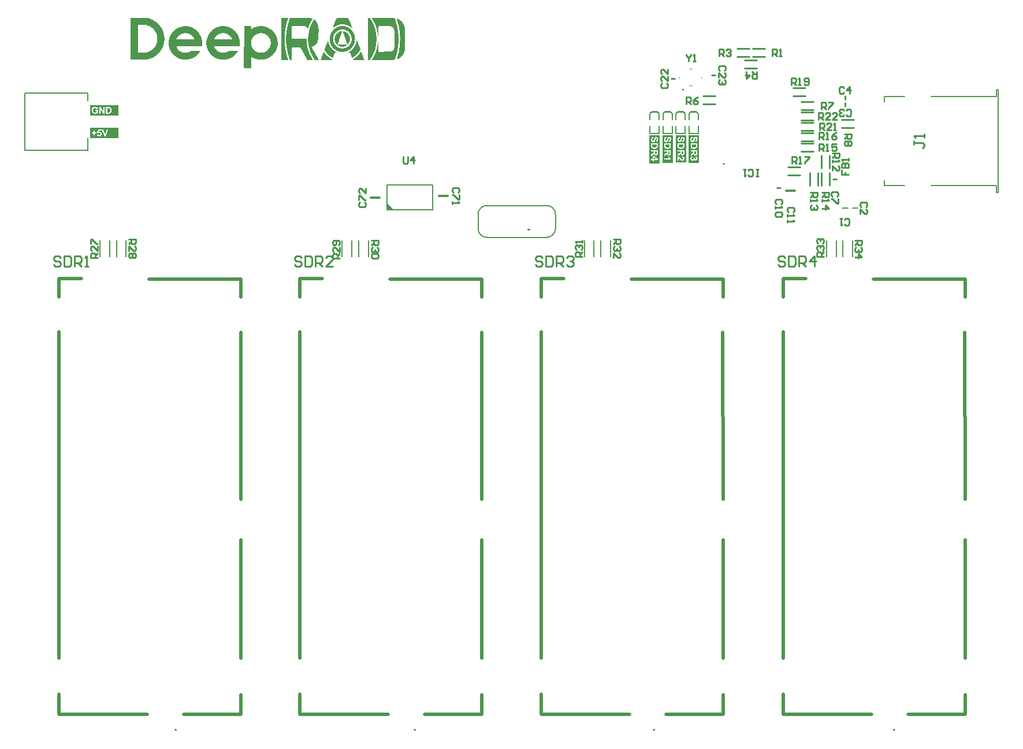
<source format=gto>
G04*
G04 #@! TF.GenerationSoftware,Altium Limited,Altium Designer,22.11.1 (43)*
G04*
G04 Layer_Color=65535*
%FSLAX25Y25*%
%MOIN*%
G70*
G04*
G04 #@! TF.SameCoordinates,C5D6164D-5D78-48BC-AB56-747E864F78F7*
G04*
G04*
G04 #@! TF.FilePolarity,Positive*
G04*
G01*
G75*
%ADD10C,0.00787*%
%ADD11C,0.00500*%
%ADD12C,0.01181*%
%ADD13C,0.01968*%
%ADD14C,0.00600*%
%ADD15C,0.01200*%
%ADD16C,0.00394*%
%ADD17C,0.01000*%
G36*
X56951Y431654D02*
X57012Y431633D01*
X57250Y431602D01*
X57528Y431572D01*
X57631Y431551D01*
X57652D01*
X58023Y431530D01*
X58085Y431510D01*
X58322Y431479D01*
X58487Y431458D01*
X58766Y431427D01*
X58848Y431407D01*
X59085Y431376D01*
X59188Y431355D01*
X59405Y431262D01*
X59611Y431200D01*
X59952Y431128D01*
X60055Y431087D01*
X60168Y431015D01*
X60354Y430932D01*
X60601Y430870D01*
X60735Y430819D01*
X60993Y430685D01*
X61282Y430602D01*
X61447Y430540D01*
X61674Y430396D01*
X61756Y430375D01*
X61859Y430334D01*
X62024Y430272D01*
X62189Y430107D01*
X62231Y430087D01*
X62334Y430045D01*
X62561Y429922D01*
X62602Y429880D01*
X62643Y429860D01*
X62684Y429818D01*
X62829Y429757D01*
X62973Y429674D01*
X63056Y429592D01*
X63365Y429427D01*
X63551Y429241D01*
X63736Y429138D01*
X63808Y429066D01*
X63829Y429024D01*
X63881Y428973D01*
X63922Y428952D01*
X64066Y428849D01*
X64149Y428767D01*
X64190Y428746D01*
X64252Y428684D01*
X64293Y428663D01*
X64407Y428571D01*
X64541Y428437D01*
X64582Y428416D01*
X65025Y427973D01*
X65036Y427942D01*
X65077Y427921D01*
X65190Y427808D01*
X65211Y427766D01*
X65273Y427704D01*
X65293Y427663D01*
X65324Y427632D01*
X65366Y427612D01*
X65417Y427560D01*
X65438Y427519D01*
X65572Y427323D01*
X65613Y427282D01*
X65654Y427261D01*
X65747Y427168D01*
X65768Y427127D01*
X65871Y426982D01*
X65922Y426931D01*
X65964Y426910D01*
X66139Y426611D01*
X66180Y426570D01*
X66201Y426529D01*
X66242Y426487D01*
X66263Y426446D01*
X66387Y426219D01*
X66438Y426168D01*
X66479Y426147D01*
X66552Y426075D01*
X66572Y426034D01*
X66675Y425848D01*
X66737Y425786D01*
X66758Y425745D01*
X66882Y425477D01*
X66933Y425343D01*
X67016Y425219D01*
X67108Y425064D01*
X67139Y424951D01*
X67181Y424848D01*
X67253Y424734D01*
X67335Y424652D01*
X67356Y424611D01*
X67397Y424508D01*
X67428Y424394D01*
X67449Y424312D01*
X67490Y424208D01*
X67593Y424043D01*
X67624Y423971D01*
X67665Y423868D01*
X67748Y423538D01*
X67789Y423394D01*
X67830Y423291D01*
X67923Y423033D01*
X67964Y422868D01*
X68006Y422620D01*
X68026Y422517D01*
X68068Y422352D01*
X68109Y422249D01*
X68160Y422115D01*
X68181Y422032D01*
X68222Y421888D01*
X68243Y421744D01*
X68263Y421537D01*
X68284Y421393D01*
X68315Y421135D01*
X68336Y420950D01*
X68356Y420826D01*
X68397Y420599D01*
X68418Y420517D01*
X68439Y420413D01*
X68459Y420248D01*
X68480Y419918D01*
X68490Y419186D01*
X68470Y419124D01*
X68449Y418671D01*
X68428Y418609D01*
X68387Y418444D01*
X68367Y418299D01*
X68346Y418217D01*
X68325Y418011D01*
X68305Y417866D01*
X68284Y417660D01*
X68263Y417516D01*
X68233Y417278D01*
X68212Y417155D01*
X68191Y417072D01*
X68160Y416959D01*
X68078Y416773D01*
X68037Y416629D01*
X67995Y416381D01*
X67944Y416144D01*
X67923Y416062D01*
X67872Y415928D01*
X67799Y415732D01*
X67779Y415649D01*
X67748Y415536D01*
X67686Y415288D01*
X67614Y415092D01*
X67531Y414968D01*
X67500Y414937D01*
X67438Y414731D01*
X67397Y414566D01*
X67315Y414422D01*
X67212Y414319D01*
X67170Y414216D01*
X67119Y414082D01*
X67077Y413978D01*
X67005Y413865D01*
X66964Y413824D01*
X66902Y413679D01*
X66851Y413545D01*
X66809Y413442D01*
X66747Y413339D01*
X66706Y413318D01*
X66613Y413164D01*
X66593Y413081D01*
X66531Y413019D01*
X66510Y412978D01*
X66366Y412834D01*
X66222Y412566D01*
X66180Y412524D01*
X66160Y412483D01*
X66077Y412401D01*
X66057Y412359D01*
X65974Y412215D01*
X65871Y412112D01*
X65850Y412071D01*
X65809Y412029D01*
X65788Y411988D01*
X65654Y411792D01*
X65613Y411772D01*
X65582Y411741D01*
X65562Y411699D01*
X65397Y411534D01*
X65376Y411493D01*
X65170Y411287D01*
X65149Y411246D01*
X65056Y411132D01*
X65015Y411112D01*
X64922Y411019D01*
X64902Y410978D01*
X64860Y410936D01*
X64840Y410895D01*
X64788Y410843D01*
X64747Y410823D01*
X64633Y410730D01*
X64479Y410575D01*
X64438Y410555D01*
X64396Y410513D01*
X64355Y410493D01*
X64272Y410410D01*
X64231Y410390D01*
X64108Y410266D01*
X64066Y410245D01*
X63984Y410163D01*
X63942Y410142D01*
X63778Y409977D01*
X63736Y409957D01*
X63540Y409823D01*
X63468Y409750D01*
X63427Y409730D01*
X63386Y409688D01*
X63303Y409668D01*
X62891Y409379D01*
X62808Y409358D01*
X62695Y409266D01*
X62602Y409152D01*
X62458Y409090D01*
X62231Y408967D01*
X62189Y408925D01*
X61880Y408802D01*
X61612Y408657D01*
X61571Y408616D01*
X61364Y408554D01*
X61168Y408482D01*
X61045Y408399D01*
X60972Y408327D01*
X60828Y408286D01*
X60746Y408265D01*
X60601Y408224D01*
X60251Y408059D01*
X60086Y408018D01*
X59745Y407946D01*
X59642Y407925D01*
X59560Y407904D01*
X59353Y407822D01*
X59271Y407801D01*
X59158Y407770D01*
X59075Y407750D01*
X58869Y407729D01*
X58786Y407708D01*
X58498Y407688D01*
X58436Y407667D01*
X58219Y407616D01*
X58054Y407554D01*
X57972Y407533D01*
X57868Y407513D01*
X57703Y407492D01*
X57477Y407471D01*
X57229Y407451D01*
X49175Y407440D01*
X49031Y407523D01*
X49020Y431376D01*
X49041Y431437D01*
X49093Y431572D01*
X49134Y431613D01*
X49299Y431654D01*
X49515Y431664D01*
X49546Y431654D01*
X49608Y431675D01*
X56951Y431654D01*
D02*
G37*
G36*
X151723Y431551D02*
X151784Y431530D01*
X151867Y431510D01*
X152011Y431489D01*
X152094Y431468D01*
X152444Y431427D01*
X152651Y431407D01*
X153001Y431386D01*
X153063Y431365D01*
X153104Y431345D01*
X153166Y431283D01*
X153311Y431221D01*
X153393Y431200D01*
X153537Y431180D01*
X153672Y431149D01*
X153837Y431066D01*
X153847Y431015D01*
X153795Y430942D01*
X153733Y430798D01*
X153672Y430695D01*
X153507Y430530D01*
X153465Y430427D01*
X153445Y430386D01*
X153342Y430241D01*
X153259Y430118D01*
X153156Y429849D01*
X153053Y429664D01*
X152970Y429519D01*
X152929Y429416D01*
X152877Y429282D01*
X152774Y429117D01*
X152723Y429066D01*
X152620Y428839D01*
X152517Y428653D01*
X152434Y428571D01*
X152393Y428468D01*
X152331Y428220D01*
X152279Y428086D01*
X152104Y427704D01*
X152042Y427457D01*
X151980Y427292D01*
X151918Y427230D01*
X151836Y427044D01*
X151795Y426900D01*
X151774Y426859D01*
Y426838D01*
X151702Y426642D01*
X151650Y426591D01*
X151568Y426405D01*
X151527Y426261D01*
X151496Y426085D01*
X151475Y425962D01*
X151392Y425735D01*
X151269Y425528D01*
X151186Y425446D01*
X151104Y425425D01*
X151063Y425446D01*
X151032Y425477D01*
X150990Y425621D01*
X150949Y425786D01*
X150867Y425931D01*
X150825Y425972D01*
X150805Y426013D01*
X150702Y426116D01*
X150681Y426158D01*
X150557Y426281D01*
X150547Y426312D01*
X150506Y426333D01*
X150444Y426395D01*
X150402Y426415D01*
X150258Y426518D01*
X150217Y426539D01*
X150186Y426570D01*
X150176Y426601D01*
X150134Y426622D01*
X149949Y426704D01*
X149681Y426725D01*
X149619Y426745D01*
X149413Y426828D01*
X149206Y426848D01*
X149124Y426869D01*
X142153Y426848D01*
X142080Y426776D01*
X141998Y426591D01*
X142018Y419537D01*
X142091Y419465D01*
X142235Y419423D01*
X142297Y419444D01*
X149784Y419465D01*
X150093Y419609D01*
X150176Y419630D01*
X150238Y419650D01*
X150320Y419630D01*
X150351Y419599D01*
X150392Y419496D01*
X150413Y419351D01*
X150433Y419269D01*
X150454Y417907D01*
X150475Y417846D01*
X150506Y417588D01*
X150526Y417464D01*
X150567Y417196D01*
X150588Y417093D01*
X150609Y416928D01*
X150629Y416722D01*
X150691Y415917D01*
X150733Y415711D01*
X150774Y415608D01*
X150825Y415494D01*
X150867Y415391D01*
X150908Y415247D01*
X150928Y415164D01*
X150970Y414752D01*
X150990Y414669D01*
X151021Y414473D01*
X151042Y414370D01*
X151083Y414267D01*
X151135Y414092D01*
X151176Y413947D01*
X151197Y413865D01*
X151227Y413731D01*
X151269Y413525D01*
X151289Y413442D01*
X151310Y413339D01*
X151372Y413174D01*
X151444Y412999D01*
X151475Y412885D01*
X151496Y412782D01*
X151516Y412658D01*
X151537Y412555D01*
X151558Y412473D01*
X151609Y412339D01*
X151630Y412297D01*
X151692Y412236D01*
X151712Y412194D01*
X151753Y412091D01*
X151795Y411926D01*
X151877Y411699D01*
X152001Y411514D01*
X152083Y411225D01*
X152104Y411142D01*
X152145Y411039D01*
X152310Y410689D01*
X152372Y410441D01*
X152424Y410307D01*
X152517Y410214D01*
X152537Y410173D01*
X152578Y410132D01*
X152651Y409936D01*
X152723Y409781D01*
X152785Y409719D01*
X152805Y409678D01*
X152847Y409637D01*
X152908Y409492D01*
X152960Y409358D01*
X153063Y409193D01*
X153177Y408936D01*
X153342Y408626D01*
X153403Y408564D01*
X153486Y408358D01*
X153507Y408317D01*
X153641Y408183D01*
X153672Y408173D01*
X153692Y408131D01*
X153837Y407863D01*
X154022Y407595D01*
X154043Y407513D01*
X154063Y407368D01*
X154084Y407306D01*
X154053Y407255D01*
X154012Y407234D01*
X153909Y407193D01*
X151063Y407213D01*
X150990Y407286D01*
X150970Y407327D01*
X150898Y407420D01*
X150794Y407482D01*
X150722Y407533D01*
X150691Y407647D01*
X150671Y407729D01*
X150588Y407935D01*
X150537Y407987D01*
X150516Y408028D01*
X150433Y408152D01*
X150413Y408234D01*
X150248Y408544D01*
X150186Y408647D01*
X150124Y408791D01*
X150011Y409008D01*
X149969Y409028D01*
X149938Y409059D01*
X149918Y409101D01*
X149835Y409286D01*
X149753Y409431D01*
X149650Y409534D01*
X149577Y409730D01*
X149516Y409895D01*
X149382Y410132D01*
X149299Y410256D01*
X149268Y410369D01*
X149196Y410483D01*
X149103Y410596D01*
X149072Y410627D01*
X149052Y410709D01*
X148948Y410936D01*
X148928Y410978D01*
X148783Y411122D01*
X148742Y411225D01*
X148670Y411421D01*
X148567Y411586D01*
X148536Y411617D01*
X148474Y411761D01*
X148412Y411968D01*
X148330Y412112D01*
X148299Y412143D01*
X148258Y412163D01*
X148165Y412318D01*
X148144Y412401D01*
X148051Y412514D01*
X147979Y412586D01*
X147938Y412689D01*
X147845Y412947D01*
X147793Y413019D01*
X147752Y413061D01*
X147732Y413102D01*
X147690Y413143D01*
X147649Y413246D01*
X147556Y413504D01*
X147525Y413535D01*
X147515Y413566D01*
X147484Y413576D01*
X147463Y413618D01*
X147422Y413659D01*
X147360Y413803D01*
X147267Y414061D01*
X147226Y414102D01*
X147185Y414123D01*
X147092Y414216D01*
X146968Y414442D01*
X146938Y414473D01*
X146793Y414535D01*
X146711Y414556D01*
X146607Y414597D01*
X142153Y414577D01*
X142080Y414504D01*
X142060Y414442D01*
X141998Y414298D01*
X141977Y407389D01*
X141957Y407327D01*
X141895Y407224D01*
X141730Y407203D01*
X141059Y407193D01*
X140946Y407286D01*
X140863Y407471D01*
X140843Y407513D01*
X140740Y407657D01*
X140637Y407884D01*
X140616Y408007D01*
X140595Y408069D01*
X140554Y408214D01*
X140503Y408348D01*
X140451Y408461D01*
X140368Y408791D01*
X140338Y408925D01*
X140296Y409132D01*
X140276Y409214D01*
X140234Y409317D01*
X140142Y409492D01*
X140100Y409657D01*
X140080Y409802D01*
X140038Y409967D01*
X139987Y410101D01*
X139956Y410132D01*
X139894Y410235D01*
X139832Y410379D01*
X139812Y410462D01*
X139760Y410802D01*
X139719Y411008D01*
X139678Y411112D01*
X139626Y411287D01*
X139585Y411431D01*
X139564Y411514D01*
X139543Y411658D01*
X139523Y411741D01*
X139492Y411937D01*
X139471Y412060D01*
X139451Y412246D01*
X139430Y412370D01*
X139409Y412473D01*
X139337Y412710D01*
X139317Y412792D01*
X139275Y412937D01*
X139244Y413153D01*
X139203Y413566D01*
X139182Y413669D01*
X139162Y413793D01*
X139141Y413896D01*
X139100Y413999D01*
X139069Y414092D01*
X139028Y414236D01*
X139007Y414319D01*
X138966Y414669D01*
X138935Y415030D01*
X138914Y415237D01*
X138873Y415608D01*
X138811Y416020D01*
X138791Y416103D01*
X138770Y416227D01*
X138749Y416392D01*
X138729Y416680D01*
X138708Y417155D01*
X138667Y418392D01*
X138657Y420465D01*
X138677Y420527D01*
X138708Y421692D01*
X138729Y422187D01*
X138749Y422455D01*
X138770Y422620D01*
X138811Y422847D01*
X138853Y423095D01*
X138894Y423425D01*
X138914Y423610D01*
X138956Y424064D01*
X138976Y424312D01*
X139017Y424580D01*
X139059Y424745D01*
X139100Y424848D01*
X139152Y425023D01*
X139172Y425106D01*
X139203Y425281D01*
X139224Y425467D01*
X139244Y425673D01*
X139265Y425838D01*
X139286Y425962D01*
X139327Y426127D01*
X139420Y426426D01*
X139440Y426508D01*
X139461Y426714D01*
X139523Y427147D01*
X139543Y427230D01*
X139595Y427467D01*
X139626Y427581D01*
X139647Y427663D01*
X139708Y427808D01*
X139750Y427973D01*
X139812Y428406D01*
X139832Y428488D01*
X139935Y428674D01*
X140038Y428901D01*
X140059Y428983D01*
X140131Y429323D01*
X140173Y429427D01*
X140286Y429684D01*
X140317Y429818D01*
X140338Y429901D01*
X140379Y430107D01*
X140441Y430355D01*
X140482Y430458D01*
X140554Y430633D01*
X140585Y430747D01*
X140606Y430829D01*
X140637Y430942D01*
X140667Y431077D01*
X140771Y431242D01*
X140822Y431293D01*
X140905Y431437D01*
X140977Y431510D01*
X141018Y431530D01*
X141121Y431572D01*
X141224Y431551D01*
X141286Y431572D01*
X151723Y431551D01*
D02*
G37*
G36*
X139636D02*
X139729Y431499D01*
X139750Y431458D01*
X139791Y431355D01*
X139801Y431303D01*
X139760Y431097D01*
X139739Y431015D01*
X139708Y430901D01*
X139698Y430891D01*
X139667Y430860D01*
X139605Y430716D01*
X139564Y430613D01*
X139502Y430365D01*
X139471Y430231D01*
X139451Y430128D01*
X139409Y429963D01*
X139368Y429860D01*
X139317Y429746D01*
X139234Y429458D01*
X139203Y429262D01*
X139162Y429097D01*
X139121Y428993D01*
X139048Y428921D01*
X139007Y428818D01*
X138966Y428674D01*
X138945Y428529D01*
X138925Y428447D01*
X138894Y428251D01*
X138873Y428168D01*
X138811Y428003D01*
X138780Y427973D01*
X138749Y427859D01*
X138708Y427694D01*
X138646Y427282D01*
X138605Y427075D01*
X138584Y426993D01*
X138523Y426683D01*
X138461Y426436D01*
X138440Y426333D01*
X138419Y426209D01*
X138388Y425931D01*
X138368Y425848D01*
X138347Y425559D01*
X138327Y425497D01*
X138296Y425363D01*
X138244Y425188D01*
X138182Y424982D01*
X138162Y424899D01*
X138120Y424549D01*
X138100Y424342D01*
X138079Y424013D01*
X138058Y423930D01*
X138028Y423713D01*
X137945Y423301D01*
X137883Y422930D01*
X137863Y422723D01*
X137842Y422352D01*
X137821Y421878D01*
X137801Y421177D01*
X137780Y420640D01*
X137759Y419630D01*
X137749Y419310D01*
X137770Y419248D01*
X137790Y417660D01*
X137811Y417598D01*
X137842Y416495D01*
X137863Y416123D01*
X137883Y415938D01*
X137924Y415670D01*
X137945Y415567D01*
X137966Y415443D01*
X137986Y415340D01*
X138007Y415257D01*
X138028Y415154D01*
X138048Y415030D01*
X138069Y414865D01*
X138089Y414638D01*
X138110Y414370D01*
X138131Y414164D01*
X138172Y413917D01*
X138192Y413834D01*
X138223Y413721D01*
X138306Y413432D01*
X138327Y413349D01*
X138368Y413061D01*
X138419Y412658D01*
X138461Y412411D01*
X138523Y412163D01*
X138584Y411854D01*
X138605Y411772D01*
X138646Y411565D01*
X138729Y411070D01*
X138749Y410988D01*
X138791Y410885D01*
X138842Y410771D01*
X138883Y410627D01*
X138904Y410544D01*
X138925Y410400D01*
X138945Y410318D01*
X138976Y410122D01*
X139038Y409957D01*
X139090Y409884D01*
X139152Y409781D01*
X139213Y409534D01*
X139244Y409358D01*
X139265Y409276D01*
X139368Y408987D01*
X139420Y408853D01*
X139461Y408688D01*
X139513Y408430D01*
X139533Y408348D01*
X139564Y408234D01*
X139605Y408131D01*
X139729Y407863D01*
X139770Y407698D01*
X139791Y407554D01*
X139822Y407296D01*
X139781Y407234D01*
X139636Y407193D01*
X135944Y407213D01*
X135852Y407306D01*
X135790Y407657D01*
X135810Y407719D01*
X135800Y431303D01*
X135831Y431376D01*
X135924Y431489D01*
X135986Y431551D01*
X136068Y431572D01*
X136161Y431561D01*
X139430Y431572D01*
X139492Y431551D01*
X139554Y431572D01*
X139636Y431551D01*
D02*
G37*
G36*
X172121D02*
X173193Y431530D01*
X173255Y431510D01*
X173544Y431468D01*
X173626Y431448D01*
X173843Y431417D01*
X174090Y431376D01*
X174193Y431334D01*
X174410Y431242D01*
X174493Y431221D01*
X174688Y431149D01*
X174812Y431066D01*
X174874Y431004D01*
X174905Y430891D01*
X174977Y430654D01*
X175018Y430489D01*
X175070Y430355D01*
X175173Y430190D01*
X175225Y430056D01*
X175266Y429891D01*
X175338Y429695D01*
X175369Y429664D01*
X175390Y429623D01*
X175493Y429478D01*
X175524Y429365D01*
X175544Y429241D01*
X175565Y429138D01*
X175627Y428973D01*
X175740Y428756D01*
X175782Y428612D01*
X175812Y428478D01*
X175843Y428364D01*
X175864Y428282D01*
X175916Y428148D01*
X176039Y427900D01*
X176070Y427787D01*
X176091Y427704D01*
X176143Y427488D01*
X176173Y427416D01*
X176266Y427302D01*
X176338Y427230D01*
X176380Y427086D01*
X176400Y427003D01*
X176431Y426848D01*
X176472Y426745D01*
X176503Y426714D01*
X176524Y426673D01*
X176565Y426632D01*
X176607Y426487D01*
X176637Y426312D01*
X176658Y426230D01*
X176730Y425992D01*
X176761Y425879D01*
X176833Y425745D01*
X176854Y425663D01*
X176833Y425436D01*
X176803Y425425D01*
X176751Y425477D01*
X176730Y425601D01*
X176637Y425714D01*
X176514Y425735D01*
X176349Y425900D01*
X176307Y425920D01*
X176194Y426013D01*
X176122Y426065D01*
X175998Y426147D01*
X175916Y426168D01*
X175874Y426209D01*
X175833Y426230D01*
X175730Y426333D01*
X175689Y426353D01*
X175524Y426457D01*
X175379Y426539D01*
X175328Y426611D01*
X175297Y426642D01*
X175256Y426663D01*
X175132Y426745D01*
X175049Y426766D01*
X175008Y426807D01*
X174967Y426828D01*
X174822Y426931D01*
X174709Y426962D01*
X174389Y427075D01*
X174204Y427178D01*
X174059Y427240D01*
X173925Y427271D01*
X173760Y427313D01*
X173657Y427354D01*
X173606Y427405D01*
X173564Y427426D01*
X173379Y427508D01*
X173214Y427550D01*
X172873Y427601D01*
X172708Y427642D01*
X172605Y427684D01*
X172430Y427735D01*
X172265Y427777D01*
X171749Y427797D01*
X171481Y427818D01*
X170141Y427797D01*
X170079Y427777D01*
X169769Y427756D01*
X169666Y427715D01*
X169532Y427663D01*
X169357Y427612D01*
X169274Y427591D01*
X169037Y427560D01*
X168913Y427539D01*
X168748Y427498D01*
X168583Y427395D01*
X168449Y427323D01*
X168119Y427240D01*
X168016Y427199D01*
X167975Y427178D01*
X167934Y427137D01*
X167707Y427034D01*
X167562Y426993D01*
X167274Y426890D01*
X167191Y426807D01*
X167150Y426787D01*
X166882Y426642D01*
X166830Y426591D01*
X166810Y426549D01*
X166758Y426498D01*
X166614Y426415D01*
X166469Y426312D01*
X166428Y426292D01*
X166366Y426230D01*
X166325Y426209D01*
X166098Y426085D01*
X165985Y425992D01*
X165964Y425951D01*
X165851Y425920D01*
X165727Y425941D01*
X165696Y425910D01*
X165675Y425704D01*
X165644Y425673D01*
X165593Y425683D01*
X165572Y425766D01*
X165593Y425869D01*
X165675Y425992D01*
X165717Y426137D01*
X165737Y426343D01*
X165778Y426446D01*
X165861Y426714D01*
X165882Y426797D01*
X166026Y427106D01*
X166047Y427251D01*
X166067Y427416D01*
X166170Y427560D01*
X166222Y427612D01*
X166253Y427622D01*
X166294Y427725D01*
X166366Y428045D01*
X166438Y428158D01*
X166521Y428282D01*
X166583Y428529D01*
X166645Y428756D01*
X166665Y428839D01*
X166707Y428983D01*
X166872Y429334D01*
X166892Y429416D01*
X166923Y429592D01*
X166944Y429674D01*
X166995Y429746D01*
X167037Y429787D01*
X167057Y429829D01*
X167119Y429932D01*
X167140Y430014D01*
X167160Y430159D01*
X167181Y430241D01*
X167284Y430427D01*
X167346Y430489D01*
X167408Y430695D01*
X167449Y430860D01*
X167573Y431087D01*
X167624Y431138D01*
X167666Y431159D01*
X167789Y431242D01*
X168058Y431365D01*
X168140Y431386D01*
X168429Y431427D01*
X168511Y431448D01*
X168748Y431479D01*
X168872Y431499D01*
X168975Y431520D01*
X169140Y431541D01*
X170295Y431561D01*
X171708Y431572D01*
X171729D01*
X172121Y431551D01*
D02*
G37*
G36*
X124621Y426807D02*
X124920Y426776D01*
X125106Y426756D01*
X125312Y426735D01*
X125580Y426714D01*
X125787Y426694D01*
X125952Y426673D01*
X126075Y426652D01*
X126158Y426632D01*
X126292Y426580D01*
X126519Y426477D01*
X126653Y426446D01*
X126859Y426405D01*
X127024Y426364D01*
X127189Y426302D01*
X127323Y426230D01*
X127468Y426188D01*
X127715Y426127D01*
X127921Y426044D01*
X128231Y425900D01*
X128488Y425807D01*
X128561Y425755D01*
X128684Y425632D01*
X128767Y425611D01*
X129035Y425467D01*
X129241Y425322D01*
X129468Y425198D01*
X129509Y425157D01*
X129551Y425137D01*
X129592Y425095D01*
X129932Y424920D01*
X129953Y424879D01*
X129984Y424827D01*
X130025Y424807D01*
X130087Y424745D01*
X130231Y424662D01*
X130283Y424611D01*
X130303Y424569D01*
X130396Y424477D01*
X130438Y424456D01*
X130551Y424363D01*
X130613Y424301D01*
X130633Y424260D01*
X130747Y424188D01*
X130840Y424116D01*
X130860Y424074D01*
X130922Y424013D01*
X130932Y423982D01*
X130974Y423961D01*
X131087Y423868D01*
X131149Y423806D01*
X131170Y423765D01*
X131263Y423652D01*
X131397Y423518D01*
X131417Y423476D01*
X131510Y423363D01*
X131623Y423270D01*
X131706Y423126D01*
X131757Y423074D01*
X131799Y423053D01*
X131912Y422961D01*
X131953Y422858D01*
X132057Y422672D01*
X132098Y422631D01*
X132118Y422589D01*
X132180Y422528D01*
X132345Y422218D01*
X132428Y422136D01*
X132510Y421950D01*
X132582Y421754D01*
X132686Y421651D01*
X132717Y421641D01*
X132737Y421599D01*
X132799Y421455D01*
X132985Y421104D01*
X133026Y421001D01*
X133047Y420919D01*
X133088Y420774D01*
X133160Y420578D01*
X133201Y420475D01*
X133263Y420352D01*
X133315Y420176D01*
X133335Y420094D01*
X133366Y419918D01*
X133387Y419815D01*
X133407Y419733D01*
X133583Y419351D01*
X133603Y419207D01*
X133624Y419124D01*
X133655Y418825D01*
X133676Y418660D01*
X133738Y418289D01*
X133758Y418207D01*
X133779Y418103D01*
X133820Y417835D01*
X133841Y417650D01*
X133851Y416629D01*
X133830Y416567D01*
X133810Y416278D01*
X133789Y416216D01*
X133758Y416041D01*
X133738Y415958D01*
X133717Y415835D01*
X133676Y415567D01*
X133645Y415288D01*
X133624Y415206D01*
X133603Y414958D01*
X133583Y414896D01*
X133531Y414762D01*
X133438Y414587D01*
X133397Y414442D01*
X133356Y414278D01*
X133304Y414040D01*
X133284Y413958D01*
X133129Y413597D01*
X133047Y413308D01*
X132974Y413112D01*
X132923Y413061D01*
X132902Y413019D01*
X132799Y412792D01*
X132758Y412689D01*
X132675Y412545D01*
X132613Y412504D01*
X132593Y412463D01*
X132552Y412421D01*
X132500Y412287D01*
X132469Y412215D01*
X132283Y411947D01*
X132139Y411679D01*
X132098Y411637D01*
X132077Y411596D01*
X132015Y411534D01*
X131912Y411349D01*
X131861Y411297D01*
X131819Y411277D01*
X131788Y411246D01*
X131768Y411204D01*
X131727Y411163D01*
Y411142D01*
X131685Y411101D01*
X131665Y411060D01*
X131572Y410947D01*
X131520Y410874D01*
X131397Y410751D01*
X131376Y410709D01*
X131283Y410575D01*
X131242Y410555D01*
X131128Y410441D01*
X131108Y410400D01*
X131067Y410359D01*
X131046Y410318D01*
X131015Y410287D01*
X130912Y410225D01*
X130819Y410132D01*
X130798Y410091D01*
X130757Y410049D01*
X130737Y410008D01*
X130706Y409977D01*
X130644Y409957D01*
X130530Y409864D01*
X130417Y409750D01*
X130376Y409730D01*
X130334Y409688D01*
X130293Y409668D01*
X130107Y409523D01*
X130004Y409420D01*
X129963Y409400D01*
X129819Y409317D01*
X129747Y409266D01*
X129726Y409224D01*
X129633Y409132D01*
X129406Y409008D01*
X129355Y408977D01*
X129334Y408936D01*
X128922Y408729D01*
X128891Y408698D01*
X128849Y408678D01*
X128808Y408637D01*
X128499Y408513D01*
X128457Y408492D01*
X128344Y408399D01*
X128251Y408307D01*
X128169Y408286D01*
X128035Y408255D01*
X127921Y408224D01*
X127736Y408121D01*
X127550Y408038D01*
X127220Y407956D01*
X127086Y407925D01*
X127003Y407904D01*
X126900Y407863D01*
X126766Y407812D01*
X126560Y407750D01*
X126478Y407729D01*
X126055Y407678D01*
X125952Y407657D01*
X125869Y407636D01*
X125704Y407574D01*
X125570Y407523D01*
X125374Y407492D01*
X125188Y407471D01*
X124900Y407451D01*
X123281Y407440D01*
X123219Y407461D01*
X122930Y407482D01*
X122868Y407502D01*
X122734Y407533D01*
X122559Y407605D01*
X122394Y407647D01*
X122249Y407667D01*
X122167Y407688D01*
X121806Y407719D01*
X121703Y407739D01*
X121620Y407760D01*
X121393Y407842D01*
X121280Y407894D01*
X121136Y407935D01*
X121053Y407956D01*
X120919Y407987D01*
X120713Y408028D01*
X120548Y408090D01*
X120290Y408224D01*
X120146Y408265D01*
X120012Y408317D01*
X119898Y408430D01*
X119867Y408441D01*
X119857Y408472D01*
X119816Y408492D01*
X119609Y408575D01*
X119444Y408637D01*
X119403Y408678D01*
X119362Y408698D01*
X119321Y408740D01*
X119176Y408802D01*
X119073Y408843D01*
X118887Y408946D01*
X118846Y408987D01*
X118805Y409008D01*
X118743Y409070D01*
X118640Y409049D01*
X118599Y409008D01*
X118568Y408997D01*
X118527Y408894D01*
X118506Y408626D01*
X118485Y402769D01*
X118444Y402728D01*
X118423Y402686D01*
X118310Y402635D01*
X118197Y402604D01*
X114680Y402593D01*
X114618Y402614D01*
X114505Y402645D01*
X114443Y402707D01*
X114422Y402748D01*
X114402Y402810D01*
X114391Y402903D01*
X114402Y402954D01*
X114381Y403016D01*
X114402Y426632D01*
X114443Y426673D01*
X114463Y426714D01*
X114536Y426787D01*
X114680Y426807D01*
X114762Y426828D01*
X118228Y426807D01*
X118331Y426766D01*
X118434Y426704D01*
X118465Y426673D01*
X118506Y426529D01*
X118527Y425374D01*
X118661Y425178D01*
X118712Y425168D01*
X118784Y425240D01*
X118826Y425260D01*
X118970Y425322D01*
X119114Y425405D01*
X119176Y425467D01*
X119218Y425487D01*
X119259Y425528D01*
X119341Y425549D01*
X119486Y425611D01*
X119630Y425693D01*
X119712Y425776D01*
X119754Y425797D01*
X119898Y425858D01*
X120094Y425931D01*
X120166Y425962D01*
X120290Y426044D01*
X120393Y426085D01*
X120537Y426127D01*
X120703Y426168D01*
X120837Y426199D01*
X120940Y426219D01*
X121197Y426353D01*
X121445Y426415D01*
X121579Y426446D01*
X121662Y426467D01*
X121796Y426518D01*
X122022Y426622D01*
X122105Y426642D01*
X122456Y426683D01*
X122961Y426735D01*
X123229Y426776D01*
X123394Y426797D01*
X123786Y426818D01*
X124559Y426828D01*
X124621Y426807D01*
D02*
G37*
G36*
X171863Y426900D02*
X172090Y426859D01*
X172183Y426828D01*
X172265Y426807D01*
X172378Y426776D01*
X172461Y426756D01*
X172564Y426735D01*
X172843Y426704D01*
X172987Y426683D01*
X173069Y426663D01*
X173193Y426642D01*
X173337Y426539D01*
X173441Y426477D01*
X173647Y426415D01*
X173843Y426343D01*
X173956Y426271D01*
X174142Y426188D01*
X174348Y426127D01*
X174534Y426044D01*
X174575Y426023D01*
X174637Y425962D01*
X174678Y425941D01*
X174905Y425817D01*
X175091Y425632D01*
X175359Y425487D01*
X175441Y425405D01*
X175482Y425384D01*
X175524Y425343D01*
X175565Y425322D01*
X175586Y425302D01*
X175606D01*
X175761Y425209D01*
X175782Y425168D01*
X175916Y425033D01*
X175957Y425013D01*
X176070Y424899D01*
X176132Y424796D01*
X176163Y424765D01*
X176307Y424683D01*
X176359Y424631D01*
X176442Y424487D01*
X176472Y424456D01*
X176514Y424435D01*
X176565Y424404D01*
X176586Y424363D01*
X176648Y424301D01*
X176668Y424260D01*
X176761Y424147D01*
X176792Y424116D01*
X176803Y424085D01*
X176833Y424074D01*
X176854Y424033D01*
X177019Y423724D01*
X177112Y423631D01*
X177153Y423610D01*
X177308Y423352D01*
X177401Y423239D01*
X177432Y423208D01*
X177555Y422919D01*
X177597Y422816D01*
X177617Y422775D01*
X177741Y422507D01*
X177782Y422342D01*
X177854Y422146D01*
X177896Y422063D01*
X177927Y422053D01*
X177947Y422012D01*
X178050Y421785D01*
X178081Y421610D01*
X178102Y421527D01*
X178122Y421424D01*
X178205Y421197D01*
X178257Y421063D01*
X178277Y420919D01*
X178298Y420836D01*
X178349Y420372D01*
X178370Y420207D01*
X178401Y419599D01*
X178380Y418650D01*
X178360Y418588D01*
X178308Y418124D01*
X178267Y417856D01*
X178246Y417753D01*
X178205Y417650D01*
X178153Y417536D01*
X178071Y417206D01*
X178019Y416990D01*
X177927Y416814D01*
X177885Y416773D01*
X177823Y416629D01*
X177782Y416484D01*
X177689Y416227D01*
X177648Y416123D01*
X177617Y416092D01*
X177555Y415948D01*
X177514Y415845D01*
X177462Y415711D01*
X177432Y415639D01*
X177287Y415494D01*
X177267Y415453D01*
X177163Y415268D01*
X177019Y415123D01*
X176998Y415082D01*
X176833Y414793D01*
X176730Y414690D01*
X176710Y414649D01*
X176668Y414607D01*
X176607Y414504D01*
X176555Y414432D01*
X176452Y414370D01*
X176400Y414319D01*
X176380Y414278D01*
X176307Y414185D01*
X176266Y414164D01*
X176122Y414061D01*
X176039Y413917D01*
X175998Y413896D01*
X175936Y413834D01*
X175895Y413813D01*
X175843Y413762D01*
X175823Y413721D01*
X175751Y413628D01*
X175709Y413607D01*
X175565Y413525D01*
X175482Y413442D01*
X175441Y413422D01*
X175400Y413380D01*
X175359Y413360D01*
X175091Y413215D01*
X174967Y413092D01*
X174926Y413071D01*
X174781Y412988D01*
X174709Y412937D01*
X174688Y412896D01*
X174616Y412823D01*
X174575Y412803D01*
X174472Y412762D01*
X174328Y412720D01*
X174132Y412648D01*
X174080Y412597D01*
X173936Y412535D01*
X173668Y412452D01*
X173410Y412359D01*
X173234Y412267D01*
X173069Y412225D01*
X172812Y412194D01*
X172626Y412174D01*
X172502Y412153D01*
X172420Y412133D01*
X172255Y412071D01*
X172079Y411978D01*
X171935Y411957D01*
X171853Y411937D01*
X171646Y411916D01*
X170285Y411937D01*
X170223Y411957D01*
X170089Y411988D01*
X169914Y412081D01*
X169708Y412143D01*
X169625Y412163D01*
X169419Y412184D01*
X169274Y412205D01*
X168955Y412256D01*
X168697Y412390D01*
X168491Y412452D01*
X168233Y412545D01*
X168130Y412586D01*
X167975Y412679D01*
X167717Y412772D01*
X167645Y412803D01*
X167532Y412896D01*
X167480Y412947D01*
X167439Y412968D01*
X167336Y413030D01*
X167191Y413112D01*
X167047Y413257D01*
X166779Y413401D01*
X166665Y413494D01*
X166634Y413525D01*
X166408Y413648D01*
X166377Y413679D01*
X166356Y413721D01*
X166263Y413834D01*
X166222Y413875D01*
X166119Y413937D01*
X166067Y413989D01*
X166047Y414030D01*
X165954Y414143D01*
X165840Y414236D01*
X165799Y414278D01*
X165778Y414319D01*
X165665Y414432D01*
X165624Y414453D01*
X165552Y414525D01*
X165469Y414669D01*
X165263Y414876D01*
X165098Y415185D01*
X165057Y415226D01*
X165046Y415257D01*
X165015Y415268D01*
X164995Y415309D01*
X164830Y415618D01*
X164788Y415659D01*
X164768Y415701D01*
X164685Y415824D01*
X164593Y416082D01*
X164510Y416206D01*
X164479Y416237D01*
X164397Y416423D01*
X164376Y416505D01*
X164304Y416701D01*
X164149Y417000D01*
X164108Y417165D01*
X164046Y417516D01*
X164025Y417598D01*
X163994Y417794D01*
X163974Y417897D01*
X163953Y417980D01*
X163922Y418073D01*
X163902Y418155D01*
X163860Y418402D01*
X163840Y418485D01*
X163819Y418877D01*
X163840Y420424D01*
X163860Y420486D01*
X163891Y420682D01*
X163912Y420764D01*
X163984Y421001D01*
X164005Y421208D01*
X164025Y421290D01*
X164077Y421589D01*
X164097Y421672D01*
X164118Y421775D01*
X164139Y421857D01*
X164201Y421981D01*
X164314Y422197D01*
X164355Y422301D01*
X164386Y422435D01*
X164510Y422641D01*
X164541Y422672D01*
X164562Y422713D01*
X164623Y422858D01*
X164706Y423084D01*
X164799Y423198D01*
X164871Y423291D01*
X164912Y423394D01*
X165015Y423579D01*
X165118Y423682D01*
X165139Y423724D01*
X165304Y424033D01*
X165438Y424167D01*
X165469Y424178D01*
X165490Y424219D01*
X165552Y424281D01*
X165572Y424322D01*
X165799Y424549D01*
X165820Y424590D01*
X166047Y424817D01*
X166067Y424858D01*
X166160Y424972D01*
X166201Y424992D01*
X166356Y425106D01*
X166377Y425147D01*
X166469Y425240D01*
X166655Y425343D01*
X166768Y425436D01*
X166841Y425487D01*
X166902Y425549D01*
X167129Y425673D01*
X167160Y425704D01*
X167181Y425745D01*
X167274Y425838D01*
X167356Y425858D01*
X167542Y425962D01*
X167583Y426003D01*
X167851Y426127D01*
X168016Y426168D01*
X168181Y426230D01*
X168326Y426333D01*
X168429Y426374D01*
X168748Y426487D01*
X168862Y426560D01*
X168924Y426622D01*
X169068Y426663D01*
X169274Y426683D01*
X169357Y426704D01*
X169604Y426725D01*
X169666Y426745D01*
X169800Y426776D01*
X170048Y426838D01*
X170161Y426869D01*
X170409Y426910D01*
X171296Y426931D01*
X171863Y426900D01*
D02*
G37*
G36*
X179360Y418660D02*
X179412Y418588D01*
X179504Y418475D01*
X179566Y418413D01*
X179607Y418392D01*
X179659Y418341D01*
X179700Y418237D01*
X179721Y418155D01*
X179742Y418011D01*
X179793Y417877D01*
X179845Y417804D01*
X179896Y417753D01*
X179938Y417732D01*
X179989Y417598D01*
X180041Y417299D01*
X180082Y417196D01*
X180113Y417165D01*
X180133Y417124D01*
X180216Y416938D01*
X180237Y416856D01*
X180268Y416722D01*
X180319Y416587D01*
X180381Y416381D01*
X180412Y416268D01*
X180525Y416051D01*
X180567Y415886D01*
X180608Y415639D01*
X180649Y415597D01*
X180670Y415556D01*
X180701Y415525D01*
X180732Y415515D01*
X180752Y415474D01*
X180814Y415412D01*
X180835Y415268D01*
X180855Y415185D01*
X180886Y415051D01*
X180969Y414927D01*
X181020Y414876D01*
X181062Y414773D01*
X181134Y414432D01*
X181206Y414195D01*
X181278Y413999D01*
X181350Y413865D01*
X181392Y413762D01*
X181412Y413679D01*
X181433Y413349D01*
X181412Y413143D01*
X181309Y412957D01*
X181216Y412844D01*
X181062Y412545D01*
X181020Y412504D01*
X181000Y412463D01*
X180958Y412442D01*
X180938Y412401D01*
X180897Y412359D01*
X180876Y412277D01*
X180732Y412091D01*
X180649Y412009D01*
X180628Y411968D01*
X180587Y411926D01*
X180567Y411885D01*
X180463Y411741D01*
X180402Y411658D01*
X180391Y411648D01*
X180360Y411637D01*
X180340Y411596D01*
X180298Y411555D01*
X180216Y411411D01*
X180185Y411380D01*
X180144Y411359D01*
X180072Y411287D01*
X179968Y411101D01*
X179938Y411070D01*
X179793Y410988D01*
X179762Y410957D01*
X179742Y410916D01*
X179649Y410802D01*
X179587Y410740D01*
X179546Y410720D01*
X179473Y410647D01*
X179453Y410606D01*
X179339Y410493D01*
X179298Y410472D01*
X179226Y410400D01*
X179205Y410359D01*
X179133Y410266D01*
X179092Y410245D01*
X178947Y410163D01*
X178896Y410091D01*
X178803Y409977D01*
X178762Y409957D01*
X178618Y409853D01*
X178473Y409709D01*
X178329Y409627D01*
X178215Y409534D01*
X178184Y409503D01*
X178143Y409482D01*
X178102Y409441D01*
X178061Y409420D01*
X177834Y409297D01*
X177731Y409173D01*
X177689Y409132D01*
X177462Y409008D01*
X177380Y408925D01*
X177339Y408905D01*
X177153Y408822D01*
X177050Y408781D01*
X176803Y408657D01*
X176689Y408750D01*
X176524Y409059D01*
X176442Y409183D01*
X176411Y409317D01*
X176369Y409565D01*
X176328Y409668D01*
X176277Y409719D01*
X176256Y409761D01*
X176194Y409823D01*
X176153Y409926D01*
X176112Y410070D01*
X176091Y410214D01*
X176070Y410297D01*
X176019Y410431D01*
X175936Y410555D01*
X175885Y410647D01*
X175854Y410843D01*
X175833Y410947D01*
X175730Y411235D01*
X175627Y411462D01*
X175503Y411586D01*
X175400Y411627D01*
X174740Y411648D01*
X174637Y411689D01*
X174596Y411710D01*
X174585Y411761D01*
X174637Y411813D01*
X174781Y411875D01*
X174926Y411957D01*
X174957Y411988D01*
X174977Y412029D01*
X175091Y412143D01*
X175225Y412194D01*
X175348Y412277D01*
X175421Y412349D01*
X175462Y412370D01*
X175689Y412493D01*
X175874Y412638D01*
X175916Y412679D01*
X175998Y412700D01*
X176184Y412844D01*
X176225Y412885D01*
X176266Y412906D01*
X176287Y412947D01*
X176328Y412968D01*
X176390Y413030D01*
X176431Y413050D01*
X176937Y413556D01*
X176957Y413597D01*
X176988Y413628D01*
X177029Y413648D01*
X177060Y413679D01*
X177081Y413721D01*
X177112Y413752D01*
X177153Y413772D01*
X177184Y413803D01*
X177205Y413844D01*
X177432Y414071D01*
X177452Y414113D01*
X177493Y414154D01*
X177514Y414195D01*
X177597Y414339D01*
X177679Y414422D01*
X177700Y414463D01*
X177741Y414504D01*
X177782Y414607D01*
X177885Y414793D01*
X177968Y414876D01*
X177988Y414917D01*
X178050Y414979D01*
X178174Y415206D01*
X178205Y415237D01*
X178246Y415257D01*
X178339Y415412D01*
X178370Y415525D01*
X178494Y415773D01*
X178545Y415886D01*
X178648Y416216D01*
X178690Y416319D01*
X178793Y416505D01*
X178855Y416649D01*
X178875Y416732D01*
X178958Y417124D01*
X179061Y417289D01*
X179123Y417433D01*
X179154Y417567D01*
X179174Y417753D01*
X179195Y417959D01*
X179216Y418145D01*
X179236Y418392D01*
X179267Y418588D01*
X179319Y418681D01*
X179360Y418660D01*
D02*
G37*
G36*
X162912Y418485D02*
X162932Y418402D01*
X162953Y418258D01*
X162973Y418176D01*
X163004Y417918D01*
X163025Y417794D01*
X163066Y417588D01*
X163087Y417505D01*
X163108Y417402D01*
X163128Y417320D01*
X163180Y417186D01*
X163221Y417041D01*
X163252Y416866D01*
X163273Y416742D01*
X163355Y416515D01*
X163386Y416484D01*
X163407Y416443D01*
X163489Y416319D01*
X163520Y416206D01*
X163602Y415979D01*
X163654Y415907D01*
X163737Y415783D01*
X163778Y415680D01*
X163819Y415536D01*
X163881Y415391D01*
X163902Y415350D01*
X163963Y415288D01*
X163984Y415247D01*
X164149Y414958D01*
X164242Y414845D01*
X164324Y414721D01*
X164458Y414484D01*
X164623Y414319D01*
X164727Y414133D01*
X164871Y413989D01*
X164892Y413947D01*
X164984Y413834D01*
X165005Y413793D01*
X165046Y413772D01*
X165098Y413721D01*
X165118Y413679D01*
X165314Y413483D01*
X165356Y413463D01*
X165603Y413215D01*
X165644Y413195D01*
X165696Y413143D01*
X165717Y413102D01*
X165851Y412968D01*
X165892Y412947D01*
X166077Y412762D01*
X166346Y412617D01*
X166449Y412514D01*
X166490Y412493D01*
X166758Y412349D01*
X166789Y412318D01*
X166799Y412287D01*
X166841Y412267D01*
X166882Y412225D01*
X166985Y412184D01*
X167129Y412102D01*
X167222Y412009D01*
X167243Y411968D01*
X167294Y411916D01*
X167428Y411864D01*
X167583Y411792D01*
X167614Y411761D01*
X167593Y411720D01*
X167562Y411689D01*
X167397Y411648D01*
X167191Y411627D01*
X166944Y411607D01*
X166830Y411514D01*
X166768Y411473D01*
X166748Y411431D01*
X166686Y411369D01*
X166624Y411225D01*
X166603Y411142D01*
X166542Y410854D01*
X166418Y410627D01*
X166356Y410483D01*
X166335Y410400D01*
X166263Y410080D01*
X166212Y410008D01*
X166108Y409905D01*
X166067Y409802D01*
X166047Y409657D01*
X166026Y409575D01*
X165995Y409462D01*
X165954Y409358D01*
X165902Y409307D01*
X165861Y409204D01*
X165830Y409028D01*
X165809Y408946D01*
X165706Y408678D01*
X165655Y408606D01*
X165541Y408595D01*
X165479Y408616D01*
X165325Y408647D01*
X165294Y408678D01*
X165252Y408698D01*
X165211Y408740D01*
X165170Y408760D01*
X165026Y408822D01*
X164799Y408946D01*
X164758Y408987D01*
X164716Y409008D01*
X164675Y409049D01*
X164634Y409070D01*
X164407Y409193D01*
X164355Y409245D01*
X164335Y409286D01*
X164283Y409338D01*
X164097Y409441D01*
X163984Y409534D01*
X163953Y409565D01*
X163912Y409585D01*
X163871Y409627D01*
X163829Y409647D01*
X163572Y409843D01*
X163561Y409874D01*
X163520Y409895D01*
X163479Y409936D01*
X163334Y410018D01*
X163262Y410091D01*
X163242Y410132D01*
X163149Y410225D01*
X163108Y410245D01*
X162994Y410338D01*
X162973Y410379D01*
X162932Y410421D01*
X162912Y410462D01*
X162881Y410493D01*
X162839Y410513D01*
X162726Y410606D01*
X162633Y410720D01*
X162592Y410761D01*
X162551Y410782D01*
X162437Y410874D01*
X162417Y410916D01*
X162324Y411029D01*
X162262Y411091D01*
X162221Y411112D01*
X162056Y411359D01*
X162014Y411380D01*
X161963Y411452D01*
X161922Y411493D01*
X161901Y411534D01*
X161808Y411648D01*
X161767Y411689D01*
X161726Y411710D01*
X161674Y411782D01*
X161612Y411844D01*
X161592Y411885D01*
X161488Y412029D01*
X161468Y412071D01*
X161406Y412133D01*
X161385Y412174D01*
X161344Y412215D01*
X161200Y412483D01*
X161138Y412545D01*
X161117Y412586D01*
X161014Y412751D01*
X160962Y412885D01*
X160911Y412957D01*
X160880Y412988D01*
X160839Y413009D01*
X160787Y413061D01*
X160767Y413143D01*
X160787Y413349D01*
X160808Y413411D01*
X160828Y413452D01*
X160932Y413556D01*
X160993Y413700D01*
X161014Y413844D01*
X161035Y413927D01*
X161066Y414040D01*
X161107Y414143D01*
X161138Y414174D01*
X161158Y414216D01*
X161241Y414401D01*
X161272Y414535D01*
X161293Y414618D01*
X161344Y414793D01*
X161437Y415051D01*
X161488Y415164D01*
X161499Y415175D01*
X161550Y415309D01*
X161571Y415391D01*
X161592Y415536D01*
X161612Y415618D01*
X161684Y415752D01*
X161726Y415773D01*
X161798Y415845D01*
X161839Y415948D01*
X161860Y416031D01*
X161911Y416247D01*
X161952Y416350D01*
X162004Y416402D01*
X162025Y416443D01*
X162087Y416587D01*
X162118Y416783D01*
X162148Y416897D01*
X162231Y417165D01*
X162396Y417536D01*
X162437Y417701D01*
X162468Y417835D01*
X162509Y417938D01*
X162664Y418093D01*
X162705Y418196D01*
X162736Y418330D01*
X162757Y418433D01*
X162788Y418506D01*
X162860Y418537D01*
X162912Y418485D01*
D02*
G37*
G36*
X202790Y431118D02*
X202903Y431046D01*
X202924Y431004D01*
X202955Y430973D01*
X202996Y430953D01*
X203099Y430912D01*
X203244Y430891D01*
X203326Y430870D01*
X203512Y430767D01*
X203574Y430705D01*
X203677Y430664D01*
X203759Y430643D01*
X203955Y430571D01*
X204028Y430520D01*
X204069Y430478D01*
X204110Y430458D01*
X204151Y430417D01*
X204296Y430355D01*
X204492Y430282D01*
X204553Y430221D01*
X204574Y430179D01*
X204667Y430066D01*
X204708Y430025D01*
X204811Y429963D01*
X204997Y429777D01*
X205100Y429715D01*
X205172Y429643D01*
X205193Y429602D01*
X205224Y429571D01*
X205265Y429550D01*
X205399Y429458D01*
X205420Y429416D01*
X205461Y429375D01*
X205523Y429272D01*
X205647Y429148D01*
X205667Y429107D01*
X205801Y428911D01*
X205842Y428890D01*
X205873Y428859D01*
X205894Y428818D01*
X205935Y428777D01*
X206018Y428571D01*
X206080Y428468D01*
X206111Y428437D01*
X206152Y428416D01*
X206245Y428323D01*
X206286Y428220D01*
X206337Y428086D01*
X206451Y427931D01*
X206472Y427890D01*
Y427869D01*
X206513Y427766D01*
X206544Y427653D01*
X206585Y427550D01*
X206637Y427436D01*
X206678Y427292D01*
X206698Y427209D01*
X206760Y427065D01*
X206822Y426859D01*
X206843Y426714D01*
X206874Y426518D01*
X207018Y426292D01*
X207070Y426158D01*
X207111Y425869D01*
X207132Y425168D01*
X207152Y425106D01*
X207183Y424972D01*
X207224Y424868D01*
X207338Y424611D01*
X207358Y424342D01*
X207338Y414236D01*
X207235Y414009D01*
X207193Y413906D01*
X207152Y413762D01*
X207132Y413618D01*
X207111Y413226D01*
X207090Y412751D01*
X207070Y412689D01*
X207018Y412555D01*
X206987Y412524D01*
X206967Y412483D01*
X206884Y412359D01*
X206863Y412277D01*
X206833Y411998D01*
X206812Y411916D01*
X206740Y411741D01*
X206698Y411637D01*
X206667Y411524D01*
X206554Y411246D01*
X206492Y410998D01*
X206451Y410895D01*
X206348Y410792D01*
X206286Y410647D01*
X206203Y410503D01*
X206172Y410472D01*
X206131Y410452D01*
X206059Y410379D01*
X205935Y410070D01*
X205842Y409957D01*
X205791Y409926D01*
X205770Y409884D01*
X205688Y409761D01*
X205667Y409719D01*
X205636Y409688D01*
X205595Y409668D01*
X205482Y409554D01*
X205420Y409451D01*
X205347Y409379D01*
X205244Y409317D01*
X205172Y409245D01*
X205110Y409142D01*
X205038Y409070D01*
X204997Y409049D01*
X204883Y408956D01*
X204863Y408915D01*
X204646Y408760D01*
X204502Y408616D01*
X204399Y408575D01*
X204265Y408523D01*
X204192Y408492D01*
X204151Y408451D01*
X204120Y408441D01*
X204100Y408399D01*
X203986Y408286D01*
X203790Y408214D01*
X203759Y408183D01*
X203718Y408162D01*
X203656Y408100D01*
X203553Y408059D01*
X203409Y408018D01*
X203326Y407997D01*
X203192Y407946D01*
X202996Y407873D01*
X202893Y407832D01*
X202749Y407791D01*
X202594Y407760D01*
X202522Y407750D01*
X202408Y407842D01*
X202429Y407925D01*
X202470Y407946D01*
X202491Y407987D01*
X202553Y408049D01*
X202594Y408152D01*
X202635Y408296D01*
X202656Y408379D01*
X202708Y408595D01*
X202749Y408698D01*
X202862Y408936D01*
X202914Y409173D01*
X202934Y409297D01*
X202955Y409379D01*
X202976Y409482D01*
X202996Y409565D01*
X203058Y409730D01*
X203151Y410029D01*
X203172Y410111D01*
X203213Y410359D01*
X203233Y410441D01*
X203264Y410637D01*
X203326Y410802D01*
X203357Y410833D01*
X203398Y410936D01*
X203440Y411081D01*
X203460Y411163D01*
X203502Y411452D01*
X203522Y411534D01*
X203553Y411668D01*
X203636Y411895D01*
X203687Y412009D01*
X203728Y412256D01*
X203749Y412401D01*
X203780Y412679D01*
X203821Y412947D01*
X203863Y413112D01*
X203904Y413318D01*
X203924Y413401D01*
X203945Y413504D01*
X203966Y413628D01*
X204007Y413958D01*
X204028Y414164D01*
X204048Y414350D01*
X204069Y414577D01*
X204089Y414845D01*
X204110Y415010D01*
X204151Y415216D01*
X204213Y415587D01*
X204234Y415690D01*
X204254Y415814D01*
X204275Y415979D01*
X204296Y416206D01*
X204327Y416814D01*
X204347Y417639D01*
X204368Y417846D01*
X204399Y418454D01*
X204409Y420362D01*
X204388Y420424D01*
X204358Y421156D01*
X204316Y422332D01*
X204296Y422662D01*
X204275Y422868D01*
X204254Y423033D01*
X204192Y423404D01*
X204172Y423507D01*
X204110Y423878D01*
X204079Y424157D01*
X204058Y424487D01*
X204038Y424569D01*
X204007Y424889D01*
X203986Y425075D01*
X203924Y425467D01*
X203904Y425549D01*
X203863Y425755D01*
X203821Y425920D01*
X203801Y426023D01*
X203770Y426302D01*
X203749Y426384D01*
X203728Y426673D01*
X203708Y426735D01*
X203677Y426869D01*
X203584Y427086D01*
X203563Y427168D01*
X203522Y427313D01*
X203502Y427395D01*
X203471Y427632D01*
X203450Y427735D01*
X203409Y427900D01*
X203295Y428117D01*
X203254Y428261D01*
X203213Y428550D01*
X203192Y428632D01*
X203161Y428787D01*
X203141Y428870D01*
X203038Y429158D01*
X203007Y429272D01*
X202945Y429519D01*
X202852Y429942D01*
X202697Y430282D01*
X202677Y430365D01*
X202625Y430602D01*
X202563Y430767D01*
X202532Y430798D01*
X202512Y430839D01*
X202419Y430953D01*
X202398Y431035D01*
X202450Y431108D01*
X202542Y431138D01*
X202790Y431118D01*
D02*
G37*
G36*
X102986Y426807D02*
X103048Y426787D01*
X103316Y426766D01*
X103398Y426745D01*
X104007Y426694D01*
X104172Y426673D01*
X104378Y426632D01*
X104481Y426591D01*
X104615Y426518D01*
X104821Y426457D01*
X104955Y426426D01*
X105079Y426405D01*
X105162Y426384D01*
X105275Y426353D01*
X105378Y426312D01*
X105523Y426230D01*
X105667Y426188D01*
X105780Y426158D01*
X105883Y426137D01*
X106048Y426075D01*
X106152Y426034D01*
X106327Y425941D01*
X106523Y425869D01*
X106688Y425807D01*
X106760Y425755D01*
X106863Y425652D01*
X107008Y425590D01*
X107111Y425549D01*
X107214Y425487D01*
X107482Y425302D01*
X107564Y425281D01*
X107750Y425137D01*
X107915Y425033D01*
X108142Y424910D01*
X108245Y424786D01*
X108369Y424703D01*
X108410Y424683D01*
X108503Y424590D01*
X108523Y424549D01*
X108596Y424477D01*
X108699Y424415D01*
X108884Y424229D01*
X108926Y424208D01*
X109039Y424116D01*
X109132Y424002D01*
X109194Y423940D01*
X109235Y423920D01*
X109276Y423878D01*
X109318Y423858D01*
X109400Y423734D01*
X109431Y423703D01*
X109452Y423662D01*
X109483Y423631D01*
X109524Y423610D01*
X109596Y423538D01*
X109658Y423435D01*
X109843Y423249D01*
X109926Y423105D01*
X109998Y423053D01*
X110112Y422961D01*
X110277Y422651D01*
X110318Y422610D01*
X110338Y422569D01*
X110380Y422528D01*
X110400Y422486D01*
X110545Y422218D01*
X110627Y422136D01*
X110730Y421909D01*
X110782Y421775D01*
X110813Y421744D01*
X110833Y421702D01*
X110864Y421672D01*
X110906Y421651D01*
X110937Y421620D01*
X110998Y421476D01*
X111050Y421342D01*
X111143Y421166D01*
X111225Y421042D01*
X111267Y420878D01*
X111308Y420733D01*
X111380Y420537D01*
X111452Y420362D01*
X111514Y420218D01*
X111535Y420135D01*
X111555Y419991D01*
X111576Y419908D01*
X111627Y419692D01*
X111669Y419588D01*
X111782Y419331D01*
X111803Y419248D01*
X111844Y418959D01*
X111875Y418722D01*
X111896Y418557D01*
X111958Y418165D01*
X111978Y418083D01*
X111999Y417980D01*
X112019Y417856D01*
X112040Y417691D01*
X112050Y416567D01*
X112030Y416505D01*
X111999Y416268D01*
X111978Y416165D01*
X111947Y416051D01*
X111916Y415855D01*
X111896Y415670D01*
X111844Y415329D01*
X111731Y415154D01*
X111648Y415133D01*
X97355Y415113D01*
X97293Y415092D01*
X97200Y415041D01*
X97159Y414937D01*
X97149Y414845D01*
X97180Y414773D01*
X97262Y414690D01*
X97303Y414587D01*
X97355Y414453D01*
X97427Y414339D01*
X97468Y414298D01*
X97489Y414257D01*
X97530Y414216D01*
X97572Y414113D01*
X97582Y414102D01*
X97633Y413989D01*
X97654Y413947D01*
X97747Y413834D01*
X97798Y413783D01*
X97819Y413741D01*
X97953Y413545D01*
X98087Y413411D01*
X98108Y413370D01*
X98201Y413277D01*
X98242Y413257D01*
X98304Y413195D01*
X98345Y413174D01*
X98397Y413102D01*
X98427Y413050D01*
X98469Y413030D01*
X98593Y412906D01*
X98623Y412896D01*
X98644Y412854D01*
X98778Y412720D01*
X98819Y412700D01*
X99005Y412555D01*
X99046Y412514D01*
X99356Y412349D01*
X99418Y412287D01*
X99459Y412267D01*
X99644Y412184D01*
X99748Y412143D01*
X99933Y411998D01*
X99974Y411957D01*
X100057Y411937D01*
X100160Y411895D01*
X100273Y411864D01*
X100356Y411844D01*
X100428Y411813D01*
X100696Y411689D01*
X100861Y411648D01*
X101057Y411617D01*
X101552Y411555D01*
X101831Y411524D01*
X101913Y411503D01*
X102944Y411524D01*
X103006Y411545D01*
X103243Y411576D01*
X103573Y411617D01*
X103842Y411658D01*
X103924Y411679D01*
X104027Y411720D01*
X104161Y411792D01*
X104306Y411854D01*
X104440Y411885D01*
X104522Y411906D01*
X104687Y411968D01*
X104759Y412019D01*
X104821Y412081D01*
X104862Y412102D01*
X104904Y412143D01*
X105007Y412184D01*
X105234Y412308D01*
X105275Y412349D01*
X105749Y412597D01*
X105811Y412658D01*
X106079Y412679D01*
X110586Y412689D01*
X110689Y412648D01*
X110730Y412607D01*
X110751Y412545D01*
X110730Y412483D01*
X110710Y412256D01*
X110668Y412215D01*
X110607Y412112D01*
X110565Y412071D01*
X110545Y412029D01*
X110400Y411761D01*
X110308Y411648D01*
X110235Y411576D01*
X110112Y411349D01*
X110060Y411297D01*
X110019Y411277D01*
X109967Y411225D01*
X109947Y411184D01*
X109843Y411019D01*
X109823Y410978D01*
X109617Y410771D01*
X109596Y410730D01*
X109534Y410668D01*
X109513Y410627D01*
X109441Y410555D01*
X109410Y410544D01*
X109400Y410513D01*
X109369Y410503D01*
X109348Y410462D01*
X109214Y410287D01*
X109173Y410266D01*
X109060Y410173D01*
X108915Y409987D01*
X108750Y409884D01*
X108637Y409771D01*
X108596Y409750D01*
X108554Y409709D01*
X108513Y409688D01*
X108327Y409544D01*
X108204Y409420D01*
X108162Y409400D01*
X108018Y409317D01*
X107946Y409245D01*
X107925Y409204D01*
X107853Y409132D01*
X107750Y409090D01*
X107606Y409008D01*
X107544Y408946D01*
X107502Y408925D01*
X107111Y408719D01*
X106925Y408595D01*
X106729Y408523D01*
X106626Y408482D01*
X106471Y408327D01*
X106327Y408286D01*
X106244Y408265D01*
X106048Y408193D01*
X105925Y408111D01*
X105708Y408018D01*
X105574Y407987D01*
X105368Y407946D01*
X105120Y407884D01*
X105007Y407832D01*
X104739Y407750D01*
X104491Y407708D01*
X104409Y407688D01*
X104172Y407657D01*
X104048Y407636D01*
X103883Y407595D01*
X103749Y407543D01*
X103584Y407502D01*
X103233Y407461D01*
X103027Y407440D01*
X101253Y407461D01*
X101191Y407482D01*
X100933Y407513D01*
X100830Y407533D01*
X100727Y407574D01*
X100614Y407626D01*
X100449Y407667D01*
X100098Y407708D01*
X99954Y407729D01*
X99789Y407770D01*
X99562Y407853D01*
X99459Y407894D01*
X99314Y407935D01*
X99180Y407966D01*
X99098Y407987D01*
X98995Y408007D01*
X98912Y408028D01*
X98809Y408069D01*
X98644Y408173D01*
X98541Y408214D01*
X98427Y408245D01*
X98345Y408265D01*
X98211Y408317D01*
X98139Y408368D01*
X98036Y408472D01*
X97891Y408533D01*
X97788Y408575D01*
X97602Y408678D01*
X97561Y408719D01*
X97252Y408863D01*
X97107Y408946D01*
X97025Y409028D01*
X96984Y409049D01*
X96798Y409152D01*
X96633Y409317D01*
X96592Y409338D01*
X96396Y409472D01*
X96344Y409523D01*
X96303Y409544D01*
X96221Y409627D01*
X96179Y409647D01*
X95994Y409792D01*
X95870Y409915D01*
X95829Y409936D01*
X95715Y410029D01*
X95674Y410070D01*
X95612Y410173D01*
X95561Y410225D01*
X95416Y410307D01*
X95385Y410338D01*
X95365Y410379D01*
X95272Y410493D01*
X95210Y410555D01*
X95169Y410575D01*
X95117Y410627D01*
X95097Y410668D01*
X95004Y410802D01*
X94963Y410823D01*
X94890Y410895D01*
X94808Y411039D01*
X94715Y411153D01*
X94684Y411184D01*
X94663Y411225D01*
X94540Y411349D01*
X94519Y411390D01*
X94385Y411586D01*
X94292Y411679D01*
X94148Y411947D01*
X94086Y412009D01*
X94065Y412050D01*
X93942Y412318D01*
X93869Y412452D01*
X93828Y412473D01*
X93735Y412628D01*
X93612Y412916D01*
X93591Y412957D01*
X93488Y413061D01*
X93405Y413329D01*
X93313Y413587D01*
X93220Y413741D01*
X93189Y413875D01*
X93158Y413989D01*
X93137Y414071D01*
X93106Y414247D01*
X93086Y414329D01*
X93003Y414556D01*
X92910Y414773D01*
X92879Y414968D01*
X92838Y415340D01*
X92817Y415463D01*
X92797Y415546D01*
X92745Y415721D01*
X92725Y415804D01*
X92694Y415938D01*
X92652Y416144D01*
X92622Y416423D01*
X92601Y416505D01*
X92622Y417949D01*
X92642Y418011D01*
X92673Y418207D01*
X92694Y418289D01*
X92714Y418413D01*
X92787Y418650D01*
X92807Y418733D01*
X92828Y418877D01*
X92848Y418959D01*
X92879Y419279D01*
X92900Y419403D01*
X92921Y419506D01*
X92962Y419609D01*
X93075Y419867D01*
X93096Y419949D01*
X93168Y420290D01*
X93189Y420393D01*
X93251Y420558D01*
X93282Y420589D01*
X93323Y420692D01*
X93385Y420836D01*
X93416Y420970D01*
X93477Y421135D01*
X93508Y421208D01*
X93601Y421321D01*
X93766Y421651D01*
X93869Y421775D01*
X93900Y421806D01*
X93921Y421888D01*
X93983Y422032D01*
X94034Y422167D01*
X94107Y422239D01*
X94127Y422280D01*
X94168Y422321D01*
X94189Y422363D01*
X94313Y422589D01*
X94406Y422703D01*
X94478Y422775D01*
X94622Y423043D01*
X94746Y423126D01*
X94808Y423187D01*
X94890Y423332D01*
X95055Y423497D01*
X95076Y423538D01*
X95169Y423652D01*
X95303Y423786D01*
X95323Y423827D01*
X95458Y423961D01*
X95499Y423982D01*
X95746Y424229D01*
X95788Y424250D01*
X95994Y424456D01*
X96097Y424518D01*
X96169Y424590D01*
X96190Y424631D01*
X96283Y424724D01*
X96468Y424827D01*
X96520Y424879D01*
X96540Y424920D01*
X96592Y424972D01*
X96901Y425137D01*
X96984Y425219D01*
X97025Y425240D01*
X97334Y425405D01*
X97417Y425487D01*
X97458Y425508D01*
X97685Y425611D01*
X97829Y425693D01*
X97953Y425817D01*
X98097Y425858D01*
X98293Y425931D01*
X98397Y425972D01*
X98427Y426003D01*
X98572Y426065D01*
X98675Y426106D01*
X98819Y426147D01*
X98933Y426178D01*
X99036Y426199D01*
X99201Y426261D01*
X99232Y426292D01*
X99376Y426353D01*
X99624Y426415D01*
X99799Y426446D01*
X99913Y426477D01*
X100047Y426529D01*
X100119Y426560D01*
X100304Y426642D01*
X100500Y426673D01*
X100779Y426704D01*
X101047Y426725D01*
X101459Y426766D01*
X101604Y426787D01*
X101810Y426807D01*
X102078Y426828D01*
X102986Y426807D01*
D02*
G37*
G36*
X81041D02*
X81752Y426735D01*
X82206Y426694D01*
X82371Y426673D01*
X82577Y426632D01*
X82680Y426591D01*
X82773Y426539D01*
X82876Y426498D01*
X82959Y426477D01*
X83103Y426436D01*
X83248Y426415D01*
X83412Y426374D01*
X83608Y426302D01*
X83639Y426271D01*
X83681Y426250D01*
X83784Y426209D01*
X83918Y426178D01*
X84083Y426137D01*
X84248Y426075D01*
X84351Y426034D01*
X84526Y425941D01*
X84629Y425900D01*
X84712Y425879D01*
X84918Y425797D01*
X84959Y425755D01*
X85001Y425735D01*
X85104Y425632D01*
X85238Y425580D01*
X85341Y425539D01*
X85413Y425487D01*
X85661Y425322D01*
X85887Y425198D01*
X85949Y425137D01*
X85991Y425116D01*
X86114Y425033D01*
X86341Y424910D01*
X86444Y424786D01*
X86682Y424631D01*
X86702Y424590D01*
X86795Y424477D01*
X86898Y424415D01*
X86991Y424342D01*
X87012Y424301D01*
X87084Y424229D01*
X87187Y424167D01*
X87259Y424095D01*
X87280Y424054D01*
X87393Y423940D01*
X87496Y423878D01*
X87548Y423827D01*
X87610Y423724D01*
X87661Y423652D01*
X87703Y423631D01*
X87795Y423538D01*
X87816Y423497D01*
X87909Y423383D01*
X88043Y423249D01*
X88105Y423146D01*
X88197Y423053D01*
X88239Y423033D01*
X88332Y422940D01*
X88393Y422796D01*
X88414Y422754D01*
X88548Y422558D01*
X88558Y422548D01*
X88662Y422404D01*
X88703Y422301D01*
X88888Y422032D01*
X88909Y421950D01*
X88950Y421847D01*
X89033Y421702D01*
X89177Y421558D01*
X89198Y421476D01*
X89239Y421373D01*
X89383Y421104D01*
X89466Y420919D01*
X89507Y420754D01*
X89548Y420609D01*
X89631Y420424D01*
X89713Y420218D01*
X89755Y420052D01*
X89775Y419908D01*
X89817Y419743D01*
X89847Y419630D01*
X89909Y419506D01*
X89982Y419331D01*
X90013Y419197D01*
X90033Y419093D01*
X90074Y418722D01*
X90095Y418557D01*
X90126Y418279D01*
X90147Y418196D01*
X90198Y417959D01*
X90219Y417856D01*
X90250Y417578D01*
X90270Y417062D01*
X90250Y416608D01*
X90219Y416371D01*
X90198Y416288D01*
X90167Y416175D01*
X90105Y415742D01*
X90074Y415505D01*
X90043Y415309D01*
X89930Y415154D01*
X89847Y415133D01*
X75575Y415113D01*
X75513Y415092D01*
X75410Y415030D01*
X75379Y414999D01*
X75348Y414886D01*
X75338Y414855D01*
X75410Y414721D01*
X75441Y414711D01*
X75462Y414669D01*
X75544Y414484D01*
X75627Y414339D01*
X75688Y414278D01*
X75709Y414236D01*
X75792Y414092D01*
X75915Y413865D01*
X76018Y413762D01*
X76039Y413721D01*
X76142Y413576D01*
X76235Y413463D01*
X76287Y413411D01*
X76307Y413370D01*
X76400Y413277D01*
X76441Y413257D01*
X76482Y413215D01*
X76524Y413195D01*
X76596Y413123D01*
X76617Y413081D01*
X76730Y412968D01*
X76771Y412947D01*
X76864Y412854D01*
X76885Y412813D01*
X76977Y412720D01*
X77019Y412700D01*
X77204Y412555D01*
X77246Y412514D01*
X77287Y412493D01*
X77555Y412349D01*
X77617Y412287D01*
X77658Y412267D01*
X77844Y412184D01*
X77978Y412133D01*
X78029Y412081D01*
X78071Y412060D01*
X78174Y411957D01*
X78462Y411875D01*
X78658Y411802D01*
X78896Y411689D01*
X78978Y411668D01*
X79123Y411648D01*
X79205Y411627D01*
X79349Y411607D01*
X79556Y411586D01*
X79989Y411524D01*
X80195Y411503D01*
X81144Y411524D01*
X81206Y411545D01*
X81443Y411576D01*
X81773Y411617D01*
X82041Y411658D01*
X82123Y411679D01*
X82227Y411720D01*
X82464Y411833D01*
X82608Y411875D01*
X82691Y411895D01*
X82887Y411968D01*
X83093Y412133D01*
X83206Y412184D01*
X83340Y412236D01*
X83557Y412390D01*
X83742Y412473D01*
X83784Y412493D01*
X83928Y412576D01*
X84011Y412658D01*
X84155Y412679D01*
X88806Y412689D01*
X88878Y412658D01*
X88950Y412586D01*
X88930Y412380D01*
X88909Y412256D01*
X88816Y412102D01*
X88785Y412091D01*
X88765Y412050D01*
X88662Y411885D01*
X88558Y411699D01*
X88455Y411596D01*
X88332Y411369D01*
X88280Y411318D01*
X88239Y411297D01*
X88167Y411225D01*
X88063Y411039D01*
X87971Y410926D01*
X87837Y410792D01*
X87816Y410751D01*
X87754Y410689D01*
X87733Y410647D01*
X87527Y410441D01*
X87507Y410400D01*
X87414Y410287D01*
X87372Y410266D01*
X87331Y410225D01*
X87290Y410204D01*
X87238Y410152D01*
X87156Y410008D01*
X86950Y409884D01*
X86836Y409771D01*
X86795Y409750D01*
X86733Y409688D01*
X86692Y409668D01*
X86547Y409565D01*
X86383Y409400D01*
X86197Y409297D01*
X86166Y409266D01*
X86145Y409224D01*
X86053Y409132D01*
X85949Y409090D01*
X85908Y409070D01*
X85764Y408967D01*
X85640Y408884D01*
X85496Y408822D01*
X85310Y408719D01*
X85248Y408657D01*
X85207Y408637D01*
X85062Y408575D01*
X84959Y408533D01*
X84825Y408482D01*
X84671Y408327D01*
X84382Y408245D01*
X84248Y408193D01*
X84124Y408111D01*
X84031Y408059D01*
X83887Y408018D01*
X83722Y407977D01*
X83588Y407946D01*
X83485Y407925D01*
X83402Y407904D01*
X83237Y407842D01*
X82938Y407750D01*
X82856Y407729D01*
X82371Y407657D01*
X82247Y407636D01*
X82082Y407595D01*
X81948Y407543D01*
X81783Y407502D01*
X81587Y407471D01*
X81360Y407451D01*
X79741Y407440D01*
X79679Y407461D01*
X79267Y407482D01*
X79205Y407502D01*
X79030Y407533D01*
X78813Y407626D01*
X78648Y407667D01*
X78359Y407708D01*
X78122Y407739D01*
X77957Y407781D01*
X77792Y407842D01*
X77689Y407884D01*
X77596Y407915D01*
X77514Y407935D01*
X77380Y407966D01*
X77297Y407987D01*
X77194Y408007D01*
X76967Y408090D01*
X76936Y408121D01*
X76709Y408224D01*
X76544Y408265D01*
X76410Y408317D01*
X76338Y408368D01*
X76256Y408451D01*
X76214Y408472D01*
X75987Y408575D01*
X75802Y408678D01*
X75761Y408719D01*
X75451Y408863D01*
X75307Y408946D01*
X75224Y409028D01*
X75183Y409049D01*
X75039Y409132D01*
X74925Y409224D01*
X74874Y409297D01*
X74729Y409379D01*
X74472Y409575D01*
X74399Y409647D01*
X74358Y409668D01*
X74173Y409812D01*
X74069Y409915D01*
X74028Y409936D01*
X73915Y410029D01*
X73770Y410214D01*
X73605Y410318D01*
X73492Y410493D01*
X73451Y410513D01*
X73409Y410555D01*
X73368Y410575D01*
X73337Y410606D01*
X73317Y410647D01*
X73203Y410802D01*
X73162Y410823D01*
X73110Y410874D01*
X73090Y410916D01*
X72956Y411112D01*
X72822Y411246D01*
X72801Y411287D01*
X72739Y411349D01*
X72718Y411390D01*
X72615Y411534D01*
X72595Y411576D01*
X72492Y411679D01*
X72347Y411947D01*
X72306Y411988D01*
X72285Y412029D01*
X72223Y412133D01*
X72162Y412277D01*
X72079Y412421D01*
X72017Y412483D01*
X71997Y412524D01*
X71955Y412566D01*
X71904Y412700D01*
X71863Y412803D01*
X71780Y412968D01*
X71749Y412978D01*
X71728Y413019D01*
X71646Y413205D01*
X71605Y413349D01*
X71532Y413545D01*
X71440Y413721D01*
X71357Y414009D01*
X71285Y414350D01*
X71202Y414556D01*
X71130Y414731D01*
X71089Y414896D01*
X71058Y415195D01*
X71038Y415360D01*
X71017Y415463D01*
X70945Y415701D01*
X70862Y416031D01*
X70831Y416288D01*
X70811Y416536D01*
X70800Y417701D01*
X70821Y417763D01*
X70852Y418145D01*
X70872Y418268D01*
X70934Y418516D01*
X70986Y418691D01*
X71027Y418856D01*
X71048Y419001D01*
X71068Y419083D01*
X71089Y419372D01*
X71110Y419434D01*
X71141Y419568D01*
X71172Y419640D01*
X71275Y419867D01*
X71316Y420032D01*
X71368Y420269D01*
X71409Y420434D01*
X71450Y420537D01*
X71502Y420630D01*
X71563Y420774D01*
X71605Y420919D01*
X71697Y421177D01*
X71770Y421290D01*
X71811Y421331D01*
X71832Y421373D01*
X71893Y421517D01*
X71997Y421702D01*
X72100Y421806D01*
X72141Y421909D01*
X72193Y422043D01*
X72234Y422146D01*
X72285Y422218D01*
X72327Y422259D01*
X72347Y422301D01*
X72388Y422342D01*
X72553Y422651D01*
X72677Y422775D01*
X72698Y422816D01*
X72822Y423043D01*
X72852Y423074D01*
X72956Y423136D01*
X73007Y423187D01*
X73028Y423229D01*
X73131Y423373D01*
X73255Y423497D01*
X73275Y423538D01*
X73317Y423579D01*
X73337Y423621D01*
X73523Y423806D01*
X73543Y423847D01*
X73657Y423961D01*
X73698Y423982D01*
X73946Y424229D01*
X73987Y424250D01*
X74173Y424435D01*
X74214Y424456D01*
X74348Y424549D01*
X74368Y424590D01*
X74461Y424703D01*
X74502Y424724D01*
X74647Y424807D01*
X74760Y424920D01*
X74771Y424951D01*
X74812Y424972D01*
X75039Y425095D01*
X75152Y425188D01*
X75183Y425219D01*
X75534Y425405D01*
X75616Y425487D01*
X75657Y425508D01*
X75843Y425590D01*
X76029Y425693D01*
X76111Y425776D01*
X76152Y425797D01*
X76297Y425858D01*
X76493Y425931D01*
X76596Y425972D01*
X76730Y426044D01*
X76936Y426127D01*
X77070Y426158D01*
X77297Y426219D01*
X77400Y426261D01*
X77431Y426292D01*
X77576Y426353D01*
X77741Y426395D01*
X78060Y426467D01*
X78143Y426487D01*
X78277Y426539D01*
X78462Y426622D01*
X78628Y426663D01*
X78834Y426683D01*
X78916Y426704D01*
X79318Y426735D01*
X79525Y426756D01*
X79855Y426797D01*
X80123Y426818D01*
X80979Y426828D01*
X81041Y426807D01*
D02*
G37*
G36*
X200583Y431551D02*
X200645Y431530D01*
X200996Y431468D01*
X201078Y431448D01*
X201212Y431396D01*
X201243Y431365D01*
X201284Y431345D01*
X201398Y431231D01*
X201418Y431190D01*
X201501Y431004D01*
X201522Y430922D01*
X201553Y430788D01*
X201614Y430623D01*
X201687Y430551D01*
X201707Y430509D01*
X201748Y430406D01*
X201790Y430241D01*
X201841Y430004D01*
X201862Y429922D01*
X201924Y429757D01*
X201996Y429581D01*
X202037Y429416D01*
X202068Y429282D01*
X202109Y429076D01*
X202151Y428911D01*
X202213Y428746D01*
X202305Y428529D01*
X202347Y428241D01*
X202367Y428158D01*
X202398Y427942D01*
X202450Y427808D01*
X202594Y427498D01*
X202615Y427416D01*
X202687Y426952D01*
X202728Y426787D01*
X202769Y426683D01*
X202821Y426508D01*
X202852Y426374D01*
X202872Y426250D01*
X202903Y425972D01*
X202914Y425920D01*
X202924Y425910D01*
X202945Y425642D01*
X202965Y425580D01*
X203007Y425229D01*
X203027Y425147D01*
X203058Y425013D01*
X203099Y424807D01*
X203141Y424559D01*
X203172Y424281D01*
X203213Y423868D01*
X203244Y423466D01*
X203306Y423053D01*
X203326Y422950D01*
X203357Y422837D01*
X203378Y422754D01*
X203409Y422558D01*
X203450Y422105D01*
X203471Y421507D01*
X203491Y420743D01*
X203512Y420166D01*
X203522Y418733D01*
X203502Y418671D01*
X203471Y417320D01*
X203450Y416763D01*
X203429Y416515D01*
X203409Y416309D01*
X203367Y416062D01*
X203326Y415897D01*
X203306Y415793D01*
X203285Y415670D01*
X203254Y415391D01*
X203233Y415309D01*
X203182Y414638D01*
X203161Y414432D01*
X203120Y414164D01*
X203099Y414040D01*
X203079Y413937D01*
X203038Y413772D01*
X202996Y413525D01*
X202924Y412937D01*
X202903Y412854D01*
X202872Y412617D01*
X202852Y412493D01*
X202831Y412390D01*
X202790Y412225D01*
X202749Y412122D01*
X202718Y412009D01*
X202677Y411844D01*
X202646Y411668D01*
X202625Y411503D01*
X202604Y411400D01*
X202584Y411318D01*
X202542Y411215D01*
X202450Y411039D01*
X202408Y410936D01*
X202367Y410689D01*
X202347Y410606D01*
X202326Y410400D01*
X202305Y410338D01*
X202254Y410204D01*
X202202Y410091D01*
X202120Y409823D01*
X202089Y409688D01*
X202027Y409379D01*
X201986Y409214D01*
X201872Y408956D01*
X201810Y408709D01*
X201759Y408472D01*
X201707Y408337D01*
X201614Y408224D01*
X201563Y408090D01*
X201501Y407842D01*
X201449Y407708D01*
X201377Y407595D01*
X201326Y407523D01*
X201284Y407502D01*
X201099Y407420D01*
X200820Y407389D01*
X200738Y407368D01*
X200573Y407306D01*
X200459Y407255D01*
X200253Y407193D01*
X188167Y407213D01*
X188095Y407265D01*
X188115Y407430D01*
X188136Y407492D01*
X188157Y407616D01*
X188342Y407801D01*
X188507Y408111D01*
X188600Y408224D01*
X188672Y408358D01*
X188724Y408492D01*
X188827Y408616D01*
X188858Y408647D01*
X188982Y408915D01*
X189064Y409059D01*
X189147Y409142D01*
X189167Y409183D01*
X189229Y409328D01*
X189281Y409462D01*
X189353Y409616D01*
X189394Y409657D01*
X189415Y409699D01*
X189497Y409884D01*
X189549Y410018D01*
X189590Y410122D01*
X189621Y410152D01*
X189642Y410194D01*
X189724Y410276D01*
X189786Y410483D01*
X189807Y410565D01*
X189858Y410699D01*
X189889Y410730D01*
X189910Y410771D01*
X189992Y410854D01*
X190013Y410895D01*
X190054Y410998D01*
X190075Y411122D01*
X190095Y411184D01*
X190167Y411380D01*
X190260Y411555D01*
X190302Y411658D01*
X190384Y411947D01*
X190405Y412029D01*
X190456Y412163D01*
X190570Y412401D01*
X190611Y412566D01*
X190632Y412710D01*
X190652Y412792D01*
X190683Y412927D01*
X190786Y413092D01*
X190879Y413308D01*
X190900Y413391D01*
X190941Y413638D01*
X190962Y413721D01*
X191013Y413855D01*
X191106Y414071D01*
X191127Y414154D01*
X191168Y414442D01*
X191240Y414927D01*
X191261Y415051D01*
X191323Y415360D01*
X191343Y415443D01*
X191395Y415618D01*
X191415Y415701D01*
X191446Y415897D01*
X191467Y416082D01*
X191508Y416660D01*
X191529Y416866D01*
X191570Y417113D01*
X191601Y417227D01*
X191704Y417557D01*
X191725Y417639D01*
X191745Y417784D01*
X191766Y418052D01*
X191787Y418134D01*
X191797Y419630D01*
X191776Y420785D01*
X191756Y420991D01*
X191735Y421156D01*
X191714Y421259D01*
X191694Y421342D01*
X191601Y421641D01*
X191560Y421806D01*
X191518Y422094D01*
X191498Y422363D01*
X191477Y422692D01*
X191457Y422899D01*
X191436Y423043D01*
X191415Y423126D01*
X191384Y423280D01*
X191353Y423394D01*
X191312Y423538D01*
X191292Y423682D01*
X191250Y423847D01*
X191219Y424043D01*
X191188Y424322D01*
X191168Y424404D01*
X191137Y424642D01*
X191116Y424745D01*
X191096Y424827D01*
X190982Y425085D01*
X190941Y425229D01*
X190910Y425425D01*
X190889Y425528D01*
X190828Y425693D01*
X190797Y425724D01*
X190776Y425766D01*
X190693Y425889D01*
X190663Y426023D01*
X190601Y426333D01*
X190580Y426415D01*
X190528Y426549D01*
X190425Y426776D01*
X190384Y426921D01*
X190363Y427003D01*
X190322Y427147D01*
X190281Y427251D01*
X190116Y427601D01*
X190095Y427684D01*
X190054Y427828D01*
X190003Y427962D01*
X189827Y428199D01*
X189796Y428333D01*
X189776Y428416D01*
X189714Y428581D01*
X189662Y428653D01*
X189621Y428694D01*
X189600Y428736D01*
X189518Y428921D01*
X189477Y429024D01*
X189373Y429210D01*
X189229Y429519D01*
X189188Y429623D01*
X189167Y429664D01*
X189074Y429777D01*
X189023Y429829D01*
X188982Y429932D01*
X188930Y430066D01*
X188827Y430231D01*
X188775Y430282D01*
X188755Y430324D01*
X188693Y430427D01*
X188652Y430530D01*
X188590Y430633D01*
X188548Y430674D01*
X188528Y430716D01*
X188487Y430757D01*
X188466Y430798D01*
X188363Y431025D01*
X188342Y431066D01*
X188177Y431231D01*
X188157Y431273D01*
X188136Y431334D01*
X188239Y431520D01*
X188270Y431551D01*
X188909Y431572D01*
X200583Y431551D01*
D02*
G37*
G36*
X186703D02*
X186764Y431530D01*
X186847Y431510D01*
X186960Y431417D01*
X187002Y431376D01*
X187084Y431231D01*
X187156Y431180D01*
X187249Y431087D01*
X187301Y430953D01*
X187404Y430788D01*
X187476Y430716D01*
X187662Y430365D01*
X187765Y430262D01*
X187827Y430118D01*
X187847Y430076D01*
X187981Y429880D01*
X188053Y429808D01*
X188136Y429623D01*
X188218Y429478D01*
X188311Y429365D01*
X188394Y429158D01*
X188456Y428993D01*
X188528Y428880D01*
X188672Y428571D01*
X188713Y428468D01*
X188734Y428426D01*
X188827Y428313D01*
X188878Y428261D01*
X188920Y428158D01*
X188982Y427952D01*
X189085Y427766D01*
X189126Y427725D01*
X189167Y427622D01*
X189208Y427478D01*
X189229Y427395D01*
X189301Y427199D01*
X189342Y427096D01*
X189415Y426962D01*
X189456Y426859D01*
X189477Y426776D01*
X189518Y426632D01*
X189549Y426518D01*
X189590Y426415D01*
X189724Y426158D01*
X189765Y425992D01*
X189786Y425848D01*
X189827Y425683D01*
X190033Y425250D01*
X190054Y425106D01*
X190075Y425023D01*
X190126Y424786D01*
X190188Y424621D01*
X190219Y424508D01*
X190260Y424363D01*
X190281Y424281D01*
X190312Y424085D01*
X190353Y423837D01*
X190374Y423631D01*
X190394Y423466D01*
X190436Y423198D01*
X190477Y423095D01*
X190549Y422858D01*
X190580Y422723D01*
X190601Y422558D01*
X190621Y422270D01*
X190642Y421878D01*
X190663Y421672D01*
X190683Y421486D01*
X190724Y421238D01*
X190745Y421135D01*
X190766Y421053D01*
X190797Y420939D01*
X190817Y420857D01*
X190838Y420651D01*
X190858Y420568D01*
X190879Y419619D01*
X190858Y418217D01*
X190838Y418155D01*
X190807Y417959D01*
X190786Y417856D01*
X190755Y417742D01*
X190735Y417660D01*
X190693Y417413D01*
X190673Y417268D01*
X190632Y416856D01*
X190601Y416288D01*
X190559Y416041D01*
X190539Y415938D01*
X190456Y415711D01*
X190415Y415546D01*
X190384Y415268D01*
X190363Y415185D01*
X190332Y414886D01*
X190291Y414638D01*
X190250Y414473D01*
X190229Y414370D01*
X190209Y414288D01*
X190157Y414174D01*
X190075Y413844D01*
X190044Y413648D01*
X190023Y413566D01*
X189920Y413339D01*
X189889Y413308D01*
X189868Y413267D01*
X189827Y413164D01*
X189807Y413081D01*
X189786Y412937D01*
X189765Y412854D01*
X189734Y412720D01*
X189693Y412617D01*
X189662Y412586D01*
X189559Y412359D01*
X189518Y412194D01*
X189404Y411875D01*
X189332Y411741D01*
X189270Y411596D01*
X189229Y411431D01*
X189188Y411287D01*
X189136Y411153D01*
X189064Y411081D01*
X189043Y411039D01*
X188982Y410895D01*
X188940Y410751D01*
X188899Y410647D01*
X188878Y410606D01*
X188837Y410565D01*
X188817Y410524D01*
X188734Y410441D01*
X188693Y410338D01*
X188621Y410142D01*
X188517Y409977D01*
X188445Y409843D01*
X188404Y409740D01*
X188332Y409544D01*
X188280Y409472D01*
X188239Y409431D01*
X188218Y409389D01*
X188177Y409348D01*
X188136Y409245D01*
X188084Y409111D01*
X187981Y408946D01*
X187909Y408874D01*
X187888Y408833D01*
X187847Y408791D01*
X187723Y408564D01*
X187662Y408502D01*
X187641Y408461D01*
X187455Y408111D01*
X187352Y408007D01*
X187208Y407739D01*
X187177Y407708D01*
X187136Y407688D01*
X187043Y407595D01*
X186919Y407368D01*
X186806Y407255D01*
X186661Y407213D01*
X186579Y407193D01*
X185939Y407213D01*
X185826Y407306D01*
X185785Y407451D01*
X185764Y407533D01*
Y418217D01*
Y418237D01*
X185754Y431283D01*
X185774Y431365D01*
X185919Y431510D01*
X185960Y431530D01*
X186063Y431572D01*
X186703Y431551D01*
D02*
G37*
G36*
X181938Y412060D02*
X182052Y411968D01*
X182155Y411741D01*
X182217Y411596D01*
X182258Y411431D01*
X182278Y411287D01*
X182309Y411173D01*
X182485Y410936D01*
X182516Y410782D01*
X182536Y410658D01*
X182578Y410555D01*
X182629Y410483D01*
X182712Y410400D01*
X182753Y410297D01*
X182773Y410214D01*
X182825Y409977D01*
X182887Y409812D01*
X182928Y409709D01*
X183000Y409534D01*
X183103Y409204D01*
X183134Y409070D01*
X183155Y408987D01*
X183258Y408822D01*
X183289Y408791D01*
X183310Y408709D01*
X183330Y408647D01*
X183351Y408502D01*
X183382Y408368D01*
X183413Y408296D01*
X183506Y408183D01*
X183557Y408111D01*
X183619Y407966D01*
X183650Y407832D01*
X183671Y407750D01*
X183712Y407647D01*
X183763Y407554D01*
X183784Y407286D01*
X183753Y407255D01*
X183609Y407213D01*
X183526Y407193D01*
X181422D01*
X177297Y407213D01*
X177225Y407286D01*
X177205Y407327D01*
X177071Y407461D01*
X177029Y407482D01*
X176998Y407513D01*
X176978Y407595D01*
X177040Y407657D01*
X177060Y407698D01*
X177132Y407750D01*
X177401Y407935D01*
X177483Y407956D01*
X177751Y408100D01*
X177854Y408203D01*
X177988Y408255D01*
X178102Y408327D01*
X178246Y408472D01*
X178287Y408492D01*
X178411Y408575D01*
X178556Y408657D01*
X178618Y408719D01*
X178659Y408740D01*
X178700Y408781D01*
X178886Y408884D01*
X179009Y409008D01*
X179051Y409028D01*
X179236Y409173D01*
X179401Y409338D01*
X179443Y409358D01*
X179690Y409606D01*
X179731Y409627D01*
X179772Y409668D01*
X179814Y409688D01*
X179855Y409730D01*
X179896Y409750D01*
X179968Y409823D01*
X179989Y409864D01*
X180103Y409977D01*
X180144Y409998D01*
X180257Y410111D01*
X180278Y410152D01*
X180371Y410266D01*
X180608Y410503D01*
X180628Y410544D01*
X180659Y410575D01*
X180701Y410596D01*
X180732Y410627D01*
X180752Y410668D01*
X180855Y410771D01*
X180876Y410813D01*
X180917Y410854D01*
X180938Y410895D01*
X181082Y411039D01*
X181103Y411081D01*
X181144Y411122D01*
X181237Y411297D01*
X181278Y411318D01*
X181350Y411390D01*
X181453Y411576D01*
X181618Y411741D01*
X181742Y411968D01*
X181835Y412081D01*
X181938Y412060D01*
D02*
G37*
G36*
X160426Y411833D02*
X160468Y411792D01*
X160509Y411772D01*
X160622Y411679D01*
X160684Y411617D01*
X160705Y411576D01*
X160746Y411534D01*
X160828Y411390D01*
X160952Y411307D01*
X161035Y411163D01*
X161127Y411029D01*
X161169Y411008D01*
X161241Y410936D01*
X161323Y410792D01*
X161354Y410740D01*
X161385Y410730D01*
X161406Y410689D01*
X161550Y410544D01*
X161571Y410503D01*
X161643Y410452D01*
X161839Y410256D01*
X161860Y410214D01*
X162128Y409946D01*
X162148Y409905D01*
X162344Y409709D01*
X162386Y409688D01*
X162448Y409627D01*
X162489Y409606D01*
X162530Y409565D01*
X162571Y409544D01*
X162664Y409451D01*
X162674Y409420D01*
X162716Y409400D01*
X162757Y409358D01*
X162901Y409276D01*
X162984Y409152D01*
X163046Y409090D01*
X163087Y409070D01*
X163128Y409028D01*
X163221Y408977D01*
X163242Y408936D01*
X163273Y408905D01*
X163283Y408894D01*
X163437Y408802D01*
X163479Y408781D01*
X163829Y408533D01*
X163974Y408451D01*
X164139Y408286D01*
X164180Y408265D01*
X164366Y408162D01*
X164489Y408038D01*
X164747Y407946D01*
X164850Y407904D01*
X164922Y407832D01*
X164964Y407812D01*
X165108Y407729D01*
X165201Y407636D01*
X165222Y407554D01*
X165170Y407296D01*
X165108Y407213D01*
X165026Y407193D01*
X158756Y407213D01*
X158622Y407286D01*
X158601Y407368D01*
X158622Y407616D01*
X158745Y407884D01*
X158766Y407966D01*
X158818Y408203D01*
X158890Y408317D01*
X158993Y408461D01*
X159034Y408564D01*
X159055Y408647D01*
X159086Y408781D01*
X159168Y409008D01*
X159220Y409059D01*
X159302Y409245D01*
X159354Y409482D01*
X159374Y409565D01*
X159457Y409792D01*
X159488Y409864D01*
X159570Y410049D01*
X159591Y410132D01*
X159632Y410276D01*
X159663Y410410D01*
X159704Y410513D01*
X159808Y410678D01*
X159859Y410792D01*
X159900Y410936D01*
X159931Y411070D01*
X159952Y411153D01*
X160055Y411318D01*
X160107Y411369D01*
X160148Y411473D01*
X160168Y411555D01*
X160199Y411689D01*
X160241Y411792D01*
X160302Y411854D01*
X160426Y411833D01*
D02*
G37*
G36*
X154858Y430561D02*
X154992Y430509D01*
X155064Y430458D01*
X155126Y430396D01*
X155229Y430355D01*
X155373Y430272D01*
X155404Y430241D01*
X155487Y430097D01*
X155517Y430066D01*
X155559Y430045D01*
X155693Y429952D01*
X155713Y429911D01*
X155806Y429798D01*
X155868Y429736D01*
X155909Y429715D01*
X155940Y429684D01*
X156023Y429540D01*
X156188Y429375D01*
X156270Y429169D01*
X156322Y429035D01*
X156353Y429004D01*
X156363Y428973D01*
X156404Y428952D01*
X156497Y428859D01*
X156538Y428756D01*
X156590Y428622D01*
X156621Y428591D01*
X156683Y428447D01*
X156703Y428364D01*
X156776Y428168D01*
X156796Y428086D01*
X156827Y427973D01*
X156848Y427890D01*
X156879Y427673D01*
X156920Y427570D01*
X157075Y427230D01*
X157095Y427147D01*
X157126Y426498D01*
X157147Y426333D01*
X157167Y426250D01*
X157209Y426147D01*
X157322Y425889D01*
X157363Y425745D01*
X157384Y424796D01*
X157363Y420403D01*
X157343Y420341D01*
X157312Y420207D01*
X157229Y419980D01*
X157188Y419877D01*
X157167Y419774D01*
X157147Y419650D01*
X157126Y419485D01*
X157106Y419238D01*
X157085Y418949D01*
X157064Y418846D01*
X157044Y418763D01*
X157013Y418691D01*
X156889Y418423D01*
X156868Y418341D01*
X156848Y418134D01*
X156807Y418031D01*
X156786Y417949D01*
X156745Y417804D01*
X156724Y417722D01*
X156683Y417619D01*
X156580Y417474D01*
X156559Y417392D01*
X156518Y417289D01*
X156415Y417103D01*
X156322Y416990D01*
X156229Y416835D01*
X156157Y416701D01*
X156116Y416680D01*
X156023Y416587D01*
X156002Y416546D01*
X155899Y416402D01*
X155806Y416309D01*
X155775Y416299D01*
X155755Y416257D01*
X155713Y416216D01*
X155693Y416175D01*
X155621Y416103D01*
X155579Y416082D01*
X155538Y416041D01*
X155497Y416020D01*
X155352Y415876D01*
X155084Y415732D01*
X154961Y415608D01*
X154919Y415587D01*
X154775Y415484D01*
X154589Y415381D01*
X154404Y415298D01*
X154321Y415278D01*
X154115Y415216D01*
X153909Y415133D01*
X153682Y415030D01*
X153517Y414968D01*
X153373Y414865D01*
X153362Y414793D01*
X153445Y414669D01*
X153465Y414587D01*
X153517Y414453D01*
X153589Y414381D01*
X153599Y414350D01*
X153641Y414329D01*
X153733Y414174D01*
X153754Y414092D01*
X153857Y413906D01*
X153940Y413783D01*
X153960Y413741D01*
X154022Y413597D01*
X154146Y413370D01*
X154208Y413308D01*
X154228Y413267D01*
X154311Y413081D01*
X154362Y412947D01*
X154424Y412844D01*
X154466Y412823D01*
X154497Y412792D01*
X154517Y412751D01*
X154558Y412710D01*
X154579Y412669D01*
X154620Y412566D01*
X154723Y412380D01*
X154765Y412359D01*
X154930Y412009D01*
X154950Y411968D01*
X155053Y411782D01*
X155177Y411514D01*
X155198Y411473D01*
X155249Y411400D01*
X155291Y411380D01*
X155383Y411287D01*
X155435Y411153D01*
X155476Y411050D01*
X155548Y410936D01*
X155590Y410895D01*
X155755Y410544D01*
X155796Y410441D01*
X155817Y410400D01*
X155858Y410359D01*
X155878Y410318D01*
X155920Y410276D01*
X155940Y410235D01*
X156023Y410049D01*
X156105Y409905D01*
X156188Y409823D01*
X156373Y409472D01*
X156404Y409420D01*
X156446Y409400D01*
X156477Y409369D01*
X156518Y409266D01*
X156580Y409101D01*
X156714Y408905D01*
X156786Y408771D01*
X156827Y408668D01*
X156899Y408472D01*
X156951Y408399D01*
X157044Y408286D01*
X157095Y408193D01*
X157147Y408059D01*
X157229Y407956D01*
X157271Y407935D01*
X157302Y407904D01*
X157322Y407863D01*
X157467Y407554D01*
X157498Y407378D01*
X157528Y407306D01*
X157456Y407234D01*
X157302Y407203D01*
X155517Y407193D01*
X155414Y407234D01*
X155270Y407317D01*
X155239Y407347D01*
X155218Y407389D01*
X155177Y407430D01*
X155033Y407698D01*
X154971Y407760D01*
X154950Y407801D01*
X154827Y408028D01*
X154723Y408173D01*
X154662Y408234D01*
X154600Y408379D01*
X154517Y408523D01*
X154466Y408575D01*
X154424Y408595D01*
X154393Y408626D01*
X154383Y408637D01*
X154352Y408668D01*
X154311Y408771D01*
X154228Y408915D01*
X154187Y408956D01*
X154167Y408997D01*
X154084Y409142D01*
X154043Y409245D01*
X153991Y409379D01*
X153898Y409554D01*
X153795Y409699D01*
X153775Y409781D01*
X153651Y410008D01*
X153589Y410070D01*
X153568Y410111D01*
X153465Y410338D01*
X153424Y410441D01*
X153403Y410483D01*
X153311Y410596D01*
X153280Y410627D01*
X153177Y410957D01*
X153104Y411153D01*
X153063Y411256D01*
X153012Y411307D01*
X152991Y411390D01*
X152950Y411493D01*
X152919Y411607D01*
X152898Y411689D01*
X152857Y411792D01*
X152754Y411957D01*
X152702Y412009D01*
X152671Y412122D01*
X152630Y412287D01*
X152568Y412452D01*
X152434Y412710D01*
X152393Y412854D01*
X152372Y412999D01*
X152331Y413164D01*
X152300Y413298D01*
X152238Y413463D01*
X152217Y413545D01*
X152104Y413906D01*
X152083Y414051D01*
X152063Y414133D01*
X152042Y414278D01*
X152022Y414360D01*
X151949Y414556D01*
X151898Y414690D01*
X151836Y414937D01*
X151805Y415195D01*
X151784Y415381D01*
X151764Y415505D01*
X151743Y415608D01*
X151681Y415773D01*
X151630Y415886D01*
X151568Y416134D01*
X151527Y416546D01*
X151496Y417031D01*
X151454Y417485D01*
X151434Y417670D01*
X151392Y418000D01*
X151362Y418279D01*
X151341Y418423D01*
X151331Y419568D01*
X151351Y420517D01*
X151403Y420981D01*
X151423Y421063D01*
X151454Y421383D01*
X151475Y421568D01*
X151496Y421816D01*
X151516Y422105D01*
X151537Y422455D01*
X151558Y422662D01*
X151578Y422785D01*
X151619Y422950D01*
X151733Y423208D01*
X151764Y423342D01*
X151784Y423466D01*
X151826Y423837D01*
X151846Y423961D01*
X151888Y424126D01*
X151970Y424353D01*
X152022Y424487D01*
X152042Y424631D01*
X152063Y424714D01*
X152083Y424858D01*
X152104Y424941D01*
X152135Y425075D01*
X152279Y425487D01*
X152310Y425601D01*
X152331Y425683D01*
X152424Y426127D01*
X152465Y426230D01*
X152537Y426343D01*
X152620Y426529D01*
X152661Y426694D01*
X152713Y426828D01*
X152743Y426900D01*
X152805Y426962D01*
X152826Y427003D01*
X152908Y427189D01*
X152939Y427323D01*
X153022Y427550D01*
X153115Y427704D01*
X153146Y427818D01*
X153218Y428055D01*
X153259Y428158D01*
X153311Y428292D01*
X153424Y428406D01*
X153445Y428488D01*
X153589Y428756D01*
X153682Y428870D01*
X153775Y429086D01*
X153878Y429272D01*
X153919Y429313D01*
X153940Y429354D01*
X154022Y429540D01*
X154094Y429736D01*
X154146Y429808D01*
X154228Y429932D01*
X154249Y429973D01*
X154414Y430282D01*
X154445Y430313D01*
X154486Y430334D01*
X154579Y430406D01*
X154600Y430447D01*
X154692Y430582D01*
X154754Y430602D01*
X154858Y430561D01*
D02*
G37*
G36*
X200748Y320717D02*
X196811D01*
Y324654D01*
X200748Y320717D01*
D02*
G37*
G36*
X42000Y375283D02*
X25500D01*
Y381268D01*
X42000D01*
Y375283D01*
D02*
G37*
G36*
X376985Y348022D02*
X371000D01*
Y364000D01*
X376985D01*
Y348022D01*
D02*
G37*
G36*
X42000Y362283D02*
X25500D01*
Y368268D01*
X42000D01*
Y362283D01*
D02*
G37*
G36*
X354268Y347500D02*
X348283D01*
Y364000D01*
X354268D01*
Y347500D01*
D02*
G37*
G36*
X369485Y364000D02*
Y348147D01*
X363500D01*
Y364000D01*
X369485D01*
D02*
G37*
G36*
X361768Y348000D02*
X355783D01*
Y364000D01*
X361768D01*
Y348000D01*
D02*
G37*
%LPC*%
G36*
X55321Y427612D02*
X53300Y427591D01*
X53187Y427498D01*
X53145Y427395D01*
X53166Y411679D01*
X53269Y411534D01*
X53300Y411503D01*
X53382Y411483D01*
X55816D01*
X56982Y411514D01*
X57167Y411534D01*
X57291Y411555D01*
X57559Y411596D01*
X58219Y411679D01*
X58322Y411699D01*
X58652Y411823D01*
X58828Y411875D01*
X58962Y411906D01*
X59065Y411947D01*
X59178Y412019D01*
X59302Y412102D01*
X59446Y412163D01*
X59611Y412205D01*
X59745Y412256D01*
X59869Y412318D01*
X59900Y412349D01*
X60003Y412390D01*
X60137Y412442D01*
X60240Y412483D01*
X60405Y412586D01*
X60478Y412658D01*
X60704Y412782D01*
X60869Y412947D01*
X61220Y413133D01*
X61344Y413257D01*
X61488Y413339D01*
X61560Y413391D01*
X61581Y413432D01*
X61674Y413525D01*
X61715Y413545D01*
X61828Y413638D01*
X61921Y413772D01*
X61962Y413793D01*
X62076Y413886D01*
X62179Y413989D01*
X62241Y414092D01*
X62313Y414143D01*
X62406Y414236D01*
X62427Y414278D01*
X62458Y414329D01*
X62499Y414350D01*
X62633Y414484D01*
X62653Y414566D01*
X62757Y414711D01*
X62901Y414855D01*
X63066Y415164D01*
X63128Y415226D01*
X63148Y415268D01*
X63210Y415329D01*
X63262Y415463D01*
X63375Y415639D01*
X63417Y415680D01*
X63499Y415866D01*
X63530Y415979D01*
X63592Y416144D01*
X63664Y416257D01*
X63705Y416299D01*
X63726Y416340D01*
X63788Y416484D01*
X63819Y416618D01*
X63901Y416825D01*
X63973Y416918D01*
X64035Y417062D01*
X64077Y417309D01*
X64097Y417392D01*
X64128Y417567D01*
X64149Y417670D01*
X64169Y417794D01*
X64190Y417877D01*
X64231Y418083D01*
X64252Y418165D01*
X64283Y418279D01*
X64303Y418423D01*
X64324Y418506D01*
X64345Y418836D01*
X64365Y418980D01*
X64345Y420486D01*
X64324Y420547D01*
X64293Y420764D01*
X64272Y420867D01*
X64242Y420981D01*
X64200Y421146D01*
X64128Y421507D01*
X64066Y421878D01*
X64046Y421960D01*
X64025Y422063D01*
X63984Y422167D01*
X63932Y422218D01*
X63912Y422259D01*
X63829Y422445D01*
X63808Y422528D01*
X63736Y422723D01*
X63674Y422827D01*
X63633Y422847D01*
X63561Y423023D01*
X63499Y423229D01*
X63375Y423456D01*
X63334Y423497D01*
X63313Y423538D01*
X63148Y423847D01*
X63025Y423971D01*
X62983Y424074D01*
X62963Y424116D01*
X62870Y424250D01*
X62829Y424270D01*
X62715Y424425D01*
X62695Y424466D01*
X62612Y424611D01*
X62581Y424662D01*
X62550Y424673D01*
X62530Y424714D01*
X62406Y424837D01*
X62385Y424879D01*
X62292Y424992D01*
X62251Y425033D01*
X62210Y425054D01*
X62158Y425106D01*
X62138Y425147D01*
X62097Y425188D01*
X62076Y425229D01*
X62045Y425260D01*
X62004Y425281D01*
X61859Y425384D01*
X61808Y425456D01*
X61694Y425570D01*
X61653Y425590D01*
X61540Y425704D01*
X61519Y425745D01*
X61447Y425817D01*
X61406Y425838D01*
X61261Y425920D01*
X61148Y426013D01*
X61024Y426096D01*
X60746Y426250D01*
X60663Y426333D01*
X60622Y426353D01*
X60478Y426436D01*
X60292Y426580D01*
X60251Y426622D01*
X60209Y426642D01*
X60024Y426725D01*
X59890Y426776D01*
X59508Y426952D01*
X59395Y426982D01*
X59312Y427003D01*
X59199Y427034D01*
X58807Y427220D01*
X58724Y427240D01*
X58580Y427261D01*
X58498Y427282D01*
X58260Y427313D01*
X58178Y427333D01*
X58075Y427374D01*
X57796Y427488D01*
X57714Y427508D01*
X57425Y427550D01*
X57095Y427570D01*
X56889Y427591D01*
X55321Y427612D01*
D02*
G37*
G36*
X124353Y422765D02*
X123466Y422744D01*
X123404Y422723D01*
X123291Y422692D01*
X123116Y422641D01*
X122868Y422579D01*
X122662Y422558D01*
X122579Y422538D01*
X122425Y422507D01*
X122260Y422466D01*
X122157Y422424D01*
X121816Y422270D01*
X121734Y422249D01*
X121476Y422156D01*
X121321Y422002D01*
X121094Y421878D01*
X120971Y421754D01*
X120620Y421568D01*
X120455Y421403D01*
X120414Y421383D01*
X120300Y421290D01*
X120280Y421249D01*
X120146Y421115D01*
X120043Y421053D01*
X119991Y421001D01*
X119970Y420960D01*
X119878Y420847D01*
X119816Y420785D01*
X119774Y420764D01*
X119743Y420733D01*
X119723Y420692D01*
X119620Y420527D01*
X119599Y420486D01*
X119558Y420444D01*
X119537Y420403D01*
X119434Y420300D01*
X119372Y420156D01*
X119290Y420011D01*
X119207Y419929D01*
X119187Y419887D01*
X119104Y419702D01*
X119053Y419568D01*
X119001Y419496D01*
X118918Y419413D01*
X118898Y419372D01*
X118857Y419269D01*
X118815Y419104D01*
X118774Y418959D01*
X118743Y418846D01*
X118702Y418743D01*
X118671Y418650D01*
X118630Y418506D01*
X118599Y418372D01*
X118578Y418268D01*
X118558Y418145D01*
X118537Y417980D01*
X118516Y417732D01*
X118506Y416546D01*
X118527Y416484D01*
X118547Y416134D01*
X118568Y416072D01*
X118599Y415876D01*
X118619Y415793D01*
X118640Y415690D01*
X118702Y415525D01*
X118774Y415288D01*
X118815Y415123D01*
X118887Y414927D01*
X118991Y414762D01*
X119042Y414711D01*
X119083Y414607D01*
X119156Y414412D01*
X119207Y414339D01*
X119352Y414133D01*
X119475Y413906D01*
X119558Y413824D01*
X119578Y413783D01*
X119620Y413741D01*
X119723Y413556D01*
X119847Y413432D01*
X119867Y413391D01*
X119981Y413277D01*
X120022Y413257D01*
X120063Y413215D01*
X120104Y413195D01*
X120177Y413123D01*
X120197Y413081D01*
X120290Y412988D01*
X120331Y412968D01*
X120465Y412834D01*
X120486Y412792D01*
X120558Y412720D01*
X120599Y412700D01*
X120641Y412658D01*
X120682Y412638D01*
X120795Y412545D01*
X120950Y412452D01*
X121177Y412328D01*
X121218Y412287D01*
X121259Y412267D01*
X121651Y412060D01*
X121754Y411957D01*
X121981Y411895D01*
X122064Y411875D01*
X122198Y411823D01*
X122373Y411730D01*
X122476Y411689D01*
X122641Y411648D01*
X123064Y411596D01*
X123332Y411555D01*
X123611Y411524D01*
X123817Y411503D01*
X124766Y411524D01*
X124828Y411545D01*
X125023Y411576D01*
X125591Y411648D01*
X125673Y411668D01*
X125787Y411699D01*
X126168Y411875D01*
X126251Y411895D01*
X126447Y411968D01*
X126519Y412019D01*
X126560Y412060D01*
X126601Y412081D01*
X127034Y412308D01*
X127096Y412370D01*
X127406Y412535D01*
X127519Y412628D01*
X127571Y412679D01*
X127715Y412762D01*
X127787Y412834D01*
X127808Y412875D01*
X127880Y412968D01*
X127983Y413030D01*
X128055Y413102D01*
X128076Y413143D01*
X128138Y413205D01*
X128148Y413236D01*
X128189Y413257D01*
X128365Y413391D01*
X128385Y413432D01*
X128447Y413494D01*
X128468Y413535D01*
X128540Y413587D01*
X128633Y413741D01*
X128715Y413886D01*
X128860Y414092D01*
X128880Y414133D01*
X128963Y414278D01*
X129107Y414422D01*
X129128Y414463D01*
X129169Y414566D01*
X129210Y414711D01*
X129417Y415144D01*
X129499Y415433D01*
X129551Y415670D01*
X129592Y415835D01*
X129623Y415948D01*
X129664Y416113D01*
X129685Y416257D01*
X129705Y416340D01*
X129726Y416608D01*
X129747Y417247D01*
X129726Y417763D01*
X129705Y417846D01*
X129674Y418083D01*
X129654Y418186D01*
X129613Y418351D01*
X129561Y418526D01*
X129489Y418846D01*
X129447Y419011D01*
X129417Y419124D01*
X129375Y419228D01*
X129272Y419413D01*
X129210Y419558D01*
X129159Y419692D01*
X129118Y419795D01*
X129087Y419826D01*
X129066Y419867D01*
X128942Y419991D01*
X128798Y420259D01*
X128705Y420372D01*
X128653Y420424D01*
X128633Y420486D01*
X128550Y420630D01*
X128457Y420743D01*
X128282Y420919D01*
X128262Y420960D01*
X128148Y421073D01*
X128107Y421094D01*
X127973Y421228D01*
X127952Y421269D01*
X127901Y421321D01*
X127859Y421342D01*
X127756Y421445D01*
X127715Y421465D01*
X127632Y421548D01*
X127591Y421568D01*
X127550Y421610D01*
X127468Y421651D01*
X127457Y421661D01*
X127230Y421785D01*
X127210Y421826D01*
X127137Y421898D01*
X126869Y422043D01*
X126828Y422084D01*
X126787Y422105D01*
X126746Y422146D01*
X126704Y422167D01*
X126560Y422228D01*
X126395Y422270D01*
X126003Y422455D01*
X125756Y422517D01*
X125467Y422558D01*
X125292Y422589D01*
X125209Y422610D01*
X124972Y422682D01*
X124828Y422723D01*
X124745Y422744D01*
X124353Y422765D01*
D02*
G37*
G36*
X171461Y424972D02*
X170533Y424951D01*
X170471Y424930D01*
X170337Y424879D01*
X170306Y424848D01*
X170161Y424807D01*
X170079Y424786D01*
X169872Y424765D01*
X169790Y424745D01*
X169543Y424724D01*
X169398Y424642D01*
X169295Y424538D01*
X169161Y424508D01*
X169078Y424487D01*
X168975Y424466D01*
X168872Y424425D01*
X168666Y424301D01*
X168449Y424208D01*
X168264Y424105D01*
X168181Y424023D01*
X168140Y424002D01*
X168016Y423920D01*
X167831Y423817D01*
X167717Y423703D01*
X167697Y423662D01*
X167666Y423631D01*
X167624Y423610D01*
X167511Y423518D01*
X167449Y423456D01*
X167428Y423414D01*
X167377Y423363D01*
X167336Y423342D01*
X167222Y423249D01*
X167129Y423115D01*
X167088Y423095D01*
X166944Y422992D01*
X166810Y422754D01*
X166717Y422641D01*
X166624Y422486D01*
X166572Y422352D01*
X166521Y422280D01*
X166428Y422187D01*
X166397Y422177D01*
X166356Y422074D01*
X166294Y421826D01*
X166232Y421723D01*
X166150Y421641D01*
X166129Y421599D01*
X166088Y421558D01*
X166057Y421445D01*
X165995Y421197D01*
X165933Y421073D01*
X165882Y420960D01*
X165861Y420754D01*
X165840Y420671D01*
X165809Y420496D01*
X165789Y420372D01*
X165747Y420166D01*
X165727Y419939D01*
X165717Y418939D01*
X165737Y418877D01*
X165758Y418609D01*
X165778Y418547D01*
X165799Y418402D01*
X165820Y418320D01*
X165861Y418073D01*
X165882Y417907D01*
X166005Y417639D01*
X166036Y417505D01*
X166057Y417402D01*
X166077Y417320D01*
X166160Y417196D01*
X166253Y417103D01*
X166294Y417000D01*
X166325Y416887D01*
X166387Y416722D01*
X166542Y416567D01*
X166562Y416526D01*
X166603Y416423D01*
X166624Y416381D01*
X166758Y416185D01*
X166789Y416154D01*
X166810Y416113D01*
X166913Y415928D01*
X167006Y415835D01*
X167047Y415814D01*
X167119Y415763D01*
X167140Y415721D01*
X167253Y415546D01*
X167397Y415463D01*
X167449Y415412D01*
X167470Y415371D01*
X167542Y415278D01*
X167583Y415257D01*
X167604Y415237D01*
X167624D01*
X167707Y415154D01*
X167748Y415133D01*
X167851Y415030D01*
X167996Y414968D01*
X168181Y414865D01*
X168253Y414793D01*
X168274Y414752D01*
X168408Y414659D01*
X168491Y414638D01*
X168552Y414577D01*
X168594Y414556D01*
X168676Y414473D01*
X168841Y414432D01*
X169161Y414319D01*
X169398Y414205D01*
X169543Y414164D01*
X169625Y414143D01*
X169914Y414102D01*
X170223Y414082D01*
X170285Y414061D01*
X170481Y413989D01*
X170615Y413937D01*
X170759Y413917D01*
X171584Y413937D01*
X171646Y413958D01*
X171914Y414061D01*
X171997Y414082D01*
X172141Y414102D01*
X172512Y414123D01*
X172574Y414143D01*
X172698Y414164D01*
X173090Y414350D01*
X173234Y414391D01*
X173399Y414432D01*
X173503Y414473D01*
X173544Y414515D01*
X173585Y414535D01*
X173668Y414618D01*
X173894Y414742D01*
X174008Y414834D01*
X174039Y414865D01*
X174080Y414886D01*
X174121Y414927D01*
X174162Y414948D01*
X174307Y415030D01*
X174420Y415123D01*
X174575Y415237D01*
X174616Y415257D01*
X174709Y415329D01*
X174730Y415371D01*
X174822Y415484D01*
X174864Y415505D01*
X174957Y415597D01*
X174977Y415639D01*
X175070Y415773D01*
X175111Y415793D01*
X175225Y415886D01*
X175245Y415928D01*
X175348Y416072D01*
X175493Y416216D01*
X175617Y416443D01*
X175658Y416484D01*
X175678Y416526D01*
X175761Y416649D01*
X175823Y416794D01*
X175864Y416938D01*
X175916Y417072D01*
X175947Y417103D01*
X175967Y417144D01*
X176050Y417268D01*
X176091Y417413D01*
X176122Y417588D01*
X176143Y417670D01*
X176225Y417794D01*
X176266Y417815D01*
X176338Y417990D01*
X176359Y418073D01*
X176380Y418217D01*
X176400Y418568D01*
X176421Y418629D01*
X176452Y418825D01*
X176472Y418949D01*
X176503Y419228D01*
X176483Y419908D01*
X176462Y419970D01*
X176431Y420166D01*
X176411Y420290D01*
X176380Y420568D01*
X176359Y420836D01*
X176338Y420898D01*
X176235Y421084D01*
X176194Y421104D01*
X176173Y421146D01*
X176112Y421290D01*
X176081Y421465D01*
X176060Y421548D01*
X175936Y421754D01*
X175885Y421868D01*
X175843Y422012D01*
X175792Y422146D01*
X175720Y422259D01*
X175658Y422321D01*
X175637Y422363D01*
X175555Y422507D01*
X175534Y422548D01*
X175431Y422692D01*
X175307Y422816D01*
X175287Y422858D01*
X175183Y423043D01*
X175153Y423074D01*
X175049Y423136D01*
X174977Y423208D01*
X174957Y423249D01*
X174843Y423363D01*
X174802Y423383D01*
X174750Y423435D01*
X174730Y423476D01*
X174657Y423569D01*
X174616Y423590D01*
X174472Y423672D01*
X174420Y423724D01*
X174400Y423765D01*
X174358Y423806D01*
X174348Y423837D01*
X174307Y423858D01*
X174039Y424002D01*
X173997Y424043D01*
X173956Y424064D01*
X173874Y424147D01*
X173832Y424167D01*
X173647Y424250D01*
X173544Y424291D01*
X173317Y424415D01*
X173214Y424456D01*
X173131Y424477D01*
X172873Y424569D01*
X172781Y424662D01*
X172636Y424724D01*
X172554Y424745D01*
X172203Y424765D01*
X172141Y424786D01*
X171987Y424817D01*
X171883Y424858D01*
X171749Y424930D01*
X171461Y424972D01*
D02*
G37*
%LPD*%
G36*
X172079Y423878D02*
X172224Y423796D01*
X172389Y423693D01*
X172533Y423652D01*
X172616Y423631D01*
X172729Y423600D01*
X172894Y423538D01*
X173049Y423445D01*
X173234Y423363D01*
X173337Y423322D01*
X173513Y423229D01*
X173533Y423187D01*
X173606Y423115D01*
X173832Y422992D01*
X173884Y422940D01*
X173905Y422899D01*
X174018Y422785D01*
X174059Y422765D01*
X174152Y422672D01*
X174173Y422631D01*
X174224Y422558D01*
X174266Y422538D01*
X174307Y422497D01*
X174348Y422476D01*
X174420Y422404D01*
X174441Y422363D01*
X174534Y422249D01*
X174575Y422228D01*
X174647Y422156D01*
X174709Y422012D01*
X174730Y421971D01*
X174833Y421826D01*
X174874Y421785D01*
X174977Y421558D01*
X174998Y421476D01*
X175080Y421249D01*
X175111Y421197D01*
X175122Y421187D01*
X175204Y421104D01*
X175245Y420960D01*
X175266Y420816D01*
X175318Y420578D01*
X175359Y420475D01*
X175390Y420403D01*
X175472Y420279D01*
X175513Y420135D01*
X175534Y419619D01*
X175513Y418712D01*
X175493Y418650D01*
X175328Y418299D01*
X175287Y418155D01*
X175266Y418011D01*
X175245Y417928D01*
X175214Y417815D01*
X175142Y417701D01*
X175060Y417578D01*
X175039Y417454D01*
X174998Y417351D01*
X174946Y417217D01*
X174864Y417093D01*
X174750Y416938D01*
X174709Y416835D01*
X174627Y416691D01*
X174482Y416587D01*
X174379Y416402D01*
X174348Y416371D01*
X174307Y416350D01*
X174204Y416309D01*
X174101Y416247D01*
X173997Y416206D01*
X173925Y416278D01*
X173884Y416423D01*
X173863Y416505D01*
X173832Y416701D01*
X173812Y416804D01*
X173688Y417010D01*
X173637Y417144D01*
X173606Y417278D01*
X173564Y417485D01*
X173503Y417650D01*
X173472Y417681D01*
X173461Y417712D01*
X173430Y417722D01*
X173410Y417763D01*
X173348Y417907D01*
X173327Y417990D01*
X173296Y418186D01*
X173245Y418320D01*
X173142Y418547D01*
X173100Y418712D01*
X173038Y418939D01*
X172997Y419104D01*
X172966Y419279D01*
X172904Y419403D01*
X172832Y419537D01*
X172791Y419681D01*
X172770Y419764D01*
X172719Y420001D01*
X172678Y420104D01*
X172502Y420341D01*
X172482Y420424D01*
X172430Y420743D01*
X172368Y420867D01*
X172337Y420898D01*
X172296Y421001D01*
X172255Y421166D01*
X172224Y421300D01*
X172183Y421465D01*
X172152Y421558D01*
X172100Y421795D01*
X172069Y421868D01*
X172007Y421971D01*
X171956Y422105D01*
X171935Y422208D01*
X171914Y422290D01*
X171894Y422393D01*
X171873Y422476D01*
X171780Y422672D01*
X171739Y422692D01*
X171657Y422878D01*
X171636Y423023D01*
X171615Y423105D01*
X171595Y423249D01*
X171461Y423445D01*
X171430Y423476D01*
X171399Y423672D01*
X171388Y423786D01*
X171461Y423878D01*
X171605Y423899D01*
X172079Y423878D01*
D02*
G37*
G36*
X170904Y423899D02*
X171017Y423827D01*
X171038Y423765D01*
X170976Y423662D01*
X170893Y423579D01*
X170873Y423538D01*
X170832Y423435D01*
X170811Y423352D01*
X170780Y423177D01*
X170708Y422981D01*
X170605Y422837D01*
X170553Y422703D01*
X170533Y422620D01*
X170512Y422497D01*
X170491Y422393D01*
X170471Y422311D01*
X170409Y422146D01*
X170357Y422032D01*
X170316Y421868D01*
X170285Y421754D01*
X170233Y421620D01*
X170192Y421373D01*
X170172Y421290D01*
X170130Y421187D01*
X170068Y421125D01*
X170048Y421084D01*
X169986Y420939D01*
X169955Y420743D01*
X169914Y420578D01*
X169800Y420403D01*
X169697Y420176D01*
X169677Y420032D01*
X169656Y419949D01*
X169635Y419826D01*
X169491Y419516D01*
X169450Y419351D01*
X169419Y419238D01*
X169398Y419155D01*
X169367Y419042D01*
X169347Y418959D01*
X169295Y418743D01*
X169212Y418619D01*
X169161Y418506D01*
X169140Y418423D01*
X169120Y418279D01*
X169078Y418093D01*
X168996Y417949D01*
X168934Y417887D01*
X168872Y417742D01*
X168852Y417660D01*
X168779Y417340D01*
X168728Y417206D01*
X168645Y417083D01*
X168625Y417000D01*
X168573Y416763D01*
X168552Y416680D01*
X168501Y416505D01*
X168522Y416196D01*
X168573Y416123D01*
X168676Y416082D01*
X173750Y416062D01*
X173822Y416010D01*
X173802Y415928D01*
X173750Y415876D01*
X173647Y415814D01*
X173575Y415742D01*
X173503Y415608D01*
X173461Y415587D01*
X173069Y415381D01*
X172843Y415278D01*
X172647Y415206D01*
X172533Y415175D01*
X172368Y415133D01*
X172234Y415082D01*
X172121Y415051D01*
X171956Y415010D01*
X171811Y414989D01*
X171729Y414968D01*
X170852Y414958D01*
X170440Y414979D01*
X170192Y415020D01*
X169945Y415082D01*
X169811Y415133D01*
X169543Y415216D01*
X169398Y415257D01*
X169140Y415350D01*
X169068Y415422D01*
X168676Y415628D01*
X168625Y415680D01*
X168604Y415721D01*
X168511Y415835D01*
X168367Y415917D01*
X168295Y415989D01*
X168284Y416020D01*
X168243Y416041D01*
X168058Y416144D01*
X168006Y416196D01*
X167985Y416237D01*
X167851Y416371D01*
X167810Y416392D01*
X167800Y416402D01*
X167738Y416464D01*
X167635Y416649D01*
X167542Y416763D01*
X167325Y417124D01*
X167263Y417165D01*
X167243Y417206D01*
X167160Y417392D01*
X167140Y417474D01*
X167016Y417701D01*
X166975Y417742D01*
X166933Y417846D01*
X166892Y418011D01*
X166861Y418186D01*
X166820Y418351D01*
X166768Y418485D01*
X166737Y418681D01*
X166707Y418959D01*
X166686Y419228D01*
X166707Y419991D01*
X166727Y420052D01*
X166748Y420259D01*
X166768Y420321D01*
X166799Y420475D01*
X166851Y420609D01*
X166872Y420754D01*
X166892Y420836D01*
X166923Y421012D01*
X166954Y421084D01*
X167047Y421197D01*
X167160Y421434D01*
X167191Y421548D01*
X167294Y421713D01*
X167336Y421733D01*
X167387Y421785D01*
X167439Y421919D01*
X167604Y422167D01*
X167655Y422218D01*
X167758Y422404D01*
X167851Y422497D01*
X167893Y422517D01*
X167985Y422610D01*
X168006Y422651D01*
X168078Y422744D01*
X168222Y422827D01*
X168295Y422899D01*
X168315Y422940D01*
X168387Y423033D01*
X168614Y423157D01*
X168728Y423249D01*
X168852Y423332D01*
X169068Y423425D01*
X169171Y423466D01*
X169481Y423610D01*
X169615Y423641D01*
X169697Y423662D01*
X169800Y423703D01*
X169965Y423806D01*
X170079Y423858D01*
X170161Y423878D01*
X170368Y423899D01*
X170450Y423920D01*
X170904Y423899D01*
D02*
G37*
%LPC*%
G36*
X102676Y422765D02*
X101707Y422744D01*
X101645Y422723D01*
X101511Y422692D01*
X101346Y422651D01*
X101243Y422631D01*
X101078Y422589D01*
X100975Y422569D01*
X100851Y422548D01*
X100748Y422528D01*
X100665Y422507D01*
X100562Y422486D01*
X100397Y422445D01*
X100294Y422404D01*
X99954Y422249D01*
X99820Y422197D01*
X99717Y422156D01*
X99644Y422105D01*
X99562Y422022D01*
X99521Y422002D01*
X99294Y421878D01*
X99222Y421806D01*
X99211Y421775D01*
X98902Y421610D01*
X98788Y421517D01*
X98716Y421445D01*
X98675Y421424D01*
X98634Y421383D01*
X98593Y421362D01*
X98458Y421228D01*
X98438Y421187D01*
X98386Y421135D01*
X98345Y421115D01*
X98232Y421022D01*
X98190Y420981D01*
X98170Y420939D01*
X98077Y420826D01*
X98015Y420764D01*
X97974Y420743D01*
X97891Y420620D01*
X97819Y420506D01*
X97726Y420393D01*
X97675Y420341D01*
X97592Y420156D01*
X97510Y420011D01*
X97448Y419949D01*
X97427Y419908D01*
X97386Y419867D01*
X97324Y419723D01*
X97200Y419496D01*
X97138Y419434D01*
X97077Y419310D01*
X97138Y419207D01*
X97272Y419155D01*
X97664Y419135D01*
X107337Y419155D01*
X107399Y419176D01*
X107544Y419258D01*
X107554Y419351D01*
X107472Y419434D01*
X107389Y419640D01*
X107307Y419784D01*
X107214Y419898D01*
X107183Y419929D01*
X107080Y420156D01*
X107018Y420259D01*
X106925Y420372D01*
X106873Y420424D01*
X106770Y420609D01*
X106688Y420692D01*
X106667Y420733D01*
X106564Y420836D01*
X106543Y420878D01*
X106502Y420919D01*
X106482Y420960D01*
X106368Y421073D01*
X106327Y421094D01*
X106038Y421383D01*
X105997Y421403D01*
X105956Y421445D01*
X105914Y421465D01*
X105832Y421548D01*
X105791Y421568D01*
X105729Y421630D01*
X105687Y421651D01*
X105461Y421775D01*
X105409Y421847D01*
X105358Y421898D01*
X105048Y422063D01*
X104842Y422208D01*
X104728Y422239D01*
X104563Y422301D01*
X104409Y422393D01*
X104326Y422414D01*
X104223Y422455D01*
X104089Y422486D01*
X104007Y422507D01*
X103800Y422548D01*
X103677Y422569D01*
X103604Y422579D01*
X103584D01*
X103522Y422600D01*
X103192Y422682D01*
X103058Y422713D01*
X102955Y422734D01*
X102676Y422765D01*
D02*
G37*
G36*
X80896D02*
X79906Y422744D01*
X79844Y422723D01*
X79710Y422692D01*
X79298Y422589D01*
X79174Y422569D01*
X79071Y422548D01*
X78947Y422528D01*
X78865Y422507D01*
X78762Y422486D01*
X78597Y422445D01*
X78493Y422404D01*
X78153Y422249D01*
X78019Y422197D01*
X77916Y422156D01*
X77854Y422115D01*
X77833Y422074D01*
X77710Y421991D01*
X77555Y421919D01*
X77442Y421826D01*
X77421Y421785D01*
X77266Y421692D01*
X77039Y421568D01*
X76916Y421445D01*
X76874Y421424D01*
X76833Y421383D01*
X76792Y421362D01*
X76678Y421249D01*
X76658Y421208D01*
X76565Y421115D01*
X76462Y421053D01*
X76390Y420981D01*
X76369Y420939D01*
X76276Y420826D01*
X76235Y420785D01*
X76194Y420764D01*
X76142Y420692D01*
X76008Y420496D01*
X75905Y420372D01*
X75812Y420218D01*
X75781Y420104D01*
X75750Y420073D01*
X75730Y420032D01*
X75668Y419970D01*
X75647Y419929D01*
X75585Y419867D01*
X75534Y419733D01*
X75400Y419496D01*
X75358Y419454D01*
X75338Y419413D01*
X75297Y419372D01*
X75317Y419228D01*
X75410Y419176D01*
X75493Y419155D01*
X75823Y419135D01*
X85558Y419155D01*
X85743Y419258D01*
X85753Y419351D01*
X85692Y419413D01*
X85671Y419454D01*
X85588Y419640D01*
X85506Y419784D01*
X85465Y419826D01*
X85444Y419867D01*
X85382Y419929D01*
X85300Y420114D01*
X85197Y420300D01*
X85093Y420403D01*
X85011Y420547D01*
X84867Y420733D01*
X84784Y420816D01*
X84763Y420857D01*
X84702Y420919D01*
X84681Y420960D01*
X84567Y421073D01*
X84526Y421094D01*
X84237Y421383D01*
X84196Y421403D01*
X84134Y421465D01*
X84093Y421486D01*
X83990Y421589D01*
X83949Y421610D01*
X83825Y421692D01*
X83742Y421713D01*
X83557Y421898D01*
X83248Y422063D01*
X83041Y422208D01*
X82928Y422239D01*
X82794Y422290D01*
X82484Y422435D01*
X82340Y422476D01*
X82206Y422507D01*
X82000Y422548D01*
X81876Y422569D01*
X81773Y422589D01*
X81690Y422610D01*
X81659Y422620D01*
X81639D01*
X81391Y422682D01*
X81257Y422713D01*
X81175Y422734D01*
X80896Y422765D01*
D02*
G37*
G36*
X197902Y426869D02*
X192148Y426848D01*
X192055Y426756D01*
X191993Y426611D01*
X191972Y426529D01*
X191993Y412256D01*
X192127Y412060D01*
X192230Y412019D01*
X198108Y412040D01*
X198170Y412060D01*
X198387Y412112D01*
X198500Y412143D01*
X198644Y412163D01*
X199139Y412184D01*
X199201Y412205D01*
X199335Y412256D01*
X199459Y412339D01*
X199810Y412463D01*
X200016Y412586D01*
X200171Y412741D01*
X200212Y412762D01*
X200346Y412896D01*
X200367Y412937D01*
X200408Y412978D01*
X200428Y413019D01*
X200573Y413205D01*
X200614Y413246D01*
X200635Y413287D01*
X200779Y413556D01*
X200903Y413679D01*
X200944Y413844D01*
X200975Y414082D01*
X201016Y414288D01*
X201058Y414453D01*
X201109Y414628D01*
X201130Y414896D01*
X201150Y415041D01*
X201130Y424116D01*
X201109Y424178D01*
X201078Y424353D01*
X201027Y424528D01*
X200996Y424662D01*
X200975Y424786D01*
X200954Y424889D01*
X200934Y425013D01*
X200913Y425116D01*
X200841Y425229D01*
X200758Y425312D01*
X200697Y425456D01*
X200614Y425601D01*
X200490Y425724D01*
X200470Y425766D01*
X200387Y425889D01*
X200367Y425931D01*
X200325Y425972D01*
X200305Y426013D01*
X200274Y426044D01*
X200233Y426065D01*
X200171Y426127D01*
X199944Y426250D01*
X199913Y426281D01*
X199892Y426323D01*
X199861Y426353D01*
X199820Y426374D01*
X199676Y426436D01*
X199573Y426477D01*
X199531Y426498D01*
X199387Y426601D01*
X199201Y426683D01*
X198995Y426704D01*
X198768Y426725D01*
X198706Y426745D01*
X198593Y426776D01*
X198510Y426797D01*
X198407Y426818D01*
X198397Y426828D01*
X198376D01*
X198294Y426848D01*
X197902Y426869D01*
D02*
G37*
G36*
X30090Y380255D02*
Y378407D01*
X28418D01*
Y377758D01*
X29307D01*
Y377272D01*
X29237Y377222D01*
X29167Y377179D01*
X29097Y377138D01*
X29031Y377105D01*
X28971Y377075D01*
X28947Y377065D01*
X28924Y377055D01*
X28907Y377049D01*
X28894Y377042D01*
X28888Y377039D01*
X28884D01*
X28794Y377009D01*
X28704Y376985D01*
X28624Y376969D01*
X28551Y376959D01*
X28518Y376952D01*
X28488D01*
X28461Y376949D01*
X28441Y376945D01*
X28398D01*
X28308Y376949D01*
X28222Y376959D01*
X28142Y376975D01*
X28065Y376999D01*
X27995Y377025D01*
X27929Y377052D01*
X27869Y377085D01*
X27815Y377115D01*
X27765Y377149D01*
X27725Y377179D01*
X27689Y377205D01*
X27659Y377232D01*
X27632Y377255D01*
X27615Y377272D01*
X27606Y377282D01*
X27602Y377285D01*
X27549Y377352D01*
X27502Y377428D01*
X27462Y377508D01*
X27426Y377591D01*
X27399Y377675D01*
X27372Y377761D01*
X27352Y377845D01*
X27336Y377928D01*
X27326Y378004D01*
X27316Y378078D01*
X27309Y378141D01*
X27303Y378198D01*
Y378244D01*
X27299Y378281D01*
Y378294D01*
Y378304D01*
Y378307D01*
Y378311D01*
X27303Y378427D01*
X27312Y378534D01*
X27326Y378637D01*
X27346Y378730D01*
X27369Y378814D01*
X27396Y378893D01*
X27422Y378963D01*
X27449Y379030D01*
X27476Y379087D01*
X27506Y379133D01*
X27529Y379176D01*
X27552Y379210D01*
X27572Y379236D01*
X27586Y379253D01*
X27595Y379266D01*
X27599Y379270D01*
X27659Y379326D01*
X27719Y379376D01*
X27785Y379420D01*
X27852Y379456D01*
X27918Y379489D01*
X27985Y379513D01*
X28052Y379536D01*
X28115Y379553D01*
X28175Y379566D01*
X28228Y379576D01*
X28278Y379583D01*
X28321Y379589D01*
X28355D01*
X28381Y379593D01*
X28405D01*
X28468Y379589D01*
X28525Y379586D01*
X28635Y379566D01*
X28684Y379553D01*
X28731Y379539D01*
X28771Y379526D01*
X28811Y379509D01*
X28844Y379493D01*
X28878Y379480D01*
X28901Y379466D01*
X28924Y379453D01*
X28941Y379443D01*
X28954Y379433D01*
X28961Y379430D01*
X28964Y379426D01*
X29041Y379360D01*
X29107Y379290D01*
X29161Y379213D01*
X29201Y379143D01*
X29234Y379080D01*
X29244Y379053D01*
X29254Y379030D01*
X29261Y379010D01*
X29267Y378997D01*
X29270Y378987D01*
Y378983D01*
X30040Y379127D01*
X30016Y379223D01*
X29983Y379313D01*
X29950Y379400D01*
X29910Y379476D01*
X29867Y379553D01*
X29823Y379619D01*
X29780Y379683D01*
X29737Y379736D01*
X29693Y379786D01*
X29653Y379829D01*
X29617Y379866D01*
X29583Y379899D01*
X29557Y379922D01*
X29537Y379939D01*
X29524Y379949D01*
X29520Y379952D01*
X29440Y380006D01*
X29357Y380052D01*
X29270Y380092D01*
X29177Y380129D01*
X29084Y380155D01*
X28991Y380182D01*
X28901Y380202D01*
X28814Y380219D01*
X28731Y380229D01*
X28651Y380239D01*
X28585Y380245D01*
X28525Y380252D01*
X28475D01*
X28455Y380255D01*
X28405D01*
X28305Y380252D01*
X28208Y380249D01*
X28115Y380239D01*
X28028Y380225D01*
X27948Y380212D01*
X27872Y380195D01*
X27802Y380175D01*
X27739Y380159D01*
X27682Y380142D01*
X27632Y380122D01*
X27589Y380106D01*
X27552Y380092D01*
X27522Y380079D01*
X27502Y380072D01*
X27489Y380066D01*
X27486Y380062D01*
X27396Y380012D01*
X27316Y379959D01*
X27236Y379902D01*
X27166Y379846D01*
X27099Y379786D01*
X27039Y379726D01*
X26986Y379666D01*
X26936Y379609D01*
X26893Y379556D01*
X26853Y379506D01*
X26823Y379463D01*
X26796Y379423D01*
X26776Y379390D01*
X26763Y379366D01*
X26753Y379353D01*
X26750Y379346D01*
X26706Y379256D01*
X26666Y379167D01*
X26633Y379077D01*
X26607Y378983D01*
X26580Y378893D01*
X26560Y378803D01*
X26543Y378720D01*
X26530Y378640D01*
X26520Y378564D01*
X26513Y378494D01*
X26507Y378434D01*
X26503Y378381D01*
Y378341D01*
X26500Y378307D01*
Y380255D01*
Y376283D01*
X30090D01*
D01*
X28448D01*
X28538Y376286D01*
X28624Y376289D01*
X28794Y376309D01*
X28874Y376323D01*
X28951Y376339D01*
X29024Y376356D01*
X29091Y376373D01*
X29154Y376386D01*
X29211Y376403D01*
X29261Y376419D01*
X29300Y376433D01*
X29334Y376443D01*
X29360Y376453D01*
X29374Y376456D01*
X29380Y376459D01*
X29464Y376493D01*
X29544Y376529D01*
X29617Y376566D01*
X29687Y376599D01*
X29750Y376636D01*
X29810Y376669D01*
X29860Y376702D01*
X29910Y376736D01*
X29950Y376766D01*
X29987Y376792D01*
X30020Y376816D01*
X30043Y376835D01*
X30063Y376852D01*
X30080Y376866D01*
X30086Y376872D01*
X30090Y376875D01*
Y380255D01*
D02*
G37*
G36*
X33859Y380189D02*
X33140D01*
Y377621D01*
X31568Y380189D01*
X30816D01*
Y376349D01*
X31535D01*
Y378857D01*
X33080Y376349D01*
X33859D01*
Y380189D01*
D02*
G37*
G36*
X37895D02*
X34675D01*
Y376349D01*
X36213D01*
X36287Y376353D01*
X36357Y376356D01*
X36423Y376363D01*
X36483Y376369D01*
X36540Y376376D01*
X36590Y376383D01*
X36636Y376389D01*
X36680Y376396D01*
X36716Y376403D01*
X36746Y376409D01*
X36773Y376416D01*
X36793Y376423D01*
X36806Y376426D01*
X36816Y376429D01*
X36820D01*
X36883Y376453D01*
X36943Y376472D01*
X36996Y376499D01*
X37049Y376522D01*
X37099Y376549D01*
X37143Y376576D01*
X37186Y376599D01*
X37222Y376622D01*
X37256Y376646D01*
X37282Y376669D01*
X37309Y376686D01*
X37329Y376702D01*
X37346Y376716D01*
X37356Y376726D01*
X37362Y376732D01*
X37366Y376736D01*
X37416Y376786D01*
X37459Y376839D01*
X37542Y376952D01*
X37612Y377065D01*
X37672Y377172D01*
X37695Y377222D01*
X37715Y377268D01*
X37735Y377308D01*
X37749Y377345D01*
X37762Y377375D01*
X37769Y377395D01*
X37775Y377412D01*
Y377415D01*
X37815Y377548D01*
X37845Y377688D01*
X37865Y377824D01*
X37875Y377888D01*
X37882Y377951D01*
X37885Y378011D01*
X37889Y378064D01*
X37892Y378111D01*
Y378151D01*
X37895Y378184D01*
Y378331D01*
X37889Y378424D01*
X37885Y378514D01*
X37875Y378600D01*
X37865Y378680D01*
X37855Y378754D01*
X37845Y378823D01*
X37832Y378887D01*
X37819Y378943D01*
X37809Y378993D01*
X37799Y379037D01*
X37789Y379070D01*
X37782Y379100D01*
X37775Y379120D01*
X37769Y379133D01*
Y379136D01*
X37715Y379270D01*
X37689Y379333D01*
X37659Y379390D01*
X37626Y379446D01*
X37595Y379496D01*
X37565Y379543D01*
X37536Y379586D01*
X37509Y379626D01*
X37482Y379659D01*
X37459Y379689D01*
X37439Y379713D01*
X37422Y379733D01*
X37409Y379749D01*
X37402Y379756D01*
X37399Y379759D01*
X37352Y379806D01*
X37306Y379849D01*
X37256Y379886D01*
X37209Y379922D01*
X37159Y379956D01*
X37113Y379982D01*
X37023Y380032D01*
X36979Y380052D01*
X36943Y380069D01*
X36909Y380082D01*
X36880Y380092D01*
X36856Y380102D01*
X36840Y380109D01*
X36826Y380112D01*
X36823D01*
X36773Y380125D01*
X36720Y380139D01*
X36603Y380155D01*
X36480Y380169D01*
X36363Y380179D01*
X36307Y380182D01*
X36257Y380186D01*
X36210D01*
X36170Y380189D01*
X37895D01*
D02*
G37*
%LPD*%
G36*
X26503Y378177D02*
X26510Y378078D01*
X26520Y377981D01*
X26537Y377888D01*
X26553Y377798D01*
X26570Y377715D01*
X26590Y377635D01*
X26613Y377561D01*
X26633Y377495D01*
X26653Y377435D01*
X26670Y377382D01*
X26690Y377338D01*
X26703Y377302D01*
X26713Y377275D01*
X26720Y377262D01*
X26723Y377255D01*
X26770Y377168D01*
X26816Y377089D01*
X26870Y377015D01*
X26923Y376945D01*
X26980Y376879D01*
X27036Y376819D01*
X27089Y376766D01*
X27146Y376719D01*
X27196Y376676D01*
X27242Y376639D01*
X27286Y376606D01*
X27322Y376579D01*
X27352Y376559D01*
X27376Y376546D01*
X27392Y376536D01*
X27396Y376533D01*
X27482Y376489D01*
X27569Y376449D01*
X27659Y376416D01*
X27749Y376389D01*
X27839Y376363D01*
X27925Y376343D01*
X28012Y376326D01*
X28092Y376313D01*
X28165Y376303D01*
X28235Y376296D01*
X28295Y376289D01*
X28348Y376286D01*
X28388D01*
X28421Y376283D01*
X26500D01*
Y378281D01*
X26503Y378177D01*
D02*
G37*
G36*
X36034Y379536D02*
X36097Y379533D01*
X36157Y379530D01*
X36210D01*
X36257Y379526D01*
X36297Y379523D01*
X36330Y379520D01*
X36360Y379516D01*
X36383Y379513D01*
X36403Y379509D01*
X36420Y379506D01*
X36430D01*
X36433Y379503D01*
X36437D01*
X36513Y379480D01*
X36583Y379453D01*
X36643Y379423D01*
X36696Y379393D01*
X36736Y379363D01*
X36766Y379343D01*
X36786Y379326D01*
X36793Y379320D01*
X36843Y379266D01*
X36889Y379206D01*
X36926Y379143D01*
X36959Y379083D01*
X36983Y379030D01*
X36993Y379007D01*
X37003Y378987D01*
X37009Y378970D01*
X37013Y378957D01*
X37016Y378950D01*
Y378947D01*
X37029Y378900D01*
X37043Y378850D01*
X37063Y378740D01*
X37076Y378627D01*
X37086Y378517D01*
X37089Y378467D01*
X37093Y378421D01*
Y378377D01*
X37096Y378341D01*
Y378311D01*
Y378287D01*
Y378274D01*
Y378267D01*
Y378187D01*
X37093Y378108D01*
X37089Y378038D01*
X37083Y377968D01*
X37076Y377904D01*
X37069Y377848D01*
X37063Y377795D01*
X37056Y377748D01*
X37049Y377705D01*
X37043Y377668D01*
X37036Y377635D01*
X37029Y377608D01*
X37023Y377588D01*
X37019Y377575D01*
X37016Y377565D01*
Y377561D01*
X36999Y377515D01*
X36983Y377471D01*
X36950Y377395D01*
X36916Y377332D01*
X36883Y377282D01*
X36853Y377242D01*
X36830Y377215D01*
X36816Y377199D01*
X36810Y377192D01*
X36760Y377155D01*
X36710Y377122D01*
X36656Y377095D01*
X36610Y377072D01*
X36566Y377055D01*
X36530Y377045D01*
X36517Y377042D01*
X36510Y377039D01*
X36503Y377035D01*
X36500D01*
X36470Y377029D01*
X36437Y377022D01*
X36363Y377015D01*
X36287Y377009D01*
X36210Y377002D01*
X36140D01*
X36110Y376999D01*
X35451D01*
Y379539D01*
X35961D01*
X36034Y379536D01*
D02*
G37*
%LPC*%
G36*
X375973Y363000D02*
D01*
Y361542D01*
X375966Y361621D01*
X375959Y361695D01*
X375953Y361768D01*
X375943Y361835D01*
X375929Y361894D01*
X375916Y361954D01*
X375906Y362004D01*
X375893Y362054D01*
X375879Y362094D01*
X375869Y362131D01*
X375856Y362161D01*
X375850Y362184D01*
X375843Y362204D01*
X375836Y362214D01*
Y362217D01*
X375810Y362274D01*
X375783Y362327D01*
X375750Y362377D01*
X375720Y362424D01*
X375686Y362467D01*
X375653Y362507D01*
X375623Y362544D01*
X375593Y362574D01*
X375563Y362604D01*
X375536Y362627D01*
X375510Y362650D01*
X375490Y362667D01*
X375470Y362680D01*
X375457Y362690D01*
X375450Y362694D01*
X375447Y362697D01*
X375400Y362727D01*
X375350Y362750D01*
X375303Y362774D01*
X375253Y362790D01*
X375164Y362820D01*
X375080Y362840D01*
X375040Y362847D01*
X375007Y362850D01*
X374977Y362854D01*
X374950Y362857D01*
X374930Y362860D01*
X374914D01*
X374904D01*
X374900D01*
X374817Y362857D01*
X374737Y362843D01*
X374661Y362827D01*
X374587Y362804D01*
X374521Y362777D01*
X374454Y362747D01*
X374398Y362717D01*
X374344Y362684D01*
X374294Y362650D01*
X374251Y362620D01*
X374214Y362590D01*
X374184Y362564D01*
X374161Y362541D01*
X374141Y362524D01*
X374131Y362510D01*
X374128Y362507D01*
X374088Y362457D01*
X374048Y362397D01*
X374008Y362334D01*
X373975Y362264D01*
X373908Y362121D01*
X373855Y361978D01*
X373828Y361908D01*
X373808Y361844D01*
X373792Y361788D01*
X373775Y361735D01*
X373765Y361695D01*
X373755Y361661D01*
X373752Y361641D01*
X373748Y361638D01*
Y361635D01*
X373728Y361548D01*
X373708Y361468D01*
X373688Y361395D01*
X373672Y361332D01*
X373655Y361275D01*
X373642Y361225D01*
X373632Y361178D01*
X373622Y361142D01*
X373612Y361109D01*
X373602Y361082D01*
X373595Y361059D01*
X373592Y361042D01*
X373588Y361029D01*
X373585Y361019D01*
X373582Y361012D01*
X373555Y360942D01*
X373525Y360885D01*
X373499Y360836D01*
X373472Y360795D01*
X373448Y360769D01*
X373432Y360749D01*
X373419Y360736D01*
X373415Y360732D01*
X373379Y360706D01*
X373339Y360686D01*
X373299Y360672D01*
X373262Y360662D01*
X373232Y360656D01*
X373205Y360652D01*
X373189D01*
X373182D01*
X373142Y360656D01*
X373106Y360659D01*
X373069Y360669D01*
X373036Y360682D01*
X372972Y360712D01*
X372919Y360746D01*
X372876Y360782D01*
X372843Y360812D01*
X372829Y360825D01*
X372819Y360836D01*
X372816Y360839D01*
X372813Y360842D01*
X372786Y360879D01*
X372763Y360922D01*
X372723Y361012D01*
X372696Y361105D01*
X372676Y361195D01*
X372669Y361238D01*
X372666Y361278D01*
X372659Y361315D01*
Y361345D01*
X372656Y361372D01*
Y361408D01*
X372659Y361472D01*
X372663Y361535D01*
X372673Y361591D01*
X372683Y361645D01*
X372696Y361695D01*
X372713Y361741D01*
X372729Y361785D01*
X372746Y361821D01*
X372759Y361855D01*
X372776Y361884D01*
X372793Y361911D01*
X372806Y361931D01*
X372816Y361948D01*
X372826Y361961D01*
X372829Y361968D01*
X372832Y361971D01*
X372869Y362008D01*
X372906Y362041D01*
X372996Y362101D01*
X373086Y362147D01*
X373179Y362184D01*
X373222Y362201D01*
X373262Y362211D01*
X373299Y362221D01*
X373329Y362231D01*
X373355Y362237D01*
X373375Y362241D01*
X373389Y362244D01*
X373392D01*
X373319Y363000D01*
D01*
X373202Y362983D01*
X373092Y362960D01*
X372989Y362930D01*
X372892Y362897D01*
X372806Y362860D01*
X372723Y362820D01*
X372649Y362780D01*
X372586Y362740D01*
X372526Y362700D01*
X372476Y362664D01*
X372433Y362630D01*
X372400Y362600D01*
X372373Y362574D01*
X372353Y362554D01*
X372340Y362541D01*
X372336Y362537D01*
X372276Y362460D01*
X372226Y362377D01*
X372180Y362287D01*
X372143Y362197D01*
X372110Y362104D01*
X372083Y362008D01*
X372060Y361918D01*
X372043Y361828D01*
X372027Y361745D01*
X372017Y361665D01*
X372010Y361595D01*
X372007Y361535D01*
X372003Y361485D01*
X372000Y361465D01*
Y361415D01*
X372003Y361322D01*
X372007Y361235D01*
X372013Y361152D01*
X372023Y361075D01*
X372033Y361002D01*
X372043Y360932D01*
X372057Y360869D01*
X372070Y360812D01*
X372083Y360759D01*
X372097Y360716D01*
X372107Y360676D01*
X372117Y360642D01*
X372127Y360616D01*
X372133Y360599D01*
X372140Y360586D01*
Y360582D01*
X372166Y360523D01*
X372200Y360462D01*
X372230Y360409D01*
X372266Y360359D01*
X372300Y360313D01*
X372336Y360269D01*
X372373Y360233D01*
X372406Y360196D01*
X372440Y360166D01*
X372469Y360139D01*
X372496Y360116D01*
X372519Y360096D01*
X372539Y360083D01*
X372553Y360073D01*
X372563Y360066D01*
X372566Y360063D01*
X372619Y360030D01*
X372676Y360000D01*
X372733Y359976D01*
X372786Y359956D01*
X372889Y359923D01*
X372939Y359910D01*
X372986Y359900D01*
X373026Y359893D01*
X373066Y359887D01*
X373099Y359883D01*
X373129Y359880D01*
X373152Y359876D01*
X372000D01*
X375973D01*
Y363000D01*
D02*
G37*
G36*
X375906Y359227D02*
X372067D01*
Y356007D01*
X375906D01*
D01*
X374048D01*
X374141Y356014D01*
X374231Y356017D01*
X374318Y356027D01*
X374398Y356037D01*
X374471Y356047D01*
X374541Y356057D01*
X374604Y356070D01*
X374661Y356084D01*
X374711Y356094D01*
X374754Y356104D01*
X374787Y356114D01*
X374817Y356120D01*
X374837Y356127D01*
X374851Y356134D01*
X374854D01*
X374987Y356187D01*
X375050Y356213D01*
X375107Y356243D01*
X375164Y356277D01*
X375214Y356307D01*
X375260Y356337D01*
X375303Y356367D01*
X375343Y356393D01*
X375377Y356420D01*
X375407Y356443D01*
X375430Y356463D01*
X375450Y356480D01*
X375466Y356493D01*
X375473Y356500D01*
X375477Y356503D01*
X375523Y356550D01*
X375566Y356596D01*
X375603Y356646D01*
X375640Y356693D01*
X375673Y356743D01*
X375700Y356790D01*
X375750Y356879D01*
X375770Y356923D01*
X375786Y356959D01*
X375799Y356993D01*
X375810Y357023D01*
X375819Y357046D01*
X375826Y357063D01*
X375830Y357076D01*
Y357079D01*
X375843Y357129D01*
X375856Y357183D01*
X375873Y357299D01*
X375886Y357422D01*
X375896Y357539D01*
X375899Y357595D01*
X375903Y357645D01*
Y357692D01*
X375906Y357732D01*
Y359227D01*
D02*
G37*
G36*
Y355348D02*
X372067D01*
Y354572D01*
X373668D01*
Y354365D01*
X373665Y354322D01*
X373662Y354242D01*
X373655Y354175D01*
X373648Y354119D01*
X373638Y354079D01*
X373632Y354049D01*
X373628Y354032D01*
X373625Y354026D01*
X373605Y353979D01*
X373582Y353936D01*
X373555Y353899D01*
X373529Y353863D01*
X373505Y353833D01*
X373485Y353813D01*
X373472Y353796D01*
X373465Y353793D01*
X373439Y353769D01*
X373409Y353743D01*
X373369Y353713D01*
X373329Y353683D01*
X373235Y353616D01*
X373139Y353546D01*
X373092Y353513D01*
X373049Y353483D01*
X373009Y353456D01*
X372976Y353433D01*
X372946Y353410D01*
X372922Y353396D01*
X372909Y353386D01*
X372902Y353383D01*
X372067Y352823D01*
Y351894D01*
X375906D01*
Y355348D01*
D02*
G37*
G36*
X375923Y351665D02*
Y350426D01*
X375916Y350542D01*
X375903Y350649D01*
X375886Y350746D01*
X375873Y350789D01*
X375863Y350832D01*
X375853Y350869D01*
X375839Y350902D01*
X375830Y350929D01*
X375823Y350952D01*
X375813Y350972D01*
X375810Y350985D01*
X375803Y350995D01*
Y350999D01*
X375753Y351089D01*
X375700Y351168D01*
X375646Y351235D01*
X375593Y351292D01*
X375547Y351335D01*
X375506Y351368D01*
X375493Y351378D01*
X375483Y351388D01*
X375477Y351392D01*
X375473Y351395D01*
X375433Y351422D01*
X375390Y351445D01*
X375300Y351488D01*
X375207Y351525D01*
X375117Y351555D01*
X375077Y351568D01*
X375040Y351578D01*
X375004Y351588D01*
X374974Y351595D01*
X374950Y351601D01*
X374934Y351605D01*
X374920Y351608D01*
X374917D01*
X374804Y350929D01*
X374890Y350915D01*
X374967Y350892D01*
X375034Y350866D01*
X375087Y350839D01*
X375130Y350812D01*
X375160Y350789D01*
X375177Y350776D01*
X375184Y350769D01*
X375227Y350716D01*
X375260Y350662D01*
X375283Y350609D01*
X375300Y350556D01*
X375310Y350513D01*
X375313Y350476D01*
X375317Y350463D01*
Y350446D01*
X375313Y350379D01*
X375300Y350319D01*
X375280Y350266D01*
X375260Y350223D01*
X375237Y350186D01*
X375220Y350160D01*
X375207Y350146D01*
X375200Y350139D01*
X375153Y350100D01*
X375104Y350073D01*
X375050Y350053D01*
X375000Y350036D01*
X374957Y350030D01*
X374924Y350026D01*
X374910Y350023D01*
X374900D01*
X374894D01*
X374890D01*
X374851Y350026D01*
X374811Y350030D01*
X374737Y350046D01*
X374674Y350073D01*
X374624Y350103D01*
X374581Y350133D01*
X374551Y350156D01*
X374531Y350176D01*
X374528Y350180D01*
X374524Y350183D01*
X374501Y350213D01*
X374481Y350246D01*
X374448Y350319D01*
X374424Y350396D01*
X374411Y350469D01*
X374401Y350533D01*
Y350562D01*
X374398Y350586D01*
Y350636D01*
X373795Y350716D01*
X373815Y350646D01*
X373828Y350582D01*
X373838Y350526D01*
X373845Y350476D01*
X373848Y350436D01*
X373851Y350406D01*
Y350383D01*
X373848Y350343D01*
X373845Y350306D01*
X373825Y350236D01*
X373801Y350173D01*
X373772Y350120D01*
X373742Y350080D01*
X373715Y350046D01*
X373695Y350026D01*
X373692Y350020D01*
X373688D01*
X373655Y349993D01*
X373622Y349970D01*
X373552Y349933D01*
X373479Y349906D01*
X373409Y349890D01*
X373345Y349876D01*
X373319Y349873D01*
X373295D01*
X373275Y349870D01*
X373262D01*
X373252D01*
X373249D01*
X373196D01*
X373142Y349876D01*
X373049Y349893D01*
X372969Y349920D01*
X372936Y349933D01*
X372902Y349946D01*
X372876Y349963D01*
X372849Y349976D01*
X372829Y349990D01*
X372813Y350003D01*
X372796Y350013D01*
X372786Y350020D01*
X372782Y350023D01*
X372779Y350026D01*
X372749Y350056D01*
X372723Y350086D01*
X372699Y350120D01*
X372683Y350153D01*
X372649Y350216D01*
X372629Y350276D01*
X372619Y350329D01*
X372616Y350353D01*
X372613Y350373D01*
X372609Y350386D01*
Y350409D01*
X372613Y350449D01*
X372616Y350486D01*
X372633Y350556D01*
X372656Y350619D01*
X372683Y350669D01*
X372706Y350712D01*
X372729Y350746D01*
X372746Y350766D01*
X372753Y350769D01*
Y350772D01*
X372813Y350822D01*
X372879Y350862D01*
X372946Y350892D01*
X373016Y350915D01*
X373076Y350932D01*
X373102Y350939D01*
X373126Y350945D01*
X373142Y350949D01*
X373155D01*
X373165Y350952D01*
X373169D01*
X373082Y351665D01*
D01*
X372992Y351651D01*
X372909Y351631D01*
X372829Y351608D01*
X372756Y351581D01*
X372686Y351548D01*
X372619Y351515D01*
X372559Y351482D01*
X372506Y351445D01*
X372460Y351412D01*
X372416Y351378D01*
X372380Y351348D01*
X372350Y351322D01*
X372326Y351302D01*
X372310Y351282D01*
X372300Y351272D01*
X372296Y351268D01*
X372243Y351202D01*
X372200Y351132D01*
X372160Y351062D01*
X372127Y350989D01*
X372097Y350915D01*
X372073Y350842D01*
X372053Y350772D01*
X372037Y350706D01*
X372023Y350642D01*
X372017Y350586D01*
X372010Y350536D01*
X372003Y350489D01*
Y350453D01*
X372000Y350426D01*
Y350403D01*
X372003Y350303D01*
X372017Y350206D01*
X372033Y350113D01*
X372057Y350026D01*
X372083Y349946D01*
X372113Y349870D01*
X372143Y349800D01*
X372177Y349737D01*
X372210Y349680D01*
X372240Y349630D01*
X372270Y349587D01*
X372296Y349550D01*
X372320Y349520D01*
X372336Y349500D01*
X372350Y349487D01*
X372353Y349483D01*
X372423Y349417D01*
X372493Y349360D01*
X372566Y349314D01*
X372639Y349270D01*
X372713Y349234D01*
X372782Y349204D01*
X372852Y349181D01*
X372919Y349161D01*
X372979Y349144D01*
X373036Y349134D01*
X373089Y349124D01*
X373132Y349121D01*
X373165Y349117D01*
X373192Y349114D01*
X372000D01*
X375923D01*
Y351665D01*
D02*
G37*
%LPD*%
G36*
X375004Y362111D02*
X375050Y362098D01*
X375094Y362081D01*
X375127Y362058D01*
X375153Y362034D01*
X375173Y362018D01*
X375187Y362004D01*
X375190Y361998D01*
X375214Y361961D01*
X375237Y361918D01*
X375270Y361835D01*
X375297Y361745D01*
X375313Y361661D01*
X375320Y361621D01*
X375323Y361585D01*
X375327Y361551D01*
Y361525D01*
X375330Y361502D01*
Y361408D01*
X375323Y361355D01*
X375317Y361302D01*
X375310Y361255D01*
X375300Y361209D01*
X375290Y361169D01*
X375277Y361132D01*
X375267Y361102D01*
X375253Y361072D01*
X375240Y361049D01*
X375230Y361025D01*
X375220Y361009D01*
X375214Y360995D01*
X375207Y360985D01*
X375200Y360982D01*
Y360979D01*
X375173Y360949D01*
X375144Y360922D01*
X375080Y360876D01*
X375007Y360836D01*
X374937Y360809D01*
X374874Y360786D01*
X374847Y360779D01*
X374824Y360772D01*
X374804Y360769D01*
X374787Y360766D01*
X374777Y360762D01*
X374774D01*
X374807Y359986D01*
X374904Y359993D01*
X374997Y360010D01*
X375084Y360030D01*
X375164Y360056D01*
X375237Y360086D01*
X375307Y360116D01*
X375370Y360153D01*
X375430Y360186D01*
X375480Y360223D01*
X375526Y360256D01*
X375563Y360286D01*
X375596Y360316D01*
X375620Y360339D01*
X375640Y360356D01*
X375650Y360369D01*
X375653Y360373D01*
X375710Y360446D01*
X375760Y360523D01*
X375803Y360609D01*
X375839Y360696D01*
X375869Y360786D01*
X375896Y360876D01*
X375916Y360965D01*
X375933Y361052D01*
X375946Y361135D01*
X375956Y361212D01*
X375963Y361282D01*
X375969Y361342D01*
Y361392D01*
X375973Y361412D01*
Y359876D01*
X373252D01*
X373315Y359883D01*
X373375Y359890D01*
X373435Y359900D01*
X373488Y359913D01*
X373538Y359926D01*
X373585Y359940D01*
X373625Y359953D01*
X373665Y359966D01*
X373698Y359980D01*
X373728Y359993D01*
X373752Y360006D01*
X373768Y360016D01*
X373785Y360023D01*
X373792Y360026D01*
X373795Y360030D01*
X373881Y360093D01*
X373961Y360159D01*
X374028Y360233D01*
X374081Y360299D01*
X374128Y360363D01*
X374145Y360389D01*
X374158Y360409D01*
X374171Y360429D01*
X374178Y360443D01*
X374184Y360453D01*
Y360456D01*
X374211Y360509D01*
X374238Y360569D01*
X374264Y360632D01*
X374288Y360699D01*
X374334Y360839D01*
X374378Y360975D01*
X374394Y361039D01*
X374411Y361099D01*
X374424Y361152D01*
X374438Y361198D01*
X374448Y361238D01*
X374454Y361268D01*
X374461Y361285D01*
Y361292D01*
X374484Y361392D01*
X374511Y361485D01*
X374534Y361568D01*
X374557Y361641D01*
X374581Y361708D01*
X374601Y361765D01*
X374621Y361818D01*
X374641Y361861D01*
X374657Y361898D01*
X374671Y361928D01*
X374684Y361954D01*
X374697Y361971D01*
X374704Y361988D01*
X374711Y361998D01*
X374717Y362001D01*
Y362004D01*
X374754Y362041D01*
X374794Y362071D01*
X374834Y362091D01*
X374870Y362104D01*
X374904Y362111D01*
X374927Y362114D01*
X374944Y362118D01*
X374950D01*
X375004Y362111D01*
D02*
G37*
G36*
X375257Y357942D02*
X375253Y357869D01*
X375250Y357805D01*
X375247Y357745D01*
Y357692D01*
X375243Y357645D01*
X375240Y357605D01*
X375237Y357572D01*
X375233Y357542D01*
X375230Y357519D01*
X375227Y357499D01*
X375223Y357482D01*
Y357472D01*
X375220Y357469D01*
Y357466D01*
X375197Y357389D01*
X375170Y357319D01*
X375140Y357259D01*
X375110Y357206D01*
X375080Y357166D01*
X375060Y357136D01*
X375044Y357116D01*
X375037Y357109D01*
X374984Y357059D01*
X374924Y357013D01*
X374861Y356976D01*
X374800Y356943D01*
X374747Y356919D01*
X374724Y356909D01*
X374704Y356899D01*
X374687Y356893D01*
X374674Y356889D01*
X374667Y356886D01*
X374664D01*
X374617Y356873D01*
X374567Y356859D01*
X374458Y356839D01*
X374344Y356826D01*
X374234Y356816D01*
X374184Y356813D01*
X374138Y356809D01*
X374095D01*
X374058Y356806D01*
X374028D01*
X374005D01*
X373991D01*
X373985D01*
X373905D01*
X373825Y356809D01*
X373755Y356813D01*
X373685Y356820D01*
X373622Y356826D01*
X373565Y356833D01*
X373512Y356839D01*
X373465Y356846D01*
X373422Y356853D01*
X373385Y356859D01*
X373352Y356866D01*
X373325Y356873D01*
X373305Y356879D01*
X373292Y356883D01*
X373282Y356886D01*
X373279D01*
X373232Y356903D01*
X373189Y356919D01*
X373112Y356953D01*
X373049Y356986D01*
X372999Y357019D01*
X372959Y357049D01*
X372932Y357073D01*
X372916Y357086D01*
X372909Y357093D01*
X372872Y357142D01*
X372839Y357192D01*
X372813Y357246D01*
X372789Y357292D01*
X372773Y357336D01*
X372763Y357372D01*
X372759Y357386D01*
X372756Y357392D01*
X372753Y357399D01*
Y357402D01*
X372746Y357432D01*
X372739Y357466D01*
X372733Y357539D01*
X372726Y357615D01*
X372719Y357692D01*
Y357762D01*
X372716Y357792D01*
Y358451D01*
X375257D01*
Y357942D01*
D02*
G37*
G36*
X372070Y357615D02*
X372073Y357545D01*
X372080Y357479D01*
X372087Y357419D01*
X372093Y357362D01*
X372100Y357312D01*
X372107Y357266D01*
X372113Y357222D01*
X372120Y357186D01*
X372127Y357156D01*
X372133Y357129D01*
X372140Y357109D01*
X372143Y357096D01*
X372147Y357086D01*
Y357083D01*
X372170Y357019D01*
X372190Y356959D01*
X372216Y356906D01*
X372240Y356853D01*
X372266Y356803D01*
X372293Y356760D01*
X372316Y356716D01*
X372340Y356680D01*
X372363Y356646D01*
X372386Y356620D01*
X372403Y356593D01*
X372420Y356573D01*
X372433Y356556D01*
X372443Y356546D01*
X372449Y356540D01*
X372453Y356537D01*
X372503Y356487D01*
X372556Y356443D01*
X372669Y356360D01*
X372782Y356290D01*
X372889Y356230D01*
X372939Y356207D01*
X372986Y356187D01*
X373026Y356167D01*
X373062Y356153D01*
X373092Y356140D01*
X373112Y356134D01*
X373129Y356127D01*
X373132D01*
X373265Y356087D01*
X373405Y356057D01*
X373542Y356037D01*
X373605Y356027D01*
X373668Y356020D01*
X373728Y356017D01*
X373782Y356014D01*
X373828Y356010D01*
X373868D01*
X373901Y356007D01*
X372067D01*
Y357689D01*
X372070Y357615D01*
D02*
G37*
G36*
X375257Y353743D02*
X375253Y353679D01*
Y353583D01*
X375250Y353543D01*
Y353480D01*
X375247Y353456D01*
Y353426D01*
X375243Y353413D01*
Y353403D01*
X375227Y353336D01*
X375207Y353280D01*
X375180Y353230D01*
X375153Y353186D01*
X375130Y353156D01*
X375110Y353133D01*
X375097Y353117D01*
X375090Y353113D01*
X375044Y353077D01*
X374990Y353050D01*
X374937Y353033D01*
X374890Y353020D01*
X374844Y353013D01*
X374811Y353007D01*
X374797D01*
X374787D01*
X374781D01*
X374777D01*
X374714Y353010D01*
X374661Y353020D01*
X374611Y353033D01*
X374567Y353047D01*
X374534Y353060D01*
X374507Y353073D01*
X374494Y353083D01*
X374487Y353087D01*
X374448Y353120D01*
X374414Y353153D01*
X374388Y353190D01*
X374364Y353226D01*
X374348Y353256D01*
X374338Y353283D01*
X374331Y353300D01*
X374328Y353306D01*
X374321Y353336D01*
X374311Y353376D01*
X374308Y353420D01*
X374301Y353473D01*
X374298Y353526D01*
X374291Y353586D01*
X374288Y353703D01*
X374284Y353763D01*
Y353816D01*
X374281Y353866D01*
Y354572D01*
X375257D01*
Y353743D01*
D02*
G37*
G36*
X375906Y351894D02*
X372067D01*
X372813Y352364D01*
X372892Y352414D01*
X372969Y352464D01*
X373036Y352507D01*
X373099Y352551D01*
X373155Y352590D01*
X373209Y352627D01*
X373252Y352660D01*
X373292Y352690D01*
X373329Y352717D01*
X373355Y352740D01*
X373382Y352760D01*
X373402Y352777D01*
X373415Y352790D01*
X373429Y352800D01*
X373432Y352803D01*
X373435Y352807D01*
X373499Y352870D01*
X373562Y352940D01*
X373615Y353010D01*
X373662Y353073D01*
X373702Y353133D01*
X373718Y353156D01*
X373732Y353176D01*
X373745Y353197D01*
X373752Y353210D01*
X373758Y353217D01*
Y353220D01*
X373775Y353130D01*
X373795Y353043D01*
X373818Y352963D01*
X373845Y352890D01*
X373871Y352820D01*
X373901Y352760D01*
X373931Y352704D01*
X373961Y352654D01*
X373991Y352610D01*
X374018Y352570D01*
X374045Y352537D01*
X374068Y352510D01*
X374085Y352490D01*
X374098Y352477D01*
X374108Y352467D01*
X374111Y352464D01*
X374165Y352417D01*
X374224Y352381D01*
X374281Y352344D01*
X374341Y352314D01*
X374404Y352291D01*
X374461Y352271D01*
X374521Y352254D01*
X374574Y352241D01*
X374627Y352227D01*
X374674Y352221D01*
X374717Y352214D01*
X374754Y352211D01*
X374784Y352207D01*
X374807D01*
X374824D01*
X374827D01*
X374890Y352211D01*
X374950Y352214D01*
X375064Y352234D01*
X375117Y352247D01*
X375167Y352261D01*
X375214Y352277D01*
X375257Y352291D01*
X375293Y352307D01*
X375330Y352324D01*
X375360Y352337D01*
X375383Y352351D01*
X375403Y352361D01*
X375417Y352371D01*
X375427Y352374D01*
X375430Y352377D01*
X375477Y352411D01*
X375523Y352444D01*
X375563Y352481D01*
X375600Y352517D01*
X375633Y352554D01*
X375663Y352590D01*
X375716Y352664D01*
X375753Y352727D01*
X375766Y352754D01*
X375780Y352777D01*
X375789Y352797D01*
X375796Y352810D01*
X375799Y352820D01*
Y352823D01*
X375819Y352880D01*
X375836Y352943D01*
X375850Y353010D01*
X375863Y353080D01*
X375879Y353230D01*
X375893Y353376D01*
X375896Y353446D01*
X375899Y353509D01*
X375903Y353566D01*
X375906Y353619D01*
Y351894D01*
D02*
G37*
G36*
X375923Y349114D02*
X373216D01*
X373279Y349117D01*
X373342Y349124D01*
X373402Y349134D01*
X373455Y349144D01*
X373509Y349161D01*
X373558Y349177D01*
X373602Y349194D01*
X373645Y349214D01*
X373682Y349234D01*
X373715Y349250D01*
X373745Y349267D01*
X373768Y349284D01*
X373788Y349294D01*
X373801Y349304D01*
X373808Y349310D01*
X373812Y349314D01*
X373855Y349350D01*
X373895Y349394D01*
X373931Y349434D01*
X373965Y349480D01*
X373995Y349523D01*
X374021Y349567D01*
X374061Y349650D01*
X374078Y349690D01*
X374091Y349727D01*
X374105Y349757D01*
X374115Y349787D01*
X374121Y349806D01*
X374125Y349827D01*
X374128Y349836D01*
Y349840D01*
X374188Y349743D01*
X374251Y349657D01*
X374314Y349583D01*
X374381Y349517D01*
X374451Y349464D01*
X374517Y349420D01*
X374584Y349384D01*
X374647Y349354D01*
X374707Y349330D01*
X374761Y349314D01*
X374811Y349300D01*
X374854Y349294D01*
X374887Y349287D01*
X374914Y349284D01*
X374930D01*
X374937D01*
X375004Y349287D01*
X375067Y349294D01*
X375127Y349310D01*
X375187Y349327D01*
X375243Y349347D01*
X375297Y349370D01*
X375347Y349394D01*
X375390Y349420D01*
X375430Y349447D01*
X375466Y349470D01*
X375500Y349494D01*
X375526Y349514D01*
X375547Y349530D01*
X375563Y349543D01*
X375573Y349553D01*
X375576Y349557D01*
X375636Y349620D01*
X375690Y349687D01*
X375736Y349757D01*
X375776Y349830D01*
X375810Y349903D01*
X375839Y349976D01*
X375863Y350046D01*
X375879Y350113D01*
X375893Y350176D01*
X375906Y350236D01*
X375913Y350289D01*
X375916Y350336D01*
X375919Y350373D01*
X375923Y350403D01*
Y349114D01*
D02*
G37*
%LPC*%
G36*
X35971Y367189D02*
X35145D01*
X34206Y364348D01*
X33233Y367189D01*
X32394D01*
Y363349D01*
Y367189D01*
X33766Y363349D01*
X32394D01*
X34598D01*
X35971Y367189D01*
D01*
D02*
G37*
G36*
X28175Y366583D02*
X27506D01*
Y365587D01*
X26500D01*
Y363902D01*
X29184D01*
D01*
X28175D01*
Y364898D01*
X29184D01*
Y365587D01*
D01*
X28175D01*
Y366583D01*
D02*
G37*
G36*
X32061Y367139D02*
X30116D01*
X29740Y365138D01*
X30336Y365054D01*
X30383Y365104D01*
X30433Y365147D01*
X30483Y365184D01*
X30529Y365217D01*
X30579Y365244D01*
X30626Y365267D01*
X30669Y365284D01*
X30712Y365301D01*
X30752Y365311D01*
X30789Y365321D01*
X30822Y365324D01*
X30849Y365331D01*
X30872D01*
X30889Y365334D01*
X30902D01*
X30949Y365331D01*
X30992Y365327D01*
X31072Y365307D01*
X31145Y365277D01*
X31205Y365244D01*
X31252Y365211D01*
X31272Y365197D01*
X31285Y365181D01*
X31299Y365171D01*
X31308Y365161D01*
X31312Y365158D01*
X31315Y365154D01*
X31342Y365121D01*
X31368Y365081D01*
X31408Y364998D01*
X31435Y364908D01*
X31455Y364825D01*
X31462Y364785D01*
X31468Y364745D01*
X31472Y364711D01*
Y364681D01*
X31475Y364658D01*
Y364641D01*
Y364628D01*
Y364625D01*
X31472Y364555D01*
X31468Y364492D01*
X31462Y364432D01*
X31452Y364375D01*
X31438Y364325D01*
X31425Y364278D01*
X31412Y364238D01*
X31395Y364198D01*
X31382Y364165D01*
X31365Y364139D01*
X31352Y364112D01*
X31342Y364095D01*
X31328Y364079D01*
X31322Y364069D01*
X31319Y364062D01*
X31315Y364059D01*
X31285Y364025D01*
X31252Y363999D01*
X31218Y363972D01*
X31185Y363952D01*
X31122Y363919D01*
X31059Y363895D01*
X31005Y363882D01*
X30982Y363879D01*
X30962Y363876D01*
X30946Y363872D01*
X30922D01*
X30886Y363876D01*
X30849Y363879D01*
X30782Y363895D01*
X30722Y363919D01*
X30669Y363945D01*
X30626Y363969D01*
X30593Y363992D01*
X30582Y364002D01*
X30573Y364009D01*
X30569Y364015D01*
X30566D01*
X30513Y364075D01*
X30473Y364139D01*
X30439Y364205D01*
X30416Y364268D01*
X30399Y364325D01*
X30396Y364348D01*
X30389Y364372D01*
X30386Y364388D01*
Y364402D01*
X30383Y364408D01*
Y364412D01*
X29650Y364335D01*
X29663Y364248D01*
X29687Y364162D01*
X29710Y364085D01*
X29740Y364012D01*
X29770Y363942D01*
X29803Y363879D01*
X29837Y363822D01*
X29873Y363769D01*
X29906Y363722D01*
X29937Y363682D01*
X29967Y363646D01*
X29993Y363619D01*
X30016Y363596D01*
X30033Y363579D01*
X30043Y363569D01*
X30046Y363566D01*
X30113Y363516D01*
X30180Y363473D01*
X30253Y363436D01*
X30323Y363403D01*
X30396Y363376D01*
X30469Y363353D01*
X30539Y363333D01*
X30606Y363319D01*
X30669Y363306D01*
X30729Y363299D01*
X30782Y363293D01*
X30826Y363286D01*
X30866D01*
X30892Y363283D01*
X29650D01*
Y367139D01*
Y363283D01*
X32231D01*
D01*
X30915D01*
X31035Y363289D01*
X31152Y363306D01*
X31258Y363329D01*
X31358Y363363D01*
X31452Y363399D01*
X31538Y363443D01*
X31615Y363489D01*
X31685Y363536D01*
X31748Y363582D01*
X31801Y363629D01*
X31848Y363672D01*
X31885Y363709D01*
X31914Y363742D01*
X31938Y363769D01*
X31951Y363782D01*
X31955Y363789D01*
X32004Y363859D01*
X32044Y363932D01*
X32084Y364005D01*
X32114Y364079D01*
X32141Y364152D01*
X32164Y364222D01*
X32181Y364288D01*
X32198Y364355D01*
X32208Y364412D01*
X32217Y364468D01*
X32221Y364515D01*
X32228Y364558D01*
Y364591D01*
X32231Y364618D01*
Y364638D01*
X32228Y364741D01*
X32217Y364841D01*
X32201Y364934D01*
X32178Y365021D01*
X32151Y365104D01*
X32121Y365177D01*
X32091Y365247D01*
X32061Y365311D01*
X32028Y365367D01*
X31998Y365417D01*
X31968Y365460D01*
X31941Y365497D01*
X31921Y365524D01*
X31901Y365544D01*
X31891Y365557D01*
X31888Y365560D01*
X31821Y365624D01*
X31755Y365680D01*
X31685Y365727D01*
X31615Y365767D01*
X31545Y365804D01*
X31475Y365833D01*
X31408Y365857D01*
X31345Y365877D01*
X31285Y365890D01*
X31232Y365900D01*
X31182Y365910D01*
X31142Y365913D01*
X31105Y365917D01*
X31082Y365920D01*
X31059D01*
X30962Y365913D01*
X30872Y365900D01*
X30786Y365880D01*
X30712Y365860D01*
X30679Y365847D01*
X30649Y365837D01*
X30623Y365827D01*
X30599Y365817D01*
X30579Y365807D01*
X30566Y365804D01*
X30559Y365797D01*
X30556D01*
X30672Y366449D01*
X32061D01*
Y367139D01*
D02*
G37*
%LPD*%
G36*
X27506Y363902D02*
X26500D01*
Y364898D01*
X27506D01*
Y363902D01*
D02*
G37*
%LPC*%
G36*
X353255Y363000D02*
D01*
Y361542D01*
X353249Y361621D01*
X353242Y361695D01*
X353235Y361768D01*
X353225Y361835D01*
X353212Y361894D01*
X353199Y361954D01*
X353189Y362004D01*
X353175Y362054D01*
X353162Y362094D01*
X353152Y362131D01*
X353139Y362161D01*
X353132Y362184D01*
X353126Y362204D01*
X353119Y362214D01*
Y362217D01*
X353092Y362274D01*
X353066Y362327D01*
X353032Y362377D01*
X353002Y362424D01*
X352969Y362467D01*
X352936Y362507D01*
X352906Y362544D01*
X352876Y362574D01*
X352846Y362604D01*
X352819Y362627D01*
X352793Y362650D01*
X352772Y362667D01*
X352753Y362680D01*
X352739Y362690D01*
X352733Y362694D01*
X352729Y362697D01*
X352683Y362727D01*
X352633Y362750D01*
X352586Y362774D01*
X352536Y362790D01*
X352446Y362820D01*
X352363Y362840D01*
X352323Y362847D01*
X352290Y362850D01*
X352260Y362854D01*
X352233Y362857D01*
X352213Y362860D01*
X352197D01*
X352186D01*
X352183D01*
X352100Y362857D01*
X352020Y362844D01*
X351943Y362827D01*
X351870Y362804D01*
X351803Y362777D01*
X351737Y362747D01*
X351680Y362717D01*
X351627Y362684D01*
X351577Y362650D01*
X351534Y362620D01*
X351497Y362591D01*
X351467Y362564D01*
X351444Y362541D01*
X351424Y362524D01*
X351414Y362511D01*
X351411Y362507D01*
X351371Y362457D01*
X351331Y362397D01*
X351291Y362334D01*
X351257Y362264D01*
X351191Y362121D01*
X351137Y361978D01*
X351111Y361908D01*
X351091Y361845D01*
X351074Y361788D01*
X351058Y361735D01*
X351048Y361695D01*
X351038Y361661D01*
X351034Y361641D01*
X351031Y361638D01*
Y361635D01*
X351011Y361548D01*
X350991Y361468D01*
X350971Y361395D01*
X350954Y361332D01*
X350938Y361275D01*
X350924Y361225D01*
X350914Y361179D01*
X350904Y361142D01*
X350894Y361109D01*
X350884Y361082D01*
X350878Y361059D01*
X350874Y361042D01*
X350871Y361029D01*
X350868Y361019D01*
X350864Y361012D01*
X350838Y360942D01*
X350808Y360886D01*
X350781Y360836D01*
X350755Y360796D01*
X350731Y360769D01*
X350715Y360749D01*
X350701Y360736D01*
X350698Y360732D01*
X350661Y360706D01*
X350621Y360686D01*
X350581Y360672D01*
X350545Y360662D01*
X350515Y360656D01*
X350488Y360652D01*
X350471D01*
X350465D01*
X350425Y360656D01*
X350388Y360659D01*
X350352Y360669D01*
X350318Y360682D01*
X350255Y360712D01*
X350202Y360746D01*
X350159Y360782D01*
X350125Y360812D01*
X350112Y360826D01*
X350102Y360836D01*
X350098Y360839D01*
X350095Y360842D01*
X350069Y360879D01*
X350045Y360922D01*
X350005Y361012D01*
X349979Y361105D01*
X349959Y361195D01*
X349952Y361239D01*
X349949Y361279D01*
X349942Y361315D01*
Y361345D01*
X349939Y361372D01*
Y361408D01*
X349942Y361472D01*
X349945Y361535D01*
X349955Y361592D01*
X349965Y361645D01*
X349979Y361695D01*
X349995Y361741D01*
X350012Y361785D01*
X350029Y361821D01*
X350042Y361855D01*
X350059Y361884D01*
X350075Y361911D01*
X350089Y361931D01*
X350098Y361948D01*
X350109Y361961D01*
X350112Y361968D01*
X350115Y361971D01*
X350152Y362008D01*
X350188Y362041D01*
X350278Y362101D01*
X350368Y362148D01*
X350462Y362184D01*
X350505Y362201D01*
X350545Y362211D01*
X350581Y362221D01*
X350611Y362231D01*
X350638Y362238D01*
X350658Y362241D01*
X350671Y362244D01*
X350675D01*
X350601Y363000D01*
D01*
X350485Y362983D01*
X350375Y362960D01*
X350272Y362930D01*
X350175Y362897D01*
X350089Y362860D01*
X350005Y362820D01*
X349932Y362780D01*
X349869Y362740D01*
X349809Y362700D01*
X349759Y362664D01*
X349716Y362631D01*
X349682Y362600D01*
X349656Y362574D01*
X349636Y362554D01*
X349622Y362541D01*
X349619Y362537D01*
X349559Y362461D01*
X349509Y362377D01*
X349463Y362287D01*
X349426Y362198D01*
X349393Y362104D01*
X349366Y362008D01*
X349343Y361918D01*
X349326Y361828D01*
X349309Y361745D01*
X349299Y361665D01*
X349293Y361595D01*
X349289Y361535D01*
X349286Y361485D01*
X349283Y361465D01*
Y361415D01*
X349286Y361322D01*
X349289Y361235D01*
X349296Y361152D01*
X349306Y361075D01*
X349316Y361002D01*
X349326Y360932D01*
X349339Y360869D01*
X349353Y360812D01*
X349366Y360759D01*
X349379Y360716D01*
X349389Y360676D01*
X349399Y360642D01*
X349409Y360616D01*
X349416Y360599D01*
X349423Y360586D01*
Y360582D01*
X349449Y360523D01*
X349482Y360463D01*
X349513Y360409D01*
X349549Y360359D01*
X349582Y360313D01*
X349619Y360269D01*
X349656Y360233D01*
X349689Y360196D01*
X349722Y360166D01*
X349752Y360140D01*
X349779Y360116D01*
X349802Y360096D01*
X349822Y360083D01*
X349835Y360073D01*
X349846Y360066D01*
X349849Y360063D01*
X349902Y360030D01*
X349959Y360000D01*
X350015Y359976D01*
X350069Y359957D01*
X350172Y359923D01*
X350222Y359910D01*
X350268Y359900D01*
X350308Y359893D01*
X350348Y359887D01*
X350382Y359883D01*
X350412Y359880D01*
X350435Y359876D01*
X349283D01*
X353255D01*
Y363000D01*
D02*
G37*
G36*
X353189Y359227D02*
X349349D01*
Y356007D01*
X353189D01*
D01*
X351331D01*
X351424Y356014D01*
X351514Y356017D01*
X351600Y356027D01*
X351680Y356037D01*
X351754Y356047D01*
X351823Y356057D01*
X351887Y356070D01*
X351943Y356084D01*
X351993Y356094D01*
X352037Y356104D01*
X352070Y356114D01*
X352100Y356120D01*
X352120Y356127D01*
X352133Y356134D01*
X352136D01*
X352270Y356187D01*
X352333Y356213D01*
X352390Y356243D01*
X352446Y356277D01*
X352496Y356307D01*
X352543Y356337D01*
X352586Y356367D01*
X352626Y356393D01*
X352659Y356420D01*
X352689Y356443D01*
X352713Y356463D01*
X352733Y356480D01*
X352749Y356493D01*
X352756Y356500D01*
X352759Y356503D01*
X352806Y356550D01*
X352849Y356596D01*
X352886Y356646D01*
X352922Y356693D01*
X352956Y356743D01*
X352982Y356790D01*
X353032Y356879D01*
X353052Y356923D01*
X353069Y356960D01*
X353082Y356993D01*
X353092Y357023D01*
X353102Y357046D01*
X353109Y357063D01*
X353112Y357076D01*
Y357079D01*
X353126Y357129D01*
X353139Y357183D01*
X353155Y357299D01*
X353169Y357422D01*
X353179Y357539D01*
X353182Y357595D01*
X353186Y357645D01*
Y357692D01*
X353189Y357732D01*
Y359227D01*
D02*
G37*
G36*
Y355348D02*
X349349D01*
Y354572D01*
X350951D01*
Y354365D01*
X350948Y354322D01*
X350944Y354242D01*
X350938Y354176D01*
X350931Y354119D01*
X350921Y354079D01*
X350914Y354049D01*
X350911Y354032D01*
X350908Y354026D01*
X350888Y353979D01*
X350864Y353936D01*
X350838Y353899D01*
X350811Y353863D01*
X350788Y353833D01*
X350768Y353813D01*
X350755Y353796D01*
X350748Y353793D01*
X350721Y353769D01*
X350691Y353743D01*
X350651Y353713D01*
X350611Y353683D01*
X350518Y353616D01*
X350422Y353546D01*
X350375Y353513D01*
X350332Y353483D01*
X350292Y353456D01*
X350258Y353433D01*
X350228Y353410D01*
X350205Y353396D01*
X350192Y353386D01*
X350185Y353383D01*
X349349Y352824D01*
Y351894D01*
X353189D01*
Y355348D01*
D02*
G37*
G36*
X350765Y351768D02*
X350122D01*
Y350196D01*
X349349D01*
Y351768D01*
Y349007D01*
X353205D01*
D01*
X350768D01*
Y349484D01*
X353205D01*
Y350103D01*
X350765Y351768D01*
D02*
G37*
G36*
X353205D02*
Y350103D01*
D01*
Y351768D01*
D02*
G37*
%LPD*%
G36*
X352286Y362111D02*
X352333Y362098D01*
X352376Y362081D01*
X352410Y362058D01*
X352436Y362034D01*
X352456Y362018D01*
X352469Y362004D01*
X352473Y361998D01*
X352496Y361961D01*
X352519Y361918D01*
X352553Y361835D01*
X352579Y361745D01*
X352596Y361661D01*
X352603Y361621D01*
X352606Y361585D01*
X352609Y361551D01*
Y361525D01*
X352613Y361502D01*
Y361408D01*
X352606Y361355D01*
X352599Y361302D01*
X352593Y361255D01*
X352583Y361209D01*
X352573Y361169D01*
X352559Y361132D01*
X352549Y361102D01*
X352536Y361072D01*
X352523Y361049D01*
X352513Y361025D01*
X352503Y361009D01*
X352496Y360995D01*
X352489Y360985D01*
X352483Y360982D01*
Y360979D01*
X352456Y360949D01*
X352426Y360922D01*
X352363Y360876D01*
X352290Y360836D01*
X352220Y360809D01*
X352156Y360786D01*
X352130Y360779D01*
X352106Y360772D01*
X352087Y360769D01*
X352070Y360766D01*
X352060Y360762D01*
X352057D01*
X352090Y359986D01*
X352186Y359993D01*
X352280Y360010D01*
X352366Y360030D01*
X352446Y360056D01*
X352519Y360086D01*
X352589Y360116D01*
X352653Y360153D01*
X352713Y360186D01*
X352763Y360223D01*
X352809Y360256D01*
X352846Y360286D01*
X352879Y360316D01*
X352902Y360339D01*
X352922Y360356D01*
X352932Y360369D01*
X352936Y360373D01*
X352992Y360446D01*
X353042Y360523D01*
X353086Y360609D01*
X353122Y360696D01*
X353152Y360786D01*
X353179Y360876D01*
X353199Y360965D01*
X353215Y361052D01*
X353229Y361135D01*
X353239Y361212D01*
X353245Y361282D01*
X353252Y361342D01*
Y361392D01*
X353255Y361412D01*
Y359876D01*
X350535D01*
X350598Y359883D01*
X350658Y359890D01*
X350718Y359900D01*
X350771Y359913D01*
X350821Y359927D01*
X350868Y359940D01*
X350908Y359953D01*
X350948Y359966D01*
X350981Y359980D01*
X351011Y359993D01*
X351034Y360006D01*
X351051Y360016D01*
X351068Y360023D01*
X351074Y360026D01*
X351078Y360030D01*
X351164Y360093D01*
X351244Y360160D01*
X351311Y360233D01*
X351364Y360299D01*
X351411Y360363D01*
X351427Y360389D01*
X351441Y360409D01*
X351454Y360429D01*
X351461Y360443D01*
X351467Y360453D01*
Y360456D01*
X351494Y360509D01*
X351520Y360569D01*
X351547Y360632D01*
X351570Y360699D01*
X351617Y360839D01*
X351660Y360975D01*
X351677Y361039D01*
X351694Y361099D01*
X351707Y361152D01*
X351720Y361198D01*
X351730Y361239D01*
X351737Y361268D01*
X351744Y361285D01*
Y361292D01*
X351767Y361392D01*
X351794Y361485D01*
X351817Y361568D01*
X351840Y361641D01*
X351864Y361708D01*
X351883Y361765D01*
X351903Y361818D01*
X351923Y361861D01*
X351940Y361898D01*
X351953Y361928D01*
X351967Y361954D01*
X351980Y361971D01*
X351987Y361988D01*
X351993Y361998D01*
X352000Y362001D01*
Y362004D01*
X352037Y362041D01*
X352077Y362071D01*
X352116Y362091D01*
X352153Y362104D01*
X352186Y362111D01*
X352210Y362114D01*
X352226Y362118D01*
X352233D01*
X352286Y362111D01*
D02*
G37*
G36*
X352539Y357942D02*
X352536Y357869D01*
X352533Y357805D01*
X352529Y357745D01*
Y357692D01*
X352526Y357645D01*
X352523Y357606D01*
X352519Y357572D01*
X352516Y357542D01*
X352513Y357519D01*
X352509Y357499D01*
X352506Y357482D01*
Y357472D01*
X352503Y357469D01*
Y357466D01*
X352480Y357389D01*
X352453Y357319D01*
X352423Y357259D01*
X352393Y357206D01*
X352363Y357166D01*
X352343Y357136D01*
X352326Y357116D01*
X352320Y357109D01*
X352266Y357059D01*
X352206Y357013D01*
X352143Y356976D01*
X352083Y356943D01*
X352030Y356920D01*
X352007Y356909D01*
X351987Y356899D01*
X351970Y356893D01*
X351957Y356890D01*
X351950Y356886D01*
X351947D01*
X351900Y356873D01*
X351850Y356860D01*
X351740Y356840D01*
X351627Y356826D01*
X351517Y356816D01*
X351467Y356813D01*
X351421Y356810D01*
X351377D01*
X351341Y356806D01*
X351311D01*
X351287D01*
X351274D01*
X351267D01*
X351187D01*
X351108Y356810D01*
X351038Y356813D01*
X350968Y356820D01*
X350904Y356826D01*
X350848Y356833D01*
X350795Y356840D01*
X350748Y356846D01*
X350705Y356853D01*
X350668Y356860D01*
X350635Y356866D01*
X350608Y356873D01*
X350588Y356879D01*
X350575Y356883D01*
X350565Y356886D01*
X350561D01*
X350515Y356903D01*
X350471Y356920D01*
X350395Y356953D01*
X350332Y356986D01*
X350282Y357019D01*
X350242Y357049D01*
X350215Y357073D01*
X350199Y357086D01*
X350192Y357093D01*
X350155Y357143D01*
X350122Y357193D01*
X350095Y357246D01*
X350072Y357293D01*
X350055Y357336D01*
X350045Y357372D01*
X350042Y357386D01*
X350039Y357392D01*
X350035Y357399D01*
Y357402D01*
X350029Y357432D01*
X350022Y357466D01*
X350015Y357539D01*
X350009Y357615D01*
X350002Y357692D01*
Y357762D01*
X349999Y357792D01*
Y358451D01*
X352539D01*
Y357942D01*
D02*
G37*
G36*
X349353Y357615D02*
X349356Y357545D01*
X349363Y357479D01*
X349369Y357419D01*
X349376Y357362D01*
X349383Y357312D01*
X349389Y357266D01*
X349396Y357223D01*
X349403Y357186D01*
X349409Y357156D01*
X349416Y357129D01*
X349423Y357109D01*
X349426Y357096D01*
X349429Y357086D01*
Y357083D01*
X349452Y357019D01*
X349472Y356960D01*
X349499Y356906D01*
X349522Y356853D01*
X349549Y356803D01*
X349576Y356760D01*
X349599Y356716D01*
X349622Y356680D01*
X349646Y356646D01*
X349669Y356620D01*
X349686Y356593D01*
X349702Y356573D01*
X349716Y356557D01*
X349726Y356546D01*
X349732Y356540D01*
X349736Y356537D01*
X349785Y356487D01*
X349839Y356443D01*
X349952Y356360D01*
X350065Y356290D01*
X350172Y356230D01*
X350222Y356207D01*
X350268Y356187D01*
X350308Y356167D01*
X350345Y356154D01*
X350375Y356140D01*
X350395Y356134D01*
X350412Y356127D01*
X350415D01*
X350548Y356087D01*
X350688Y356057D01*
X350824Y356037D01*
X350888Y356027D01*
X350951Y356020D01*
X351011Y356017D01*
X351064Y356014D01*
X351111Y356010D01*
X351151D01*
X351184Y356007D01*
X349349D01*
Y357689D01*
X349353Y357615D01*
D02*
G37*
G36*
X352539Y353743D02*
X352536Y353679D01*
Y353583D01*
X352533Y353543D01*
Y353480D01*
X352529Y353456D01*
Y353426D01*
X352526Y353413D01*
Y353403D01*
X352509Y353336D01*
X352489Y353280D01*
X352463Y353230D01*
X352436Y353187D01*
X352413Y353157D01*
X352393Y353133D01*
X352380Y353117D01*
X352373Y353113D01*
X352326Y353077D01*
X352273Y353050D01*
X352220Y353033D01*
X352173Y353020D01*
X352127Y353013D01*
X352093Y353007D01*
X352080D01*
X352070D01*
X352063D01*
X352060D01*
X351997Y353010D01*
X351943Y353020D01*
X351893Y353033D01*
X351850Y353047D01*
X351817Y353060D01*
X351790Y353073D01*
X351777Y353083D01*
X351770Y353087D01*
X351730Y353120D01*
X351697Y353153D01*
X351670Y353190D01*
X351647Y353226D01*
X351630Y353257D01*
X351620Y353283D01*
X351614Y353300D01*
X351610Y353306D01*
X351604Y353336D01*
X351594Y353376D01*
X351590Y353420D01*
X351584Y353473D01*
X351580Y353526D01*
X351574Y353586D01*
X351570Y353703D01*
X351567Y353763D01*
Y353816D01*
X351564Y353866D01*
Y354572D01*
X352539D01*
Y353743D01*
D02*
G37*
G36*
X353189Y351894D02*
X349349D01*
X350095Y352364D01*
X350175Y352414D01*
X350252Y352464D01*
X350318Y352507D01*
X350382Y352551D01*
X350438Y352590D01*
X350491Y352627D01*
X350535Y352660D01*
X350575Y352690D01*
X350611Y352717D01*
X350638Y352740D01*
X350665Y352760D01*
X350685Y352777D01*
X350698Y352790D01*
X350711Y352800D01*
X350715Y352804D01*
X350718Y352807D01*
X350781Y352870D01*
X350845Y352940D01*
X350898Y353010D01*
X350944Y353073D01*
X350984Y353133D01*
X351001Y353157D01*
X351014Y353177D01*
X351028Y353197D01*
X351034Y353210D01*
X351041Y353217D01*
Y353220D01*
X351058Y353130D01*
X351078Y353043D01*
X351101Y352963D01*
X351128Y352890D01*
X351154Y352820D01*
X351184Y352760D01*
X351214Y352704D01*
X351244Y352654D01*
X351274Y352610D01*
X351301Y352571D01*
X351327Y352537D01*
X351351Y352511D01*
X351367Y352491D01*
X351381Y352477D01*
X351391Y352467D01*
X351394Y352464D01*
X351447Y352417D01*
X351507Y352381D01*
X351564Y352344D01*
X351624Y352314D01*
X351687Y352291D01*
X351744Y352271D01*
X351803Y352254D01*
X351857Y352241D01*
X351910Y352227D01*
X351957Y352221D01*
X352000Y352214D01*
X352037Y352211D01*
X352067Y352207D01*
X352090D01*
X352106D01*
X352110D01*
X352173Y352211D01*
X352233Y352214D01*
X352346Y352234D01*
X352400Y352248D01*
X352449Y352261D01*
X352496Y352277D01*
X352539Y352291D01*
X352576Y352308D01*
X352613Y352324D01*
X352643Y352337D01*
X352666Y352351D01*
X352686Y352361D01*
X352699Y352371D01*
X352709Y352374D01*
X352713Y352377D01*
X352759Y352411D01*
X352806Y352444D01*
X352846Y352481D01*
X352882Y352517D01*
X352916Y352554D01*
X352946Y352590D01*
X352999Y352664D01*
X353036Y352727D01*
X353049Y352754D01*
X353062Y352777D01*
X353072Y352797D01*
X353079Y352810D01*
X353082Y352820D01*
Y352824D01*
X353102Y352880D01*
X353119Y352943D01*
X353132Y353010D01*
X353146Y353080D01*
X353162Y353230D01*
X353175Y353376D01*
X353179Y353446D01*
X353182Y353510D01*
X353186Y353566D01*
X353189Y353620D01*
Y351894D01*
D02*
G37*
G36*
X352073Y350196D02*
X350768D01*
Y351079D01*
X352073Y350196D01*
D02*
G37*
G36*
X350122Y349007D02*
X349349D01*
Y349484D01*
X350122D01*
Y349007D01*
D02*
G37*
%LPC*%
G36*
X368473Y363000D02*
D01*
Y361541D01*
X368466Y361621D01*
X368459Y361695D01*
X368453Y361768D01*
X368443Y361835D01*
X368429Y361894D01*
X368416Y361954D01*
X368406Y362004D01*
X368393Y362054D01*
X368379Y362094D01*
X368369Y362131D01*
X368356Y362161D01*
X368349Y362184D01*
X368343Y362204D01*
X368336Y362214D01*
Y362217D01*
X368309Y362274D01*
X368283Y362327D01*
X368250Y362377D01*
X368220Y362424D01*
X368186Y362467D01*
X368153Y362507D01*
X368123Y362544D01*
X368093Y362574D01*
X368063Y362604D01*
X368036Y362627D01*
X368010Y362650D01*
X367990Y362667D01*
X367970Y362680D01*
X367956Y362690D01*
X367950Y362694D01*
X367947Y362697D01*
X367900Y362727D01*
X367850Y362750D01*
X367803Y362773D01*
X367753Y362790D01*
X367664Y362820D01*
X367580Y362840D01*
X367540Y362847D01*
X367507Y362850D01*
X367477Y362854D01*
X367450Y362857D01*
X367430Y362860D01*
X367414D01*
X367404D01*
X367400D01*
X367317Y362857D01*
X367237Y362843D01*
X367161Y362827D01*
X367087Y362804D01*
X367021Y362777D01*
X366954Y362747D01*
X366898Y362717D01*
X366844Y362684D01*
X366794Y362650D01*
X366751Y362620D01*
X366714Y362590D01*
X366684Y362564D01*
X366661Y362541D01*
X366641Y362524D01*
X366631Y362510D01*
X366628Y362507D01*
X366588Y362457D01*
X366548Y362397D01*
X366508Y362334D01*
X366475Y362264D01*
X366408Y362121D01*
X366355Y361978D01*
X366328Y361908D01*
X366308Y361844D01*
X366291Y361788D01*
X366275Y361735D01*
X366265Y361695D01*
X366255Y361661D01*
X366251Y361641D01*
X366248Y361638D01*
Y361635D01*
X366228Y361548D01*
X366208Y361468D01*
X366188Y361395D01*
X366172Y361332D01*
X366155Y361275D01*
X366142Y361225D01*
X366132Y361178D01*
X366122Y361142D01*
X366112Y361109D01*
X366102Y361082D01*
X366095Y361059D01*
X366092Y361042D01*
X366088Y361029D01*
X366085Y361019D01*
X366082Y361012D01*
X366055Y360942D01*
X366025Y360885D01*
X365999Y360836D01*
X365972Y360795D01*
X365949Y360769D01*
X365932Y360749D01*
X365918Y360736D01*
X365915Y360732D01*
X365879Y360706D01*
X365839Y360686D01*
X365799Y360672D01*
X365762Y360662D01*
X365732Y360656D01*
X365705Y360652D01*
X365689D01*
X365682D01*
X365642Y360656D01*
X365605Y360659D01*
X365569Y360669D01*
X365536Y360682D01*
X365472Y360712D01*
X365419Y360746D01*
X365376Y360782D01*
X365342Y360812D01*
X365329Y360825D01*
X365319Y360836D01*
X365316Y360839D01*
X365313Y360842D01*
X365286Y360879D01*
X365263Y360922D01*
X365223Y361012D01*
X365196Y361105D01*
X365176Y361195D01*
X365169Y361238D01*
X365166Y361278D01*
X365159Y361315D01*
Y361345D01*
X365156Y361372D01*
Y361408D01*
X365159Y361472D01*
X365163Y361535D01*
X365173Y361591D01*
X365183Y361645D01*
X365196Y361695D01*
X365213Y361741D01*
X365229Y361785D01*
X365246Y361821D01*
X365259Y361855D01*
X365276Y361884D01*
X365293Y361911D01*
X365306Y361931D01*
X365316Y361948D01*
X365326Y361961D01*
X365329Y361968D01*
X365333Y361971D01*
X365369Y362008D01*
X365406Y362041D01*
X365496Y362101D01*
X365585Y362147D01*
X365679Y362184D01*
X365722Y362201D01*
X365762Y362211D01*
X365799Y362221D01*
X365829Y362231D01*
X365855Y362237D01*
X365875Y362241D01*
X365889Y362244D01*
X365892D01*
X365819Y363000D01*
D01*
X365702Y362983D01*
X365592Y362960D01*
X365489Y362930D01*
X365392Y362897D01*
X365306Y362860D01*
X365223Y362820D01*
X365149Y362780D01*
X365086Y362740D01*
X365026Y362700D01*
X364976Y362664D01*
X364933Y362630D01*
X364899Y362600D01*
X364873Y362574D01*
X364853Y362554D01*
X364840Y362541D01*
X364836Y362537D01*
X364776Y362460D01*
X364726Y362377D01*
X364680Y362287D01*
X364643Y362197D01*
X364610Y362104D01*
X364583Y362008D01*
X364560Y361918D01*
X364543Y361828D01*
X364527Y361745D01*
X364517Y361665D01*
X364510Y361595D01*
X364507Y361535D01*
X364503Y361485D01*
X364500Y361465D01*
Y361415D01*
X364503Y361322D01*
X364507Y361235D01*
X364513Y361152D01*
X364523Y361075D01*
X364533Y361002D01*
X364543Y360932D01*
X364557Y360869D01*
X364570Y360812D01*
X364583Y360759D01*
X364597Y360716D01*
X364606Y360676D01*
X364616Y360642D01*
X364627Y360616D01*
X364633Y360599D01*
X364640Y360586D01*
Y360582D01*
X364666Y360523D01*
X364700Y360462D01*
X364730Y360409D01*
X364766Y360359D01*
X364800Y360313D01*
X364836Y360269D01*
X364873Y360233D01*
X364906Y360196D01*
X364939Y360166D01*
X364969Y360139D01*
X364996Y360116D01*
X365019Y360096D01*
X365039Y360083D01*
X365053Y360073D01*
X365063Y360066D01*
X365066Y360063D01*
X365119Y360030D01*
X365176Y360000D01*
X365232Y359976D01*
X365286Y359956D01*
X365389Y359923D01*
X365439Y359910D01*
X365486Y359900D01*
X365526Y359893D01*
X365565Y359886D01*
X365599Y359883D01*
X365629Y359880D01*
X365652Y359876D01*
X364500D01*
X368473D01*
Y363000D01*
D02*
G37*
G36*
X368406Y359227D02*
X364567D01*
Y357689D01*
X364570Y357615D01*
X364573Y357545D01*
X364580Y357479D01*
X364586Y357419D01*
X364593Y357362D01*
X364600Y357312D01*
X364606Y357266D01*
X364613Y357222D01*
X364620Y357186D01*
X364627Y357156D01*
X364633Y357129D01*
X364640Y357109D01*
X364643Y357096D01*
X364647Y357086D01*
Y357083D01*
X364670Y357019D01*
X364690Y356959D01*
X364716Y356906D01*
X364740Y356853D01*
X364766Y356803D01*
X364793Y356760D01*
X364816Y356716D01*
X364840Y356680D01*
X364863Y356646D01*
X364886Y356620D01*
X364903Y356593D01*
X364919Y356573D01*
X364933Y356556D01*
X364943Y356546D01*
X364949Y356540D01*
X364953Y356537D01*
X365003Y356487D01*
X365056Y356443D01*
X365169Y356360D01*
X365283Y356290D01*
X365389Y356230D01*
X365439Y356207D01*
X365486Y356187D01*
X365526Y356167D01*
X365562Y356153D01*
X365592Y356140D01*
X365612Y356134D01*
X365629Y356127D01*
X365632D01*
X365765Y356087D01*
X365905Y356057D01*
X366042Y356037D01*
X366105Y356027D01*
X366168Y356020D01*
X366228Y356017D01*
X366282Y356014D01*
X366328Y356010D01*
X366368D01*
X366401Y356007D01*
X364567D01*
D01*
X368406D01*
Y359227D01*
D02*
G37*
G36*
Y355348D02*
X364567D01*
Y354572D01*
X366168D01*
Y354365D01*
X366165Y354322D01*
X366162Y354242D01*
X366155Y354175D01*
X366148Y354119D01*
X366138Y354079D01*
X366132Y354049D01*
X366128Y354032D01*
X366125Y354026D01*
X366105Y353979D01*
X366082Y353936D01*
X366055Y353899D01*
X366028Y353863D01*
X366005Y353833D01*
X365985Y353813D01*
X365972Y353796D01*
X365965Y353793D01*
X365938Y353769D01*
X365909Y353743D01*
X365869Y353713D01*
X365829Y353683D01*
X365735Y353616D01*
X365639Y353546D01*
X365592Y353513D01*
X365549Y353483D01*
X365509Y353456D01*
X365476Y353433D01*
X365446Y353410D01*
X365422Y353396D01*
X365409Y353386D01*
X365402Y353383D01*
X364567Y352823D01*
Y351894D01*
X368406D01*
Y355348D01*
D02*
G37*
G36*
X368423Y351735D02*
Y350373D01*
X368419Y350469D01*
X368413Y350559D01*
X368399Y350646D01*
X368383Y350726D01*
X368359Y350802D01*
X368339Y350875D01*
X368313Y350942D01*
X368289Y350999D01*
X368266Y351055D01*
X368239Y351102D01*
X368220Y351142D01*
X368200Y351175D01*
X368180Y351202D01*
X368166Y351222D01*
X368160Y351235D01*
X368156Y351238D01*
X368103Y351298D01*
X368043Y351355D01*
X367980Y351405D01*
X367910Y351448D01*
X367837Y351488D01*
X367767Y351521D01*
X367693Y351548D01*
X367623Y351571D01*
X367557Y351595D01*
X367494Y351608D01*
X367437Y351621D01*
X367387Y351631D01*
X367344Y351641D01*
X367314Y351645D01*
X367294Y351648D01*
X367290D01*
X367287D01*
X367214Y350915D01*
X367270Y350909D01*
X367327Y350902D01*
X367374Y350892D01*
X367420Y350882D01*
X367464Y350869D01*
X367500Y350855D01*
X367534Y350842D01*
X367564Y350829D01*
X367590Y350816D01*
X367614Y350802D01*
X367630Y350792D01*
X367647Y350779D01*
X367660Y350772D01*
X367667Y350766D01*
X367673Y350759D01*
X367720Y350702D01*
X367753Y350642D01*
X367780Y350582D01*
X367797Y350526D01*
X367807Y350472D01*
X367810Y350449D01*
Y350429D01*
X367813Y350416D01*
Y350393D01*
X367807Y350309D01*
X367793Y350236D01*
X367770Y350173D01*
X367747Y350123D01*
X367723Y350080D01*
X367700Y350050D01*
X367687Y350033D01*
X367680Y350026D01*
X367627Y349983D01*
X367564Y349950D01*
X367500Y349926D01*
X367440Y349910D01*
X367387Y349900D01*
X367360Y349896D01*
X367340D01*
X367324Y349893D01*
X367311D01*
X367304D01*
X367301D01*
X367257D01*
X367217Y349900D01*
X367137Y349916D01*
X367061Y349943D01*
X366991Y349970D01*
X366934Y349996D01*
X366911Y350010D01*
X366891Y350023D01*
X366874Y350033D01*
X366861Y350040D01*
X366854Y350043D01*
X366851Y350046D01*
X366818Y350073D01*
X366778Y350106D01*
X366731Y350143D01*
X366681Y350189D01*
X366631Y350236D01*
X366578Y350289D01*
X366475Y350393D01*
X366425Y350446D01*
X366378Y350493D01*
X366335Y350536D01*
X366298Y350576D01*
X366265Y350609D01*
X366242Y350632D01*
X366228Y350649D01*
X366222Y350656D01*
X366118Y350766D01*
X366018Y350869D01*
X365925Y350962D01*
X365835Y351045D01*
X365755Y351122D01*
X365679Y351188D01*
X365609Y351248D01*
X365546Y351302D01*
X365489Y351348D01*
X365439Y351385D01*
X365399Y351418D01*
X365362Y351442D01*
X365336Y351462D01*
X365316Y351475D01*
X365302Y351482D01*
X365299Y351485D01*
X365232Y351521D01*
X365169Y351555D01*
X365103Y351585D01*
X365039Y351611D01*
X364916Y351655D01*
X364856Y351675D01*
X364803Y351688D01*
X364753Y351701D01*
X364706Y351711D01*
X364666Y351718D01*
X364633Y351725D01*
X364603Y351728D01*
X364583Y351731D01*
X364570Y351735D01*
X364567D01*
Y349154D01*
X368423D01*
Y351735D01*
D02*
G37*
%LPD*%
G36*
X367504Y362111D02*
X367550Y362098D01*
X367594Y362081D01*
X367627Y362058D01*
X367653Y362034D01*
X367673Y362018D01*
X367687Y362004D01*
X367690Y361998D01*
X367713Y361961D01*
X367737Y361918D01*
X367770Y361835D01*
X367797Y361745D01*
X367813Y361661D01*
X367820Y361621D01*
X367823Y361585D01*
X367827Y361551D01*
Y361525D01*
X367830Y361502D01*
Y361408D01*
X367823Y361355D01*
X367817Y361302D01*
X367810Y361255D01*
X367800Y361208D01*
X367790Y361169D01*
X367777Y361132D01*
X367767Y361102D01*
X367753Y361072D01*
X367740Y361049D01*
X367730Y361025D01*
X367720Y361009D01*
X367713Y360995D01*
X367707Y360985D01*
X367700Y360982D01*
Y360979D01*
X367673Y360949D01*
X367643Y360922D01*
X367580Y360876D01*
X367507Y360836D01*
X367437Y360809D01*
X367374Y360786D01*
X367347Y360779D01*
X367324Y360772D01*
X367304Y360769D01*
X367287Y360766D01*
X367277Y360762D01*
X367274D01*
X367307Y359986D01*
X367404Y359993D01*
X367497Y360010D01*
X367583Y360030D01*
X367664Y360056D01*
X367737Y360086D01*
X367807Y360116D01*
X367870Y360153D01*
X367930Y360186D01*
X367980Y360223D01*
X368026Y360256D01*
X368063Y360286D01*
X368096Y360316D01*
X368120Y360339D01*
X368140Y360356D01*
X368150Y360369D01*
X368153Y360373D01*
X368210Y360446D01*
X368260Y360523D01*
X368303Y360609D01*
X368339Y360696D01*
X368369Y360786D01*
X368396Y360876D01*
X368416Y360965D01*
X368433Y361052D01*
X368446Y361135D01*
X368456Y361212D01*
X368463Y361282D01*
X368469Y361342D01*
Y361392D01*
X368473Y361412D01*
Y359876D01*
X365752D01*
X365815Y359883D01*
X365875Y359890D01*
X365935Y359900D01*
X365988Y359913D01*
X366038Y359926D01*
X366085Y359940D01*
X366125Y359953D01*
X366165Y359966D01*
X366198Y359980D01*
X366228Y359993D01*
X366251Y360006D01*
X366268Y360016D01*
X366285Y360023D01*
X366291Y360026D01*
X366295Y360030D01*
X366381Y360093D01*
X366461Y360159D01*
X366528Y360233D01*
X366581Y360299D01*
X366628Y360363D01*
X366645Y360389D01*
X366658Y360409D01*
X366671Y360429D01*
X366678Y360442D01*
X366684Y360453D01*
Y360456D01*
X366711Y360509D01*
X366738Y360569D01*
X366764Y360632D01*
X366788Y360699D01*
X366834Y360839D01*
X366878Y360975D01*
X366894Y361039D01*
X366911Y361099D01*
X366924Y361152D01*
X366937Y361198D01*
X366948Y361238D01*
X366954Y361268D01*
X366961Y361285D01*
Y361292D01*
X366984Y361392D01*
X367011Y361485D01*
X367034Y361568D01*
X367057Y361641D01*
X367081Y361708D01*
X367101Y361765D01*
X367121Y361818D01*
X367141Y361861D01*
X367157Y361898D01*
X367171Y361928D01*
X367184Y361954D01*
X367197Y361971D01*
X367204Y361988D01*
X367211Y361998D01*
X367217Y362001D01*
Y362004D01*
X367254Y362041D01*
X367294Y362071D01*
X367334Y362091D01*
X367370Y362104D01*
X367404Y362111D01*
X367427Y362114D01*
X367444Y362118D01*
X367450D01*
X367504Y362111D01*
D02*
G37*
G36*
X367757Y357942D02*
X367753Y357869D01*
X367750Y357805D01*
X367747Y357745D01*
Y357692D01*
X367743Y357645D01*
X367740Y357605D01*
X367737Y357572D01*
X367733Y357542D01*
X367730Y357519D01*
X367727Y357499D01*
X367723Y357482D01*
Y357472D01*
X367720Y357469D01*
Y357466D01*
X367697Y357389D01*
X367670Y357319D01*
X367640Y357259D01*
X367610Y357206D01*
X367580Y357166D01*
X367560Y357136D01*
X367544Y357116D01*
X367537Y357109D01*
X367484Y357059D01*
X367424Y357013D01*
X367360Y356976D01*
X367301Y356943D01*
X367247Y356919D01*
X367224Y356909D01*
X367204Y356899D01*
X367187Y356893D01*
X367174Y356889D01*
X367167Y356886D01*
X367164D01*
X367117Y356873D01*
X367067Y356859D01*
X366957Y356839D01*
X366844Y356826D01*
X366734Y356816D01*
X366684Y356813D01*
X366638Y356809D01*
X366595D01*
X366558Y356806D01*
X366528D01*
X366505D01*
X366491D01*
X366485D01*
X366405D01*
X366325Y356809D01*
X366255Y356813D01*
X366185Y356820D01*
X366122Y356826D01*
X366065Y356833D01*
X366012Y356839D01*
X365965Y356846D01*
X365922Y356853D01*
X365885Y356859D01*
X365852Y356866D01*
X365825Y356873D01*
X365805Y356879D01*
X365792Y356883D01*
X365782Y356886D01*
X365779D01*
X365732Y356903D01*
X365689Y356919D01*
X365612Y356953D01*
X365549Y356986D01*
X365499Y357019D01*
X365459Y357049D01*
X365432Y357073D01*
X365416Y357086D01*
X365409Y357093D01*
X365372Y357142D01*
X365339Y357192D01*
X365313Y357246D01*
X365289Y357292D01*
X365272Y357336D01*
X365263Y357372D01*
X365259Y357386D01*
X365256Y357392D01*
X365252Y357399D01*
Y357402D01*
X365246Y357432D01*
X365239Y357466D01*
X365232Y357539D01*
X365226Y357615D01*
X365219Y357692D01*
Y357762D01*
X365216Y357792D01*
Y358451D01*
X367757D01*
Y357942D01*
D02*
G37*
G36*
X368406Y356007D02*
X366548D01*
X366641Y356014D01*
X366731Y356017D01*
X366818Y356027D01*
X366898Y356037D01*
X366971Y356047D01*
X367041Y356057D01*
X367104Y356070D01*
X367161Y356084D01*
X367211Y356094D01*
X367254Y356104D01*
X367287Y356114D01*
X367317Y356120D01*
X367337Y356127D01*
X367350Y356134D01*
X367354D01*
X367487Y356187D01*
X367550Y356213D01*
X367607Y356243D01*
X367664Y356277D01*
X367713Y356307D01*
X367760Y356337D01*
X367803Y356367D01*
X367843Y356393D01*
X367877Y356420D01*
X367906Y356443D01*
X367930Y356463D01*
X367950Y356480D01*
X367967Y356493D01*
X367973Y356500D01*
X367976Y356503D01*
X368023Y356550D01*
X368066Y356596D01*
X368103Y356646D01*
X368140Y356693D01*
X368173Y356743D01*
X368200Y356789D01*
X368250Y356879D01*
X368269Y356923D01*
X368286Y356959D01*
X368300Y356993D01*
X368309Y357023D01*
X368320Y357046D01*
X368326Y357063D01*
X368329Y357076D01*
Y357079D01*
X368343Y357129D01*
X368356Y357183D01*
X368373Y357299D01*
X368386Y357422D01*
X368396Y357539D01*
X368399Y357595D01*
X368403Y357645D01*
Y357692D01*
X368406Y357732D01*
Y356007D01*
D02*
G37*
G36*
X367757Y353743D02*
X367753Y353679D01*
Y353583D01*
X367750Y353543D01*
Y353480D01*
X367747Y353456D01*
Y353426D01*
X367743Y353413D01*
Y353403D01*
X367727Y353336D01*
X367707Y353280D01*
X367680Y353230D01*
X367653Y353186D01*
X367630Y353156D01*
X367610Y353133D01*
X367597Y353117D01*
X367590Y353113D01*
X367544Y353077D01*
X367490Y353050D01*
X367437Y353033D01*
X367390Y353020D01*
X367344Y353013D01*
X367311Y353007D01*
X367297D01*
X367287D01*
X367281D01*
X367277D01*
X367214Y353010D01*
X367161Y353020D01*
X367111Y353033D01*
X367067Y353047D01*
X367034Y353060D01*
X367007Y353073D01*
X366994Y353083D01*
X366987Y353087D01*
X366948Y353120D01*
X366914Y353153D01*
X366888Y353190D01*
X366864Y353226D01*
X366848Y353256D01*
X366838Y353283D01*
X366831Y353300D01*
X366828Y353306D01*
X366821Y353336D01*
X366811Y353376D01*
X366808Y353420D01*
X366801Y353473D01*
X366798Y353526D01*
X366791Y353586D01*
X366788Y353703D01*
X366784Y353763D01*
Y353816D01*
X366781Y353866D01*
Y354572D01*
X367757D01*
Y353743D01*
D02*
G37*
G36*
X368406Y351894D02*
X364567D01*
X365313Y352364D01*
X365392Y352414D01*
X365469Y352464D01*
X365536Y352507D01*
X365599Y352551D01*
X365655Y352590D01*
X365709Y352627D01*
X365752Y352660D01*
X365792Y352690D01*
X365829Y352717D01*
X365855Y352740D01*
X365882Y352760D01*
X365902Y352777D01*
X365915Y352790D01*
X365929Y352800D01*
X365932Y352803D01*
X365935Y352807D01*
X365999Y352870D01*
X366062Y352940D01*
X366115Y353010D01*
X366162Y353073D01*
X366202Y353133D01*
X366218Y353156D01*
X366232Y353176D01*
X366245Y353197D01*
X366251Y353210D01*
X366258Y353216D01*
Y353220D01*
X366275Y353130D01*
X366295Y353043D01*
X366318Y352963D01*
X366345Y352890D01*
X366371Y352820D01*
X366401Y352760D01*
X366431Y352704D01*
X366461Y352654D01*
X366491Y352610D01*
X366518Y352570D01*
X366545Y352537D01*
X366568Y352510D01*
X366584Y352490D01*
X366598Y352477D01*
X366608Y352467D01*
X366611Y352464D01*
X366664Y352417D01*
X366724Y352381D01*
X366781Y352344D01*
X366841Y352314D01*
X366904Y352291D01*
X366961Y352271D01*
X367021Y352254D01*
X367074Y352241D01*
X367127Y352227D01*
X367174Y352221D01*
X367217Y352214D01*
X367254Y352211D01*
X367284Y352207D01*
X367307D01*
X367324D01*
X367327D01*
X367390Y352211D01*
X367450Y352214D01*
X367564Y352234D01*
X367617Y352247D01*
X367667Y352261D01*
X367713Y352277D01*
X367757Y352291D01*
X367793Y352307D01*
X367830Y352324D01*
X367860Y352337D01*
X367883Y352351D01*
X367903Y352361D01*
X367916Y352371D01*
X367927Y352374D01*
X367930Y352377D01*
X367976Y352411D01*
X368023Y352444D01*
X368063Y352481D01*
X368100Y352517D01*
X368133Y352554D01*
X368163Y352590D01*
X368216Y352664D01*
X368253Y352727D01*
X368266Y352754D01*
X368280Y352777D01*
X368289Y352797D01*
X368296Y352810D01*
X368300Y352820D01*
Y352823D01*
X368320Y352880D01*
X368336Y352943D01*
X368349Y353010D01*
X368363Y353080D01*
X368379Y353230D01*
X368393Y353376D01*
X368396Y353446D01*
X368399Y353509D01*
X368403Y353566D01*
X368406Y353619D01*
Y351894D01*
D02*
G37*
G36*
X368423Y349154D02*
X367350D01*
X367434Y349157D01*
X367514Y349167D01*
X367590Y349184D01*
X367664Y349204D01*
X367730Y349230D01*
X367793Y349257D01*
X367850Y349287D01*
X367903Y349317D01*
X367950Y349347D01*
X367993Y349377D01*
X368030Y349404D01*
X368060Y349430D01*
X368083Y349450D01*
X368100Y349467D01*
X368110Y349477D01*
X368113Y349480D01*
X368166Y349543D01*
X368216Y349613D01*
X368256Y349683D01*
X368293Y349757D01*
X368323Y349833D01*
X368346Y349906D01*
X368366Y349980D01*
X368383Y350050D01*
X368396Y350116D01*
X368406Y350176D01*
X368413Y350233D01*
X368419Y350279D01*
Y350319D01*
X368423Y350346D01*
Y349154D01*
D02*
G37*
G36*
X365286Y350596D02*
X365322Y350572D01*
X365356Y350546D01*
X365386Y350522D01*
X365412Y350502D01*
X365432Y350486D01*
X365446Y350472D01*
X365449Y350469D01*
X365472Y350449D01*
X365499Y350423D01*
X365529Y350393D01*
X365562Y350359D01*
X365632Y350289D01*
X365702Y350213D01*
X365769Y350143D01*
X365799Y350110D01*
X365825Y350083D01*
X365845Y350060D01*
X365862Y350043D01*
X365872Y350030D01*
X365875Y350026D01*
X365935Y349963D01*
X365988Y349906D01*
X366038Y349853D01*
X366088Y349803D01*
X366132Y349760D01*
X366172Y349720D01*
X366208Y349683D01*
X366242Y349653D01*
X366271Y349627D01*
X366298Y349603D01*
X366318Y349583D01*
X366335Y349570D01*
X366351Y349557D01*
X366361Y349550D01*
X366365Y349543D01*
X366368D01*
X366461Y349474D01*
X366551Y349410D01*
X366634Y349360D01*
X366708Y349320D01*
X366741Y349300D01*
X366771Y349287D01*
X366794Y349274D01*
X366818Y349264D01*
X366834Y349257D01*
X366848Y349250D01*
X366854Y349247D01*
X366858D01*
X366948Y349217D01*
X367034Y349194D01*
X367117Y349177D01*
X367194Y349164D01*
X367227Y349161D01*
X367257Y349157D01*
X367284D01*
X367307Y349154D01*
X365249D01*
Y350619D01*
X365286Y350596D01*
D02*
G37*
%LPC*%
G36*
X360755Y363000D02*
D01*
Y361542D01*
X360749Y361621D01*
X360742Y361695D01*
X360735Y361768D01*
X360725Y361835D01*
X360712Y361894D01*
X360699Y361954D01*
X360689Y362004D01*
X360676Y362054D01*
X360662Y362094D01*
X360652Y362131D01*
X360639Y362161D01*
X360632Y362184D01*
X360626Y362204D01*
X360619Y362214D01*
Y362217D01*
X360592Y362274D01*
X360566Y362327D01*
X360532Y362377D01*
X360502Y362424D01*
X360469Y362467D01*
X360436Y362507D01*
X360406Y362544D01*
X360376Y362574D01*
X360346Y362604D01*
X360319Y362627D01*
X360293Y362650D01*
X360273Y362667D01*
X360252Y362680D01*
X360239Y362690D01*
X360233Y362694D01*
X360229Y362697D01*
X360183Y362727D01*
X360133Y362750D01*
X360086Y362774D01*
X360036Y362790D01*
X359946Y362820D01*
X359863Y362840D01*
X359823Y362847D01*
X359790Y362850D01*
X359760Y362854D01*
X359733Y362857D01*
X359713Y362860D01*
X359696D01*
X359686D01*
X359683D01*
X359600Y362857D01*
X359520Y362844D01*
X359443Y362827D01*
X359370Y362804D01*
X359303Y362777D01*
X359237Y362747D01*
X359180Y362717D01*
X359127Y362684D01*
X359077Y362650D01*
X359034Y362620D01*
X358997Y362591D01*
X358967Y362564D01*
X358944Y362541D01*
X358924Y362524D01*
X358914Y362511D01*
X358911Y362507D01*
X358871Y362457D01*
X358831Y362397D01*
X358791Y362334D01*
X358757Y362264D01*
X358691Y362121D01*
X358637Y361978D01*
X358611Y361908D01*
X358591Y361845D01*
X358574Y361788D01*
X358558Y361735D01*
X358548Y361695D01*
X358538Y361661D01*
X358534Y361641D01*
X358531Y361638D01*
Y361635D01*
X358511Y361548D01*
X358491Y361468D01*
X358471Y361395D01*
X358454Y361332D01*
X358438Y361275D01*
X358424Y361225D01*
X358414Y361179D01*
X358404Y361142D01*
X358394Y361109D01*
X358384Y361082D01*
X358378Y361059D01*
X358374Y361042D01*
X358371Y361029D01*
X358368Y361019D01*
X358364Y361012D01*
X358338Y360942D01*
X358308Y360886D01*
X358281Y360836D01*
X358255Y360796D01*
X358231Y360769D01*
X358215Y360749D01*
X358201Y360736D01*
X358198Y360732D01*
X358161Y360706D01*
X358121Y360686D01*
X358081Y360672D01*
X358045Y360662D01*
X358015Y360656D01*
X357988Y360652D01*
X357972D01*
X357965D01*
X357925Y360656D01*
X357888Y360659D01*
X357852Y360669D01*
X357818Y360682D01*
X357755Y360712D01*
X357702Y360746D01*
X357659Y360782D01*
X357625Y360812D01*
X357612Y360826D01*
X357602Y360836D01*
X357598Y360839D01*
X357595Y360842D01*
X357569Y360879D01*
X357545Y360922D01*
X357505Y361012D01*
X357479Y361105D01*
X357459Y361195D01*
X357452Y361239D01*
X357449Y361279D01*
X357442Y361315D01*
Y361345D01*
X357439Y361372D01*
Y361408D01*
X357442Y361472D01*
X357445Y361535D01*
X357455Y361592D01*
X357465Y361645D01*
X357479Y361695D01*
X357495Y361741D01*
X357512Y361785D01*
X357529Y361821D01*
X357542Y361855D01*
X357559Y361884D01*
X357575Y361911D01*
X357589Y361931D01*
X357598Y361948D01*
X357609Y361961D01*
X357612Y361968D01*
X357615Y361971D01*
X357652Y362008D01*
X357688Y362041D01*
X357778Y362101D01*
X357868Y362148D01*
X357962Y362184D01*
X358005Y362201D01*
X358045Y362211D01*
X358081Y362221D01*
X358111Y362231D01*
X358138Y362238D01*
X358158Y362241D01*
X358171Y362244D01*
X358175D01*
X358101Y363000D01*
D01*
X357985Y362983D01*
X357875Y362960D01*
X357772Y362930D01*
X357675Y362897D01*
X357589Y362860D01*
X357505Y362820D01*
X357432Y362780D01*
X357369Y362740D01*
X357309Y362700D01*
X357259Y362664D01*
X357216Y362631D01*
X357182Y362600D01*
X357156Y362574D01*
X357136Y362554D01*
X357122Y362541D01*
X357119Y362537D01*
X357059Y362461D01*
X357009Y362377D01*
X356962Y362287D01*
X356926Y362198D01*
X356893Y362104D01*
X356866Y362008D01*
X356843Y361918D01*
X356826Y361828D01*
X356809Y361745D01*
X356799Y361665D01*
X356793Y361595D01*
X356789Y361535D01*
X356786Y361485D01*
X356783Y361465D01*
Y361415D01*
X356786Y361322D01*
X356789Y361235D01*
X356796Y361152D01*
X356806Y361075D01*
X356816Y361002D01*
X356826Y360932D01*
X356839Y360869D01*
X356853Y360812D01*
X356866Y360759D01*
X356879Y360716D01*
X356889Y360676D01*
X356899Y360642D01*
X356909Y360616D01*
X356916Y360599D01*
X356923Y360586D01*
Y360582D01*
X356949Y360523D01*
X356982Y360463D01*
X357012Y360409D01*
X357049Y360359D01*
X357082Y360313D01*
X357119Y360269D01*
X357156Y360233D01*
X357189Y360196D01*
X357222Y360166D01*
X357252Y360140D01*
X357279Y360116D01*
X357302Y360096D01*
X357322Y360083D01*
X357335Y360073D01*
X357345Y360066D01*
X357349Y360063D01*
X357402Y360030D01*
X357459Y360000D01*
X357515Y359976D01*
X357569Y359957D01*
X357672Y359923D01*
X357722Y359910D01*
X357768Y359900D01*
X357808Y359893D01*
X357848Y359887D01*
X357882Y359883D01*
X357911Y359880D01*
X357935Y359876D01*
X356783D01*
X360755D01*
Y363000D01*
D02*
G37*
G36*
X360689Y359227D02*
X356849D01*
Y357689D01*
X356853Y357615D01*
X356856Y357545D01*
X356863Y357479D01*
X356869Y357419D01*
X356876Y357362D01*
X356883Y357312D01*
X356889Y357266D01*
X356896Y357223D01*
X356903Y357186D01*
X356909Y357156D01*
X356916Y357129D01*
X356923Y357109D01*
X356926Y357096D01*
X356929Y357086D01*
Y357083D01*
X356953Y357019D01*
X356973Y356960D01*
X356999Y356906D01*
X357022Y356853D01*
X357049Y356803D01*
X357076Y356760D01*
X357099Y356716D01*
X357122Y356680D01*
X357146Y356646D01*
X357169Y356620D01*
X357186Y356593D01*
X357202Y356573D01*
X357216Y356557D01*
X357226Y356546D01*
X357232Y356540D01*
X357236Y356537D01*
X357285Y356487D01*
X357339Y356443D01*
X357452Y356360D01*
X357565Y356290D01*
X357672Y356230D01*
X357722Y356207D01*
X357768Y356187D01*
X357808Y356167D01*
X357845Y356154D01*
X357875Y356140D01*
X357895Y356134D01*
X357911Y356127D01*
X357915D01*
X358048Y356087D01*
X358188Y356057D01*
X358325Y356037D01*
X358388Y356027D01*
X358451Y356020D01*
X358511Y356017D01*
X358564Y356014D01*
X358611Y356010D01*
X358651D01*
X358684Y356007D01*
X356849D01*
D01*
X360689D01*
Y359227D01*
D02*
G37*
G36*
Y355348D02*
X356849D01*
Y354572D01*
X358451D01*
Y354365D01*
X358448Y354322D01*
X358444Y354242D01*
X358438Y354176D01*
X358431Y354119D01*
X358421Y354079D01*
X358414Y354049D01*
X358411Y354032D01*
X358408Y354026D01*
X358388Y353979D01*
X358364Y353936D01*
X358338Y353899D01*
X358311Y353863D01*
X358288Y353833D01*
X358268Y353813D01*
X358255Y353796D01*
X358248Y353793D01*
X358221Y353769D01*
X358191Y353743D01*
X358151Y353713D01*
X358111Y353683D01*
X358018Y353616D01*
X357922Y353546D01*
X357875Y353513D01*
X357832Y353483D01*
X357792Y353456D01*
X357758Y353433D01*
X357728Y353410D01*
X357705Y353396D01*
X357692Y353386D01*
X357685Y353383D01*
X356849Y352824D01*
Y351894D01*
X360689D01*
Y355348D01*
D02*
G37*
G36*
X359733Y351445D02*
X359064D01*
X359100Y351345D01*
X359140Y351249D01*
X359180Y351155D01*
X359227Y351065D01*
X359274Y350982D01*
X359320Y350902D01*
X359363Y350832D01*
X359410Y350762D01*
X359453Y350702D01*
X359490Y350649D01*
X359527Y350603D01*
X359560Y350566D01*
X359583Y350533D01*
X359603Y350513D01*
X359616Y350496D01*
X359620Y350493D01*
X356849D01*
Y349757D01*
X360705D01*
Y350356D01*
X360639Y350383D01*
X360579Y350413D01*
X360519Y350446D01*
X360459Y350483D01*
X360406Y350519D01*
X360356Y350559D01*
X360309Y350599D01*
X360266Y350636D01*
X360226Y350672D01*
X360193Y350709D01*
X360163Y350739D01*
X360136Y350766D01*
X360116Y350789D01*
X360103Y350809D01*
X360093Y350819D01*
X360089Y350822D01*
X360043Y350886D01*
X359999Y350945D01*
X359960Y351005D01*
X359923Y351062D01*
X359890Y351115D01*
X359860Y351169D01*
X359836Y351215D01*
X359813Y351258D01*
X359793Y351302D01*
X359776Y351335D01*
X359763Y351368D01*
X359753Y351395D01*
X359743Y351415D01*
X359736Y351432D01*
X359733Y351442D01*
Y351445D01*
D02*
G37*
%LPD*%
G36*
X359786Y362111D02*
X359833Y362098D01*
X359876Y362081D01*
X359910Y362058D01*
X359936Y362034D01*
X359956Y362018D01*
X359969Y362004D01*
X359973Y361998D01*
X359996Y361961D01*
X360019Y361918D01*
X360053Y361835D01*
X360079Y361745D01*
X360096Y361661D01*
X360103Y361621D01*
X360106Y361585D01*
X360109Y361551D01*
Y361525D01*
X360113Y361502D01*
Y361408D01*
X360106Y361355D01*
X360099Y361302D01*
X360093Y361255D01*
X360083Y361209D01*
X360073Y361169D01*
X360059Y361132D01*
X360049Y361102D01*
X360036Y361072D01*
X360023Y361049D01*
X360013Y361025D01*
X360003Y361009D01*
X359996Y360995D01*
X359990Y360985D01*
X359983Y360982D01*
Y360979D01*
X359956Y360949D01*
X359926Y360922D01*
X359863Y360876D01*
X359790Y360836D01*
X359720Y360809D01*
X359657Y360786D01*
X359630Y360779D01*
X359607Y360772D01*
X359587Y360769D01*
X359570Y360766D01*
X359560Y360762D01*
X359557D01*
X359590Y359986D01*
X359686Y359993D01*
X359780Y360010D01*
X359866Y360030D01*
X359946Y360056D01*
X360019Y360086D01*
X360089Y360116D01*
X360153Y360153D01*
X360213Y360186D01*
X360262Y360223D01*
X360309Y360256D01*
X360346Y360286D01*
X360379Y360316D01*
X360402Y360339D01*
X360422Y360356D01*
X360432Y360369D01*
X360436Y360373D01*
X360492Y360446D01*
X360542Y360523D01*
X360585Y360609D01*
X360622Y360696D01*
X360652Y360786D01*
X360679Y360876D01*
X360699Y360965D01*
X360715Y361052D01*
X360729Y361135D01*
X360739Y361212D01*
X360745Y361282D01*
X360752Y361342D01*
Y361392D01*
X360755Y361412D01*
Y359876D01*
X358035D01*
X358098Y359883D01*
X358158Y359890D01*
X358218Y359900D01*
X358271Y359913D01*
X358321Y359927D01*
X358368Y359940D01*
X358408Y359953D01*
X358448Y359966D01*
X358481Y359980D01*
X358511Y359993D01*
X358534Y360006D01*
X358551Y360016D01*
X358568Y360023D01*
X358574Y360026D01*
X358578Y360030D01*
X358664Y360093D01*
X358744Y360160D01*
X358811Y360233D01*
X358864Y360299D01*
X358911Y360363D01*
X358927Y360389D01*
X358941Y360409D01*
X358954Y360429D01*
X358961Y360443D01*
X358967Y360453D01*
Y360456D01*
X358994Y360509D01*
X359020Y360569D01*
X359047Y360632D01*
X359070Y360699D01*
X359117Y360839D01*
X359160Y360975D01*
X359177Y361039D01*
X359194Y361099D01*
X359207Y361152D01*
X359220Y361198D01*
X359230Y361239D01*
X359237Y361268D01*
X359244Y361285D01*
Y361292D01*
X359267Y361392D01*
X359294Y361485D01*
X359317Y361568D01*
X359340Y361641D01*
X359363Y361708D01*
X359383Y361765D01*
X359403Y361818D01*
X359423Y361861D01*
X359440Y361898D01*
X359453Y361928D01*
X359467Y361954D01*
X359480Y361971D01*
X359487Y361988D01*
X359493Y361998D01*
X359500Y362001D01*
Y362004D01*
X359537Y362041D01*
X359577Y362071D01*
X359616Y362091D01*
X359653Y362104D01*
X359686Y362111D01*
X359710Y362114D01*
X359726Y362118D01*
X359733D01*
X359786Y362111D01*
D02*
G37*
G36*
X360039Y357942D02*
X360036Y357869D01*
X360033Y357805D01*
X360029Y357745D01*
Y357692D01*
X360026Y357645D01*
X360023Y357606D01*
X360019Y357572D01*
X360016Y357542D01*
X360013Y357519D01*
X360010Y357499D01*
X360006Y357482D01*
Y357472D01*
X360003Y357469D01*
Y357466D01*
X359980Y357389D01*
X359953Y357319D01*
X359923Y357259D01*
X359893Y357206D01*
X359863Y357166D01*
X359843Y357136D01*
X359826Y357116D01*
X359820Y357109D01*
X359766Y357059D01*
X359706Y357013D01*
X359643Y356976D01*
X359583Y356943D01*
X359530Y356920D01*
X359507Y356909D01*
X359487Y356899D01*
X359470Y356893D01*
X359457Y356890D01*
X359450Y356886D01*
X359447D01*
X359400Y356873D01*
X359350Y356860D01*
X359240Y356840D01*
X359127Y356826D01*
X359017Y356816D01*
X358967Y356813D01*
X358921Y356810D01*
X358877D01*
X358841Y356806D01*
X358811D01*
X358787D01*
X358774D01*
X358767D01*
X358687D01*
X358608Y356810D01*
X358538Y356813D01*
X358468Y356820D01*
X358404Y356826D01*
X358348Y356833D01*
X358295Y356840D01*
X358248Y356846D01*
X358205Y356853D01*
X358168Y356860D01*
X358135Y356866D01*
X358108Y356873D01*
X358088Y356879D01*
X358075Y356883D01*
X358065Y356886D01*
X358061D01*
X358015Y356903D01*
X357972Y356920D01*
X357895Y356953D01*
X357832Y356986D01*
X357782Y357019D01*
X357742Y357049D01*
X357715Y357073D01*
X357698Y357086D01*
X357692Y357093D01*
X357655Y357143D01*
X357622Y357193D01*
X357595Y357246D01*
X357572Y357293D01*
X357555Y357336D01*
X357545Y357372D01*
X357542Y357386D01*
X357539Y357392D01*
X357535Y357399D01*
Y357402D01*
X357529Y357432D01*
X357522Y357466D01*
X357515Y357539D01*
X357509Y357615D01*
X357502Y357692D01*
Y357762D01*
X357499Y357792D01*
Y358451D01*
X360039D01*
Y357942D01*
D02*
G37*
G36*
X360689Y356007D02*
X358831D01*
X358924Y356014D01*
X359014Y356017D01*
X359100Y356027D01*
X359180Y356037D01*
X359254Y356047D01*
X359324Y356057D01*
X359387Y356070D01*
X359443Y356084D01*
X359493Y356094D01*
X359537Y356104D01*
X359570Y356114D01*
X359600Y356120D01*
X359620Y356127D01*
X359633Y356134D01*
X359636D01*
X359770Y356187D01*
X359833Y356213D01*
X359890Y356243D01*
X359946Y356277D01*
X359996Y356307D01*
X360043Y356337D01*
X360086Y356367D01*
X360126Y356393D01*
X360159Y356420D01*
X360189Y356443D01*
X360213Y356463D01*
X360233Y356480D01*
X360249Y356493D01*
X360256Y356500D01*
X360259Y356503D01*
X360306Y356550D01*
X360349Y356596D01*
X360386Y356646D01*
X360422Y356693D01*
X360456Y356743D01*
X360482Y356790D01*
X360532Y356879D01*
X360552Y356923D01*
X360569Y356960D01*
X360582Y356993D01*
X360592Y357023D01*
X360602Y357046D01*
X360609Y357063D01*
X360612Y357076D01*
Y357079D01*
X360626Y357129D01*
X360639Y357183D01*
X360655Y357299D01*
X360669Y357422D01*
X360679Y357539D01*
X360682Y357595D01*
X360685Y357645D01*
Y357692D01*
X360689Y357732D01*
Y356007D01*
D02*
G37*
G36*
X360039Y353743D02*
X360036Y353679D01*
Y353583D01*
X360033Y353543D01*
Y353480D01*
X360029Y353456D01*
Y353426D01*
X360026Y353413D01*
Y353403D01*
X360010Y353336D01*
X359990Y353280D01*
X359963Y353230D01*
X359936Y353187D01*
X359913Y353157D01*
X359893Y353133D01*
X359880Y353117D01*
X359873Y353113D01*
X359826Y353077D01*
X359773Y353050D01*
X359720Y353033D01*
X359673Y353020D01*
X359627Y353013D01*
X359593Y353007D01*
X359580D01*
X359570D01*
X359563D01*
X359560D01*
X359497Y353010D01*
X359443Y353020D01*
X359393Y353033D01*
X359350Y353047D01*
X359317Y353060D01*
X359290Y353073D01*
X359277Y353083D01*
X359270Y353087D01*
X359230Y353120D01*
X359197Y353153D01*
X359170Y353190D01*
X359147Y353226D01*
X359130Y353257D01*
X359120Y353283D01*
X359114Y353300D01*
X359110Y353306D01*
X359104Y353336D01*
X359094Y353376D01*
X359090Y353420D01*
X359084Y353473D01*
X359080Y353526D01*
X359074Y353586D01*
X359070Y353703D01*
X359067Y353763D01*
Y353816D01*
X359064Y353866D01*
Y354572D01*
X360039D01*
Y353743D01*
D02*
G37*
G36*
X360689Y351894D02*
X356849D01*
X357595Y352364D01*
X357675Y352414D01*
X357752Y352464D01*
X357818Y352507D01*
X357882Y352551D01*
X357938Y352590D01*
X357992Y352627D01*
X358035Y352660D01*
X358075Y352690D01*
X358111Y352717D01*
X358138Y352740D01*
X358165Y352760D01*
X358185Y352777D01*
X358198Y352790D01*
X358211Y352800D01*
X358215Y352804D01*
X358218Y352807D01*
X358281Y352870D01*
X358345Y352940D01*
X358398Y353010D01*
X358444Y353073D01*
X358484Y353133D01*
X358501Y353157D01*
X358514Y353177D01*
X358528Y353197D01*
X358534Y353210D01*
X358541Y353217D01*
Y353220D01*
X358558Y353130D01*
X358578Y353043D01*
X358601Y352963D01*
X358628Y352890D01*
X358654Y352820D01*
X358684Y352760D01*
X358714Y352704D01*
X358744Y352654D01*
X358774Y352610D01*
X358801Y352571D01*
X358827Y352537D01*
X358851Y352511D01*
X358867Y352491D01*
X358881Y352477D01*
X358891Y352467D01*
X358894Y352464D01*
X358947Y352417D01*
X359007Y352381D01*
X359064Y352344D01*
X359124Y352314D01*
X359187Y352291D01*
X359244Y352271D01*
X359303Y352254D01*
X359357Y352241D01*
X359410Y352227D01*
X359457Y352221D01*
X359500Y352214D01*
X359537Y352211D01*
X359567Y352207D01*
X359590D01*
X359607D01*
X359610D01*
X359673Y352211D01*
X359733Y352214D01*
X359846Y352234D01*
X359900Y352248D01*
X359949Y352261D01*
X359996Y352277D01*
X360039Y352291D01*
X360076Y352308D01*
X360113Y352324D01*
X360143Y352337D01*
X360166Y352351D01*
X360186Y352361D01*
X360199Y352371D01*
X360209Y352374D01*
X360213Y352377D01*
X360259Y352411D01*
X360306Y352444D01*
X360346Y352481D01*
X360382Y352517D01*
X360416Y352554D01*
X360446Y352590D01*
X360499Y352664D01*
X360536Y352727D01*
X360549Y352754D01*
X360562Y352777D01*
X360572Y352797D01*
X360579Y352810D01*
X360582Y352820D01*
Y352824D01*
X360602Y352880D01*
X360619Y352943D01*
X360632Y353010D01*
X360646Y353080D01*
X360662Y353230D01*
X360676Y353376D01*
X360679Y353446D01*
X360682Y353510D01*
X360685Y353566D01*
X360689Y353620D01*
Y351894D01*
D02*
G37*
D10*
X75394Y20949D02*
G03*
X75394Y20949I-394J0D01*
G01*
X489894D02*
G03*
X489894Y20949I-394J0D01*
G01*
X351394D02*
G03*
X351394Y20949I-394J0D01*
G01*
X213394D02*
G03*
X213394Y20949I-394J0D01*
G01*
X367247Y390216D02*
G03*
X368035Y390216I394J0D01*
G01*
D02*
G03*
X367247Y390216I-394J0D01*
G01*
X391641Y347307D02*
G03*
X391641Y347307I-394J0D01*
G01*
X196811Y320717D02*
X223189D01*
Y335283D01*
X196811D02*
X223189D01*
X196811Y320717D02*
Y335283D01*
X24224Y355075D02*
Y362358D01*
Y383815D02*
Y388146D01*
X-11996Y355075D02*
X24224D01*
X-11996D02*
Y388146D01*
X24224D01*
X483988Y383138D02*
Y386288D01*
Y334713D02*
Y337862D01*
X510995Y386288D02*
X548397D01*
X483988D02*
X495405D01*
X483988Y334713D02*
X495405D01*
X510995D02*
X548397D01*
Y386288D02*
Y390225D01*
X549578Y390225D01*
X548397Y330775D02*
X549578Y330776D01*
X548397Y330775D02*
Y334713D01*
X549578Y330776D02*
Y390225D01*
D11*
X289077Y304996D02*
G03*
X294087Y310184I-89J5099D01*
G01*
X249401D02*
G03*
X254411Y304996I5099J-89D01*
G01*
Y323343D02*
G03*
X249401Y318155I89J-5099D01*
G01*
X294087D02*
G03*
X289077Y323343I-5099J89D01*
G01*
X294087Y310193D02*
Y318146D01*
X254402Y304996D02*
X289087D01*
X249402Y310193D02*
Y318146D01*
X254402Y323343D02*
X289087D01*
X349873Y377595D02*
X352629D01*
X348594Y364898D02*
Y369229D01*
X353909Y364898D02*
Y369229D01*
X348594Y364898D02*
X353909D01*
X348594Y372772D02*
Y376315D01*
X353909Y372772D02*
Y376315D01*
X353121Y377103D02*
X353909Y376315D01*
X352629Y377595D02*
X353220Y377004D01*
X349184Y376906D02*
X349873Y377595D01*
X349381Y377103D02*
X353121D01*
X348594Y376315D02*
X349381Y377103D01*
X357373Y377595D02*
X360129D01*
X356094Y364898D02*
Y369229D01*
X361409Y364898D02*
Y369229D01*
X356094Y364898D02*
X361409D01*
X356094Y372772D02*
Y376315D01*
X361409Y372772D02*
Y376315D01*
X360621Y377103D02*
X361409Y376315D01*
X360129Y377595D02*
X360720Y377004D01*
X356684Y376906D02*
X357373Y377595D01*
X356881Y377103D02*
X360621D01*
X356094Y376315D02*
X356881Y377103D01*
X364873Y377595D02*
X367629D01*
X363594Y364898D02*
Y369229D01*
X368909Y364898D02*
Y369229D01*
X363594Y364898D02*
X368909D01*
X363594Y372772D02*
Y376315D01*
X368909Y372772D02*
Y376315D01*
X368121Y377103D02*
X368909Y376315D01*
X367629Y377595D02*
X368220Y377004D01*
X364184Y376906D02*
X364873Y377595D01*
X364381Y377103D02*
X368121D01*
X363594Y376315D02*
X364381Y377103D01*
X372373Y377595D02*
X375129D01*
X371094Y364898D02*
Y369229D01*
X376409Y364898D02*
Y369229D01*
X371094Y364898D02*
X376409D01*
X371094Y372772D02*
Y376315D01*
X376409Y372772D02*
Y376315D01*
X375621Y377103D02*
X376409Y376315D01*
X375129Y377595D02*
X375720Y377004D01*
X371684Y376906D02*
X372373Y377595D01*
X371881Y377103D02*
X375621D01*
X371094Y376315D02*
X371881Y377103D01*
D12*
X278937Y309445D02*
G03*
X278543Y309445I-197J0D01*
G01*
D02*
G03*
X278937Y309445I197J0D01*
G01*
D13*
X112590Y62147D02*
Y130647D01*
X7494Y29897D02*
Y41647D01*
X7563Y281147D02*
X20576D01*
X7563Y270647D02*
Y281147D01*
X7576Y62147D02*
Y250647D01*
X7494Y29897D02*
X58576D01*
X59576Y280731D02*
X112553D01*
Y270647D02*
Y280731D01*
X112636Y29716D02*
Y41147D01*
X79576Y29716D02*
X112636D01*
X112387Y250220D02*
X112540Y153765D01*
X390644Y250220D02*
X390798Y153765D01*
X357833Y29716D02*
X390893D01*
Y41147D01*
X390810Y270647D02*
Y280731D01*
X337833D02*
X390810D01*
X285752Y29897D02*
X336833D01*
X285833Y62147D02*
Y250647D01*
X285820Y270647D02*
Y281147D01*
X298833D01*
X285752Y29897D02*
Y41647D01*
X390847Y62147D02*
Y130647D01*
X530375Y250220D02*
X530529Y153765D01*
X497564Y29716D02*
X530624D01*
Y41147D01*
X530541Y270647D02*
Y280731D01*
X477564D02*
X530541D01*
X425483Y29897D02*
X476564D01*
X425564Y62147D02*
Y250647D01*
X425551Y270647D02*
Y281147D01*
X438564D01*
X425483Y29897D02*
Y41647D01*
X530578Y62147D02*
Y130647D01*
X251387Y250220D02*
X251540Y153765D01*
X218576Y29716D02*
X251636D01*
Y41147D01*
X251553Y270647D02*
Y280731D01*
X198576D02*
X251553D01*
X146494Y29897D02*
X197576D01*
X146576Y62147D02*
Y250647D01*
X146563Y270647D02*
Y281147D01*
X159576D01*
X146494Y29897D02*
Y41647D01*
X251590Y62147D02*
Y130647D01*
D14*
X36756Y293776D02*
Y303224D01*
X31244Y293776D02*
Y303224D01*
X46256Y293776D02*
Y303224D01*
X40744Y293776D02*
Y303224D01*
X176489Y293776D02*
Y303224D01*
X170977Y293776D02*
Y303224D01*
X186124Y293776D02*
Y303224D01*
X180612Y293776D02*
Y303224D01*
X316256Y293776D02*
Y303224D01*
X310744Y293776D02*
Y303224D01*
X325756Y293776D02*
Y303224D01*
X320244Y293776D02*
Y303224D01*
X465539Y293776D02*
Y303224D01*
X460027Y293776D02*
Y303224D01*
X456083Y293776D02*
Y303224D01*
X450571Y293776D02*
Y303224D01*
X465410Y321901D02*
X468560D01*
X459630Y321819D02*
X462780D01*
D15*
X187540Y327999D02*
X192461D01*
X227040Y329001D02*
X231961D01*
X427322Y331999D02*
X432243D01*
D16*
X378271Y396909D02*
Y397697D01*
X365672Y396909D02*
Y397697D01*
X371184Y392382D02*
X372759D01*
X371184Y402224D02*
X372759D01*
D17*
X435739Y372638D02*
X442826D01*
X435739Y377362D02*
X442826D01*
X435739Y366638D02*
X442826D01*
X435739Y371362D02*
X442826D01*
X431239Y386638D02*
X438326D01*
X431239Y391362D02*
X438326D01*
X428252Y340777D02*
X435338D01*
X428252Y345501D02*
X435338D01*
X435739Y360638D02*
X442826D01*
X435739Y365362D02*
X442826D01*
X435739Y354638D02*
X442826D01*
X435739Y359362D02*
X442826D01*
X452145Y334957D02*
Y342043D01*
X447421Y334957D02*
Y342043D01*
X440921Y334957D02*
Y342043D01*
X445645Y334957D02*
Y342043D01*
X447421Y344957D02*
Y352043D01*
X452145Y344957D02*
Y352043D01*
X459239Y372862D02*
X466326D01*
X459239Y368138D02*
X466326D01*
X435739Y383362D02*
X442826D01*
X435739Y378638D02*
X442826D01*
X379290Y386460D02*
X386377D01*
X379290Y381736D02*
X386377D01*
X403239Y402638D02*
X410326D01*
X403239Y407362D02*
X410326D01*
X398739Y413862D02*
X405826D01*
X398739Y409138D02*
X405826D01*
X407739Y413862D02*
X414826D01*
X407739Y409138D02*
X414826D01*
X384283Y398501D02*
X386283D01*
X360783Y396499D02*
X362783D01*
X421736Y333676D02*
X423736D01*
X454283Y338501D02*
X456283D01*
X461282Y384500D02*
Y386500D01*
Y380500D02*
Y382500D01*
X206168Y351499D02*
Y348167D01*
X206834Y347501D01*
X208167D01*
X208834Y348167D01*
Y351499D01*
X212166Y347501D02*
Y351499D01*
X210167Y349500D01*
X212832D01*
X181167Y325334D02*
X180501Y324668D01*
Y323335D01*
X181167Y322668D01*
X183833D01*
X184499Y323335D01*
Y324668D01*
X183833Y325334D01*
X180501Y326667D02*
Y329333D01*
X181167D01*
X183833Y326667D01*
X184499D01*
Y333332D02*
Y330666D01*
X181834Y333332D01*
X181167D01*
X180501Y332665D01*
Y331332D01*
X181167Y330666D01*
X237833Y330999D02*
X238499Y331666D01*
Y332999D01*
X237833Y333665D01*
X235167D01*
X234501Y332999D01*
Y331666D01*
X235167Y330999D01*
X238499Y329666D02*
Y327001D01*
X237833D01*
X235167Y329666D01*
X234501D01*
Y325668D02*
Y324335D01*
Y325001D01*
X238499D01*
X237833Y325668D01*
X426419Y293316D02*
X425420Y294315D01*
X423420D01*
X422421Y293316D01*
Y292316D01*
X423420Y291316D01*
X425420D01*
X426419Y290317D01*
Y289317D01*
X425420Y288317D01*
X423420D01*
X422421Y289317D01*
X428418Y294315D02*
Y288317D01*
X431418D01*
X432417Y289317D01*
Y293316D01*
X431418Y294315D01*
X428418D01*
X434417Y288317D02*
Y294315D01*
X437416D01*
X438415Y293316D01*
Y291316D01*
X437416Y290317D01*
X434417D01*
X436416D02*
X438415Y288317D01*
X443414D02*
Y294315D01*
X440415Y291316D01*
X444413D01*
X286619Y293363D02*
X285619Y294363D01*
X283620D01*
X282621Y293363D01*
Y292363D01*
X283620Y291364D01*
X285619D01*
X286619Y290364D01*
Y289364D01*
X285619Y288365D01*
X283620D01*
X282621Y289364D01*
X288618Y294363D02*
Y288365D01*
X291618D01*
X292617Y289364D01*
Y293363D01*
X291618Y294363D01*
X288618D01*
X294617Y288365D02*
Y294363D01*
X297616D01*
X298615Y293363D01*
Y291364D01*
X297616Y290364D01*
X294617D01*
X296616D02*
X298615Y288365D01*
X300615Y293363D02*
X301614Y294363D01*
X303614D01*
X304613Y293363D01*
Y292363D01*
X303614Y291364D01*
X302614D01*
X303614D01*
X304613Y290364D01*
Y289364D01*
X303614Y288365D01*
X301614D01*
X300615Y289364D01*
X147419Y293316D02*
X146420Y294315D01*
X144420D01*
X143421Y293316D01*
Y292316D01*
X144420Y291316D01*
X146420D01*
X147419Y290317D01*
Y289317D01*
X146420Y288317D01*
X144420D01*
X143421Y289317D01*
X149418Y294315D02*
Y288317D01*
X152418D01*
X153417Y289317D01*
Y293316D01*
X152418Y294315D01*
X149418D01*
X155417Y288317D02*
Y294315D01*
X158416D01*
X159415Y293316D01*
Y291316D01*
X158416Y290317D01*
X155417D01*
X157416D02*
X159415Y288317D01*
X165413D02*
X161415D01*
X165413Y292316D01*
Y293316D01*
X164414Y294315D01*
X162414D01*
X161415Y293316D01*
X8419D02*
X7419Y294315D01*
X5420D01*
X4420Y293316D01*
Y292316D01*
X5420Y291316D01*
X7419D01*
X8419Y290317D01*
Y289317D01*
X7419Y288317D01*
X5420D01*
X4420Y289317D01*
X10419Y294315D02*
Y288317D01*
X13418D01*
X14417Y289317D01*
Y293316D01*
X13418Y294315D01*
X10419D01*
X16417Y288317D02*
Y294315D01*
X19416D01*
X20415Y293316D01*
Y291316D01*
X19416Y290317D01*
X16417D01*
X18416D02*
X20415Y288317D01*
X22415D02*
X24414D01*
X23414D01*
Y294315D01*
X22415Y293316D01*
X467032Y303248D02*
X470968D01*
Y301280D01*
X470312Y300624D01*
X469000D01*
X468344Y301280D01*
Y303248D01*
Y301936D02*
X467032Y300624D01*
X470312Y299312D02*
X470968Y298656D01*
Y297344D01*
X470312Y296688D01*
X469656D01*
X469000Y297344D01*
Y298000D01*
Y297344D01*
X468344Y296688D01*
X467688D01*
X467032Y297344D01*
Y298656D01*
X467688Y299312D01*
X467032Y293408D02*
X470968D01*
X469000Y295376D01*
Y292752D01*
X448968Y293752D02*
X445032D01*
Y295720D01*
X445688Y296376D01*
X447000D01*
X447656Y295720D01*
Y293752D01*
Y295064D02*
X448968Y296376D01*
X445688Y297688D02*
X445032Y298344D01*
Y299656D01*
X445688Y300312D01*
X446344D01*
X447000Y299656D01*
Y299000D01*
Y299656D01*
X447656Y300312D01*
X448312D01*
X448968Y299656D01*
Y298344D01*
X448312Y297688D01*
X445688Y301624D02*
X445032Y302280D01*
Y303592D01*
X445688Y304248D01*
X446344D01*
X447000Y303592D01*
Y302936D01*
Y303592D01*
X447656Y304248D01*
X448312D01*
X448968Y303592D01*
Y302280D01*
X448312Y301624D01*
X327532Y303748D02*
X331468D01*
Y301780D01*
X330812Y301124D01*
X329500D01*
X328844Y301780D01*
Y303748D01*
Y302436D02*
X327532Y301124D01*
X330812Y299812D02*
X331468Y299156D01*
Y297844D01*
X330812Y297188D01*
X330156D01*
X329500Y297844D01*
Y298500D01*
Y297844D01*
X328844Y297188D01*
X328188D01*
X327532Y297844D01*
Y299156D01*
X328188Y299812D01*
X327532Y293252D02*
Y295876D01*
X330156Y293252D01*
X330812D01*
X331468Y293908D01*
Y295220D01*
X330812Y295876D01*
X309468Y293908D02*
X305532D01*
Y295876D01*
X306188Y296532D01*
X307500D01*
X308156Y295876D01*
Y293908D01*
Y295220D02*
X309468Y296532D01*
X306188Y297844D02*
X305532Y298500D01*
Y299812D01*
X306188Y300468D01*
X306844D01*
X307500Y299812D01*
Y299156D01*
Y299812D01*
X308156Y300468D01*
X308812D01*
X309468Y299812D01*
Y298500D01*
X308812Y297844D01*
X309468Y301780D02*
Y303092D01*
Y302436D01*
X305532D01*
X306188Y301780D01*
X188032Y303248D02*
X191968D01*
Y301280D01*
X191312Y300624D01*
X190000D01*
X189344Y301280D01*
Y303248D01*
Y301936D02*
X188032Y300624D01*
X191312Y299312D02*
X191968Y298656D01*
Y297344D01*
X191312Y296688D01*
X190656D01*
X190000Y297344D01*
Y298000D01*
Y297344D01*
X189344Y296688D01*
X188688D01*
X188032Y297344D01*
Y298656D01*
X188688Y299312D01*
X191312Y295376D02*
X191968Y294720D01*
Y293408D01*
X191312Y292752D01*
X188688D01*
X188032Y293408D01*
Y294720D01*
X188688Y295376D01*
X191312D01*
X169468Y292752D02*
X165532D01*
Y294720D01*
X166188Y295376D01*
X167500D01*
X168156Y294720D01*
Y292752D01*
Y294064D02*
X169468Y295376D01*
Y299312D02*
Y296688D01*
X166844Y299312D01*
X166188D01*
X165532Y298656D01*
Y297344D01*
X166188Y296688D01*
X168812Y300624D02*
X169468Y301280D01*
Y302592D01*
X168812Y303248D01*
X166188D01*
X165532Y302592D01*
Y301280D01*
X166188Y300624D01*
X166844D01*
X167500Y301280D01*
Y303248D01*
X48032Y303748D02*
X51968D01*
Y301780D01*
X51312Y301124D01*
X50000D01*
X49344Y301780D01*
Y303748D01*
Y302436D02*
X48032Y301124D01*
Y297188D02*
Y299812D01*
X50656Y297188D01*
X51312D01*
X51968Y297844D01*
Y299156D01*
X51312Y299812D01*
Y295876D02*
X51968Y295220D01*
Y293908D01*
X51312Y293252D01*
X50656D01*
X50000Y293908D01*
X49344Y293252D01*
X48688D01*
X48032Y293908D01*
Y295220D01*
X48688Y295876D01*
X49344D01*
X50000Y295220D01*
X50656Y295876D01*
X51312D01*
X50000Y295220D02*
Y293908D01*
X29968Y293252D02*
X26032D01*
Y295220D01*
X26688Y295876D01*
X28000D01*
X28656Y295220D01*
Y293252D01*
Y294564D02*
X29968Y295876D01*
Y299812D02*
Y297188D01*
X27344Y299812D01*
X26688D01*
X26032Y299156D01*
Y297844D01*
X26688Y297188D01*
X26032Y301124D02*
Y303748D01*
X26688D01*
X29312Y301124D01*
X29968D01*
X369637Y410649D02*
Y409982D01*
X370970Y408650D01*
X372302Y409982D01*
Y410649D01*
X370970Y408650D02*
Y406650D01*
X373635D02*
X374968D01*
X374302D01*
Y410649D01*
X373635Y409982D01*
X445951Y373001D02*
Y376999D01*
X447950D01*
X448617Y376333D01*
Y375000D01*
X447950Y374334D01*
X445951D01*
X447284D02*
X448617Y373001D01*
X452616D02*
X449950D01*
X452616Y375666D01*
Y376333D01*
X451949Y376999D01*
X450616D01*
X449950Y376333D01*
X456614Y373001D02*
X453948D01*
X456614Y375666D01*
Y376333D01*
X455948Y376999D01*
X454615D01*
X453948Y376333D01*
X446618Y367001D02*
Y370999D01*
X448617D01*
X449283Y370333D01*
Y369000D01*
X448617Y368334D01*
X446618D01*
X447950D02*
X449283Y367001D01*
X453282D02*
X450616D01*
X453282Y369667D01*
Y370333D01*
X452616Y370999D01*
X451283D01*
X450616Y370333D01*
X454615Y367001D02*
X455948D01*
X455281D01*
Y370999D01*
X454615Y370333D01*
X430284Y393001D02*
Y396999D01*
X432284D01*
X432950Y396333D01*
Y395000D01*
X432284Y394334D01*
X430284D01*
X431617D02*
X432950Y393001D01*
X434283D02*
X435616D01*
X434949D01*
Y396999D01*
X434283Y396333D01*
X437615Y393667D02*
X438282Y393001D01*
X439615D01*
X440281Y393667D01*
Y396333D01*
X439615Y396999D01*
X438282D01*
X437615Y396333D01*
Y395667D01*
X438282Y395000D01*
X440281D01*
X430449Y347665D02*
Y351664D01*
X432448D01*
X433114Y350997D01*
Y349664D01*
X432448Y348998D01*
X430449D01*
X431781D02*
X433114Y347665D01*
X434447D02*
X435780D01*
X435114D01*
Y351664D01*
X434447Y350997D01*
X437780Y351664D02*
X440445D01*
Y350997D01*
X437780Y348331D01*
Y347665D01*
X446284Y361501D02*
Y365499D01*
X448284D01*
X448950Y364833D01*
Y363500D01*
X448284Y362833D01*
X446284D01*
X447617D02*
X448950Y361501D01*
X450283D02*
X451616D01*
X450949D01*
Y365499D01*
X450283Y364833D01*
X456281Y365499D02*
X454948Y364833D01*
X453615Y363500D01*
Y362167D01*
X454282Y361501D01*
X455615D01*
X456281Y362167D01*
Y362833D01*
X455615Y363500D01*
X453615D01*
X446284Y355001D02*
Y358999D01*
X448284D01*
X448950Y358333D01*
Y357000D01*
X448284Y356334D01*
X446284D01*
X447617D02*
X448950Y355001D01*
X450283D02*
X451616D01*
X450949D01*
Y358999D01*
X450283Y358333D01*
X456281Y358999D02*
X453615D01*
Y357000D01*
X454948Y357666D01*
X455615D01*
X456281Y357000D01*
Y355667D01*
X455615Y355001D01*
X454282D01*
X453615Y355667D01*
X447783Y330998D02*
X451782D01*
Y328999D01*
X451116Y328333D01*
X449783D01*
X449116Y328999D01*
Y330998D01*
Y329665D02*
X447783Y328333D01*
Y327000D02*
Y325667D01*
Y326333D01*
X451782D01*
X451116Y327000D01*
X447783Y321668D02*
X451782D01*
X449783Y323668D01*
Y321002D01*
X441283Y330998D02*
X445282D01*
Y328999D01*
X444616Y328333D01*
X443283D01*
X442616Y328999D01*
Y330998D01*
Y329665D02*
X441283Y328333D01*
Y327000D02*
Y325667D01*
Y326333D01*
X445282D01*
X444616Y327000D01*
Y323668D02*
X445282Y323001D01*
Y321668D01*
X444616Y321002D01*
X443949D01*
X443283Y321668D01*
Y322335D01*
Y321668D01*
X442616Y321002D01*
X441950D01*
X441283Y321668D01*
Y323001D01*
X441950Y323668D01*
X453783Y353499D02*
X457782D01*
Y351499D01*
X457116Y350833D01*
X455783D01*
X455116Y351499D01*
Y353499D01*
Y352166D02*
X453783Y350833D01*
Y349500D02*
Y348167D01*
Y348833D01*
X457782D01*
X457116Y349500D01*
X453783Y343502D02*
Y346167D01*
X456449Y343502D01*
X457116D01*
X457782Y344168D01*
Y345501D01*
X457116Y346167D01*
X460803Y364482D02*
X464802D01*
Y362483D01*
X464135Y361816D01*
X462802D01*
X462136Y362483D01*
Y364482D01*
Y363149D02*
X460803Y361816D01*
X464135Y360483D02*
X464802Y359817D01*
Y358484D01*
X464135Y357817D01*
X463469D01*
X462802Y358484D01*
X462136Y357817D01*
X461470D01*
X460803Y358484D01*
Y359817D01*
X461470Y360483D01*
X462136D01*
X462802Y359817D01*
X463469Y360483D01*
X464135D01*
X462802Y359817D02*
Y358484D01*
X447450Y379001D02*
Y382999D01*
X449450D01*
X450116Y382333D01*
Y381000D01*
X449450Y380334D01*
X447450D01*
X448783D02*
X450116Y379001D01*
X451449Y382999D02*
X454115D01*
Y382333D01*
X451449Y379667D01*
Y379001D01*
X369450Y382001D02*
Y385999D01*
X371450D01*
X372116Y385333D01*
Y384000D01*
X371450Y383334D01*
X369450D01*
X370783D02*
X372116Y382001D01*
X376115Y385999D02*
X374782Y385333D01*
X373449Y384000D01*
Y382667D01*
X374116Y382001D01*
X375448D01*
X376115Y382667D01*
Y383334D01*
X375448Y384000D01*
X373449D01*
X410115Y400582D02*
Y396583D01*
X408116D01*
X407449Y397250D01*
Y398583D01*
X408116Y399249D01*
X410115D01*
X408782D02*
X407449Y400582D01*
X404117D02*
Y396583D01*
X406116Y398583D01*
X403450D01*
X388450Y409501D02*
Y413499D01*
X390450D01*
X391116Y412833D01*
Y411500D01*
X390450Y410834D01*
X388450D01*
X389783D02*
X391116Y409501D01*
X392449Y412833D02*
X393116Y413499D01*
X394448D01*
X395115Y412833D01*
Y412167D01*
X394448Y411500D01*
X393782D01*
X394448D01*
X395115Y410834D01*
Y410167D01*
X394448Y409501D01*
X393116D01*
X392449Y410167D01*
X419117Y409501D02*
Y413499D01*
X421116D01*
X421783Y412833D01*
Y411500D01*
X421116Y410834D01*
X419117D01*
X420450D02*
X421783Y409501D01*
X423116D02*
X42444
... [3447 chars truncated]
</source>
